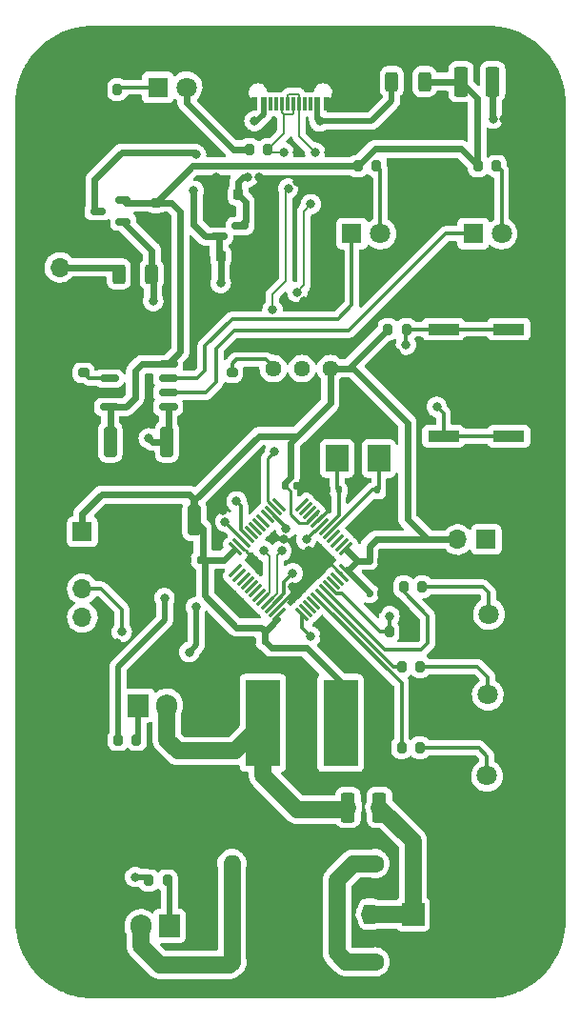
<source format=gbr>
%TF.GenerationSoftware,KiCad,Pcbnew,(6.0.11)*%
%TF.CreationDate,2023-07-13T20:03:18-03:00*%
%TF.ProjectId,Open-Tens,4f70656e-2d54-4656-9e73-2e6b69636164,rev?*%
%TF.SameCoordinates,Original*%
%TF.FileFunction,Copper,L1,Top*%
%TF.FilePolarity,Positive*%
%FSLAX46Y46*%
G04 Gerber Fmt 4.6, Leading zero omitted, Abs format (unit mm)*
G04 Created by KiCad (PCBNEW (6.0.11)) date 2023-07-13 20:03:18*
%MOMM*%
%LPD*%
G01*
G04 APERTURE LIST*
G04 Aperture macros list*
%AMRoundRect*
0 Rectangle with rounded corners*
0 $1 Rounding radius*
0 $2 $3 $4 $5 $6 $7 $8 $9 X,Y pos of 4 corners*
0 Add a 4 corners polygon primitive as box body*
4,1,4,$2,$3,$4,$5,$6,$7,$8,$9,$2,$3,0*
0 Add four circle primitives for the rounded corners*
1,1,$1+$1,$2,$3*
1,1,$1+$1,$4,$5*
1,1,$1+$1,$6,$7*
1,1,$1+$1,$8,$9*
0 Add four rect primitives between the rounded corners*
20,1,$1+$1,$2,$3,$4,$5,0*
20,1,$1+$1,$4,$5,$6,$7,0*
20,1,$1+$1,$6,$7,$8,$9,0*
20,1,$1+$1,$8,$9,$2,$3,0*%
G04 Aperture macros list end*
%TA.AperFunction,ComponentPad*%
%ADD10C,1.600000*%
%TD*%
%TA.AperFunction,ComponentPad*%
%ADD11O,1.600000X1.600000*%
%TD*%
%TA.AperFunction,SMDPad,CuDef*%
%ADD12R,3.100000X7.700000*%
%TD*%
%TA.AperFunction,SMDPad,CuDef*%
%ADD13RoundRect,0.250000X0.325000X1.100000X-0.325000X1.100000X-0.325000X-1.100000X0.325000X-1.100000X0*%
%TD*%
%TA.AperFunction,ComponentPad*%
%ADD14R,1.700000X1.700000*%
%TD*%
%TA.AperFunction,ComponentPad*%
%ADD15O,1.700000X1.700000*%
%TD*%
%TA.AperFunction,SMDPad,CuDef*%
%ADD16R,2.000000X2.400000*%
%TD*%
%TA.AperFunction,SMDPad,CuDef*%
%ADD17RoundRect,0.075000X0.415425X0.521491X-0.521491X-0.415425X-0.415425X-0.521491X0.521491X0.415425X0*%
%TD*%
%TA.AperFunction,SMDPad,CuDef*%
%ADD18RoundRect,0.075000X-0.415425X0.521491X-0.521491X0.415425X0.415425X-0.521491X0.521491X-0.415425X0*%
%TD*%
%TA.AperFunction,SMDPad,CuDef*%
%ADD19RoundRect,0.150000X-0.587500X-0.150000X0.587500X-0.150000X0.587500X0.150000X-0.587500X0.150000X0*%
%TD*%
%TA.AperFunction,SMDPad,CuDef*%
%ADD20RoundRect,0.150000X-0.675000X-0.150000X0.675000X-0.150000X0.675000X0.150000X-0.675000X0.150000X0*%
%TD*%
%TA.AperFunction,SMDPad,CuDef*%
%ADD21R,2.800000X1.000000*%
%TD*%
%TA.AperFunction,ComponentPad*%
%ADD22C,1.440000*%
%TD*%
%TA.AperFunction,SMDPad,CuDef*%
%ADD23RoundRect,0.200000X0.200000X0.275000X-0.200000X0.275000X-0.200000X-0.275000X0.200000X-0.275000X0*%
%TD*%
%TA.AperFunction,SMDPad,CuDef*%
%ADD24RoundRect,0.200000X-0.200000X-0.275000X0.200000X-0.275000X0.200000X0.275000X-0.200000X0.275000X0*%
%TD*%
%TA.AperFunction,SMDPad,CuDef*%
%ADD25RoundRect,0.200000X0.275000X-0.200000X0.275000X0.200000X-0.275000X0.200000X-0.275000X-0.200000X0*%
%TD*%
%TA.AperFunction,SMDPad,CuDef*%
%ADD26RoundRect,0.150000X0.512500X0.150000X-0.512500X0.150000X-0.512500X-0.150000X0.512500X-0.150000X0*%
%TD*%
%TA.AperFunction,ComponentPad*%
%ADD27R,1.905000X2.000000*%
%TD*%
%TA.AperFunction,ComponentPad*%
%ADD28O,1.905000X2.000000*%
%TD*%
%TA.AperFunction,SMDPad,CuDef*%
%ADD29R,0.600000X1.160000*%
%TD*%
%TA.AperFunction,SMDPad,CuDef*%
%ADD30R,0.300000X1.160000*%
%TD*%
%TA.AperFunction,ComponentPad*%
%ADD31O,0.900000X2.000000*%
%TD*%
%TA.AperFunction,ComponentPad*%
%ADD32O,0.900000X1.700000*%
%TD*%
%TA.AperFunction,SMDPad,CuDef*%
%ADD33RoundRect,0.250000X0.312500X0.625000X-0.312500X0.625000X-0.312500X-0.625000X0.312500X-0.625000X0*%
%TD*%
%TA.AperFunction,SMDPad,CuDef*%
%ADD34RoundRect,0.250000X-0.312500X-0.625000X0.312500X-0.625000X0.312500X0.625000X-0.312500X0.625000X0*%
%TD*%
%TA.AperFunction,ComponentPad*%
%ADD35R,1.800000X1.800000*%
%TD*%
%TA.AperFunction,ComponentPad*%
%ADD36C,1.800000*%
%TD*%
%TA.AperFunction,SMDPad,CuDef*%
%ADD37RoundRect,0.250000X-0.375000X-1.075000X0.375000X-1.075000X0.375000X1.075000X-0.375000X1.075000X0*%
%TD*%
%TA.AperFunction,SMDPad,CuDef*%
%ADD38RoundRect,0.140000X-0.140000X-0.170000X0.140000X-0.170000X0.140000X0.170000X-0.140000X0.170000X0*%
%TD*%
%TA.AperFunction,SMDPad,CuDef*%
%ADD39RoundRect,0.140000X0.140000X0.170000X-0.140000X0.170000X-0.140000X-0.170000X0.140000X-0.170000X0*%
%TD*%
%TA.AperFunction,SMDPad,CuDef*%
%ADD40RoundRect,0.250000X-0.325000X-1.100000X0.325000X-1.100000X0.325000X1.100000X-0.325000X1.100000X0*%
%TD*%
%TA.AperFunction,SMDPad,CuDef*%
%ADD41RoundRect,0.225000X-0.225000X-0.250000X0.225000X-0.250000X0.225000X0.250000X-0.225000X0.250000X0*%
%TD*%
%TA.AperFunction,SMDPad,CuDef*%
%ADD42RoundRect,0.225000X0.225000X0.250000X-0.225000X0.250000X-0.225000X-0.250000X0.225000X-0.250000X0*%
%TD*%
%TA.AperFunction,ComponentPad*%
%ADD43R,2.000000X2.000000*%
%TD*%
%TA.AperFunction,ComponentPad*%
%ADD44C,2.000000*%
%TD*%
%TA.AperFunction,ViaPad*%
%ADD45C,0.800000*%
%TD*%
%TA.AperFunction,Conductor*%
%ADD46C,0.200000*%
%TD*%
%TA.AperFunction,Conductor*%
%ADD47C,0.600000*%
%TD*%
%TA.AperFunction,Conductor*%
%ADD48C,1.500000*%
%TD*%
%TA.AperFunction,Conductor*%
%ADD49C,0.250000*%
%TD*%
%TA.AperFunction,Conductor*%
%ADD50C,0.300000*%
%TD*%
%TA.AperFunction,Conductor*%
%ADD51C,0.500000*%
%TD*%
G04 APERTURE END LIST*
D10*
%TO.P,J4,1,Pin_1*%
%TO.N,PIN+*%
X162300000Y-140950000D03*
D11*
%TO.P,J4,2,Pin_2*%
%TO.N,PIN-*%
X149600000Y-140950000D03*
%TD*%
D12*
%TO.P,L1,1,1*%
%TO.N,+3.3V*%
X159250000Y-119700000D03*
%TO.P,L1,2,2*%
%TO.N,Net-(D1-Pad1)*%
X152350000Y-119700000D03*
%TD*%
D13*
%TO.P,C9,1*%
%TO.N,+3.3V*%
X146275000Y-101680000D03*
%TO.P,C9,2*%
%TO.N,GND*%
X143325000Y-101680000D03*
%TD*%
D14*
%TO.P,JP1,1,A*%
%TO.N,/BOOT0*%
X172200000Y-103400000D03*
D15*
%TO.P,JP1,2,B*%
%TO.N,+3.3V*%
X169660000Y-103400000D03*
%TD*%
D16*
%TO.P,Y1,1,1*%
%TO.N,/HSE_OUT*%
X162650000Y-96200000D03*
%TO.P,Y1,2,2*%
%TO.N,/HSE_IN*%
X158950000Y-96200000D03*
%TD*%
D17*
%TO.P,U3,1,VBAT*%
%TO.N,+3.3V*%
X159687876Y-104201212D03*
%TO.P,U3,2,PC13*%
%TO.N,PC13*%
X159334322Y-103847658D03*
%TO.P,U3,3,PC14*%
%TO.N,PC14*%
X158980769Y-103494105D03*
%TO.P,U3,4,PC15*%
%TO.N,PC15*%
X158627215Y-103140551D03*
%TO.P,U3,5,PD0*%
%TO.N,/HSE_OUT*%
X158273662Y-102786998D03*
%TO.P,U3,6,PD1*%
%TO.N,/HSE_IN*%
X157920109Y-102433445D03*
%TO.P,U3,7,NRST*%
%TO.N,RESET*%
X157566555Y-102079891D03*
%TO.P,U3,8,VSSA*%
%TO.N,GND*%
X157213002Y-101726338D03*
%TO.P,U3,9,VDDA*%
%TO.N,+3.3V*%
X156859449Y-101372785D03*
%TO.P,U3,10,PA0*%
%TO.N,unconnected-(U3-Pad10)*%
X156505895Y-101019231D03*
%TO.P,U3,11,PA1*%
%TO.N,unconnected-(U3-Pad11)*%
X156152342Y-100665678D03*
%TO.P,U3,12,PA2*%
%TO.N,unconnected-(U3-Pad12)*%
X155798788Y-100312124D03*
D18*
%TO.P,U3,13,PA3*%
%TO.N,PA3*%
X153801212Y-100312124D03*
%TO.P,U3,14,PA4*%
%TO.N,SELECTION*%
X153447658Y-100665678D03*
%TO.P,U3,15,PA5*%
%TO.N,PIN_BOT*%
X153094105Y-101019231D03*
%TO.P,U3,16,PA6*%
%TO.N,PA6*%
X152740551Y-101372785D03*
%TO.P,U3,17,PA7*%
%TO.N,PA7*%
X152386998Y-101726338D03*
%TO.P,U3,18,PB0*%
%TO.N,PB0*%
X152033445Y-102079891D03*
%TO.P,U3,19,PB1*%
%TO.N,PB1*%
X151679891Y-102433445D03*
%TO.P,U3,20,PB2*%
%TO.N,PB2*%
X151326338Y-102786998D03*
%TO.P,U3,21,PB10*%
%TO.N,FREQ_CTRL*%
X150972785Y-103140551D03*
%TO.P,U3,22,PB11*%
%TO.N,AMP_CTRL*%
X150619231Y-103494105D03*
%TO.P,U3,23,VSS*%
%TO.N,GND*%
X150265678Y-103847658D03*
%TO.P,U3,24,VDD*%
%TO.N,+3.3V*%
X149912124Y-104201212D03*
D17*
%TO.P,U3,25,PB12*%
%TO.N,unconnected-(U3-Pad25)*%
X149912124Y-106198788D03*
%TO.P,U3,26,PB13*%
%TO.N,unconnected-(U3-Pad26)*%
X150265678Y-106552342D03*
%TO.P,U3,27,PB14*%
%TO.N,unconnected-(U3-Pad27)*%
X150619231Y-106905895D03*
%TO.P,U3,28,PB15*%
%TO.N,unconnected-(U3-Pad28)*%
X150972785Y-107259449D03*
%TO.P,U3,29,PA8*%
%TO.N,PA8*%
X151326338Y-107613002D03*
%TO.P,U3,30,PA9*%
%TO.N,PA9*%
X151679891Y-107966555D03*
%TO.P,U3,31,PA10*%
%TO.N,PA10*%
X152033445Y-108320109D03*
%TO.P,U3,32,PA11*%
%TO.N,USB_D-*%
X152386998Y-108673662D03*
%TO.P,U3,33,PA12*%
%TO.N,USB_D+*%
X152740551Y-109027215D03*
%TO.P,U3,34,PA13*%
%TO.N,SWDIO*%
X153094105Y-109380769D03*
%TO.P,U3,35,VSS*%
%TO.N,GND*%
X153447658Y-109734322D03*
%TO.P,U3,36,VDD*%
%TO.N,+3.3V*%
X153801212Y-110087876D03*
D18*
%TO.P,U3,37,PA14*%
%TO.N,SWCLK*%
X155798788Y-110087876D03*
%TO.P,U3,38,PA15*%
%TO.N,PA15*%
X156152342Y-109734322D03*
%TO.P,U3,39,PB3*%
%TO.N,SWO*%
X156505895Y-109380769D03*
%TO.P,U3,40,PB4*%
%TO.N,PB4*%
X156859449Y-109027215D03*
%TO.P,U3,41,PB5*%
%TO.N,LED_ON*%
X157213002Y-108673662D03*
%TO.P,U3,42,PB6*%
%TO.N,LED_CONT*%
X157566555Y-108320109D03*
%TO.P,U3,43,PB7*%
%TO.N,LED_BURST*%
X157920109Y-107966555D03*
%TO.P,U3,44,BOOT0*%
%TO.N,/BOOT0*%
X158273662Y-107613002D03*
%TO.P,U3,45,PB8*%
%TO.N,PB8*%
X158627215Y-107259449D03*
%TO.P,U3,46,PB9*%
%TO.N,PB9*%
X158980769Y-106905895D03*
%TO.P,U3,47,VSS*%
%TO.N,GND*%
X159334322Y-106552342D03*
%TO.P,U3,48,VDD*%
%TO.N,+3.3V*%
X159687876Y-106198788D03*
%TD*%
D19*
%TO.P,U2,1,GND*%
%TO.N,GND*%
X148445307Y-74570137D03*
%TO.P,U2,2,VO*%
%TO.N,+3.3V*%
X148445307Y-76470137D03*
%TO.P,U2,3,VI*%
%TO.N,VCC*%
X150320307Y-75520137D03*
%TD*%
D20*
%TO.P,U1,1,TEMP*%
%TO.N,GND*%
X138675000Y-87795000D03*
%TO.P,U1,2,PROG*%
%TO.N,Net-(R2-Pad2)*%
X138675000Y-89065000D03*
%TO.P,U1,3,GND*%
%TO.N,GND*%
X138675000Y-90335000D03*
%TO.P,U1,4,VCC*%
%TO.N,VBUS*%
X138675000Y-91605000D03*
%TO.P,U1,5,BAT*%
%TO.N,+BATT*%
X143925000Y-91605000D03*
%TO.P,U1,6,~{STDBY}*%
%TO.N,Net-(D2-Pad1)*%
X143925000Y-90335000D03*
%TO.P,U1,7,~{CHRG}*%
%TO.N,Net-(D3-Pad1)*%
X143925000Y-89065000D03*
%TO.P,U1,8,CE*%
%TO.N,VBUS*%
X143925000Y-87795000D03*
%TD*%
D21*
%TO.P,SELECT,1,1*%
%TO.N,PIN_BOT*%
X168400000Y-84700000D03*
X174200000Y-84700000D03*
%TO.P,SELECT,2,2*%
%TO.N,GND*%
X168400000Y-88700000D03*
X174200000Y-88700000D03*
%TD*%
%TO.P,RESET,1,1*%
%TO.N,RESET*%
X168400000Y-94200000D03*
X174200000Y-94200000D03*
%TO.P,RESET,2,2*%
%TO.N,GND*%
X168400000Y-98200000D03*
X174200000Y-98200000D03*
%TD*%
D22*
%TO.P,RV1,1,1*%
%TO.N,+3.3V*%
X158350000Y-88200000D03*
%TO.P,RV1,2,2*%
%TO.N,SELECTION*%
X155810000Y-88200000D03*
%TO.P,RV1,3,3*%
%TO.N,Net-(R10-Pad2)*%
X153270000Y-88200000D03*
%TD*%
D23*
%TO.P,R15,1*%
%TO.N,Net-(D9-Pad2)*%
X166512500Y-107600000D03*
%TO.P,R15,2*%
%TO.N,LED_BURST*%
X164862500Y-107600000D03*
%TD*%
%TO.P,R14,1*%
%TO.N,Net-(D8-Pad2)*%
X166350000Y-114700000D03*
%TO.P,R14,2*%
%TO.N,LED_CONT*%
X164700000Y-114700000D03*
%TD*%
%TO.P,R13,2*%
%TO.N,LED_ON*%
X164670000Y-121900000D03*
%TO.P,R13,1*%
%TO.N,Net-(D7-Pad2)*%
X166320000Y-121900000D03*
%TD*%
D10*
%TO.P,R12,1*%
%TO.N,PIN+*%
X162300000Y-132200000D03*
D11*
%TO.P,R12,2*%
%TO.N,PIN-*%
X149600000Y-132200000D03*
%TD*%
D24*
%TO.P,R11,1*%
%TO.N,+3.3V*%
X151150000Y-68700000D03*
%TO.P,R11,2*%
%TO.N,USB_D+*%
X152800000Y-68700000D03*
%TD*%
D25*
%TO.P,R10,2*%
%TO.N,Net-(R10-Pad2)*%
X149600000Y-88575000D03*
%TO.P,R10,1*%
%TO.N,GND*%
X149600000Y-90225000D03*
%TD*%
D24*
%TO.P,R9,1*%
%TO.N,+3.3V*%
X163475000Y-84700000D03*
%TO.P,R9,2*%
%TO.N,PIN_BOT*%
X165125000Y-84700000D03*
%TD*%
%TO.P,R8,1*%
%TO.N,/BOOT0*%
X163575000Y-111600000D03*
%TO.P,R8,2*%
%TO.N,GND*%
X165225000Y-111600000D03*
%TD*%
D23*
%TO.P,R7,1*%
%TO.N,Net-(D5-Pad1)*%
X139425000Y-63400000D03*
%TO.P,R7,2*%
%TO.N,GND*%
X137775000Y-63400000D03*
%TD*%
%TO.P,R6,1*%
%TO.N,Net-(D3-Pad2)*%
X162455000Y-70200000D03*
%TO.P,R6,2*%
%TO.N,VBUS*%
X160805000Y-70200000D03*
%TD*%
%TO.P,R5,1*%
%TO.N,Net-(D2-Pad2)*%
X173125000Y-70200000D03*
%TO.P,R5,2*%
%TO.N,VBUS*%
X171475000Y-70200000D03*
%TD*%
D25*
%TO.P,R4,1*%
%TO.N,GND*%
X142841671Y-75107894D03*
%TO.P,R4,2*%
%TO.N,VBUS*%
X142841671Y-73457894D03*
%TD*%
D23*
%TO.P,R3,1*%
%TO.N,Net-(Q2-Pad1)*%
X143862258Y-133700000D03*
%TO.P,R3,2*%
%TO.N,FREQ_CTRL*%
X142212258Y-133700000D03*
%TD*%
D25*
%TO.P,R2,1*%
%TO.N,GND*%
X136400000Y-90225000D03*
%TO.P,R2,2*%
%TO.N,Net-(R2-Pad2)*%
X136400000Y-88575000D03*
%TD*%
D24*
%TO.P,R1,1*%
%TO.N,AMP_CTRL*%
X139475000Y-121200000D03*
%TO.P,R1,2*%
%TO.N,Net-(Q1-Pad1)*%
X141125000Y-121200000D03*
%TD*%
D26*
%TO.P,Q3,3,S*%
%TO.N,VCC*%
X137662500Y-74200000D03*
%TO.P,Q3,2,G*%
%TO.N,VBUS*%
X139937500Y-73250000D03*
%TO.P,Q3,1,D*%
%TO.N,+BATT*%
X139937500Y-75150000D03*
%TD*%
D27*
%TO.P,Q2,1,G*%
%TO.N,Net-(Q2-Pad1)*%
X144037258Y-137755000D03*
D28*
%TO.P,Q2,2,D*%
%TO.N,PIN-*%
X141497258Y-137755000D03*
%TO.P,Q2,3,S*%
%TO.N,GND*%
X138957258Y-137755000D03*
%TD*%
D27*
%TO.P,Q1,1,G*%
%TO.N,Net-(Q1-Pad1)*%
X141260000Y-118145000D03*
D28*
%TO.P,Q1,2,D*%
%TO.N,Net-(D1-Pad1)*%
X143800000Y-118145000D03*
%TO.P,Q1,3,S*%
%TO.N,GND*%
X146340000Y-118145000D03*
%TD*%
D14*
%TO.P,J3,1,Pin_1*%
%TO.N,+3.3V*%
X136300000Y-102700000D03*
D15*
%TO.P,J3,2,Pin_2*%
%TO.N,GND*%
X136300000Y-105240000D03*
%TO.P,J3,3,Pin_3*%
%TO.N,SWCLK*%
X136300000Y-107780000D03*
%TO.P,J3,4,Pin_4*%
%TO.N,SWDIO*%
X136300000Y-110320000D03*
%TD*%
D29*
%TO.P,J2,A1,GND_A*%
%TO.N,GND*%
X158000000Y-64710000D03*
%TO.P,J2,A4,VBUS_A*%
%TO.N,Net-(F1-Pad1)*%
X157200000Y-64710000D03*
D30*
%TO.P,J2,A5,CC1*%
%TO.N,unconnected-(J2-PadA5)*%
X156050000Y-64710000D03*
%TO.P,J2,A6,DP1*%
%TO.N,USB_D+*%
X155050000Y-64710000D03*
%TO.P,J2,A7,DN1*%
%TO.N,USB_D-*%
X154550000Y-64710000D03*
%TO.P,J2,A8,SBU1*%
%TO.N,unconnected-(J2-PadA8)*%
X153550000Y-64710000D03*
D29*
%TO.P,J2,A9,VBUS_A*%
%TO.N,Net-(F1-Pad1)*%
X152400000Y-64710000D03*
%TO.P,J2,A12,GND_A*%
%TO.N,GND*%
X151600000Y-64710000D03*
%TO.P,J2,B1,GND_B*%
X151600000Y-64710000D03*
%TO.P,J2,B4,VBUS_B*%
%TO.N,Net-(F1-Pad1)*%
X152400000Y-64710000D03*
D30*
%TO.P,J2,B5,CC2*%
%TO.N,unconnected-(J2-PadB5)*%
X153050000Y-64710000D03*
%TO.P,J2,B6,DP2*%
%TO.N,USB_D+*%
X154050000Y-64710000D03*
%TO.P,J2,B7,DN2*%
%TO.N,USB_D-*%
X155550000Y-64710000D03*
%TO.P,J2,B8,SBU2*%
%TO.N,unconnected-(J2-PadB8)*%
X156550000Y-64710000D03*
D29*
%TO.P,J2,B9,VBUS_B*%
%TO.N,Net-(F1-Pad1)*%
X157200000Y-64710000D03*
%TO.P,J2,B12,GND_B*%
%TO.N,GND*%
X158000000Y-64710000D03*
D31*
%TO.P,J2,S1,SHELL_GND*%
X159120000Y-64130000D03*
D32*
X159120000Y-59960000D03*
D31*
X150480000Y-64130000D03*
D32*
X150480000Y-59960000D03*
%TD*%
D14*
%TO.P,J1,1,Pin_1*%
%TO.N,GND*%
X134300000Y-76660000D03*
D15*
%TO.P,J1,2,Pin_2*%
%TO.N,Net-(F2-Pad1)*%
X134300000Y-79200000D03*
%TD*%
D33*
%TO.P,F3,1*%
%TO.N,Net-(C3-Pad1)*%
X161862500Y-136700000D03*
%TO.P,F3,2*%
%TO.N,PIN+*%
X158937500Y-136700000D03*
%TD*%
D34*
%TO.P,F2,2*%
%TO.N,+BATT*%
X142462500Y-79800000D03*
%TO.P,F2,1*%
%TO.N,Net-(F2-Pad1)*%
X139537500Y-79800000D03*
%TD*%
%TO.P,F1,1*%
%TO.N,Net-(F1-Pad1)*%
X163800000Y-62700000D03*
%TO.P,F1,2*%
%TO.N,VBUS*%
X166725000Y-62700000D03*
%TD*%
D35*
%TO.P,D9,1,K*%
%TO.N,GND*%
X169892500Y-110020000D03*
D36*
%TO.P,D9,2,A*%
%TO.N,Net-(D9-Pad2)*%
X172432500Y-110020000D03*
%TD*%
D35*
%TO.P,D8,1,K*%
%TO.N,GND*%
X169800000Y-117200000D03*
D36*
%TO.P,D8,2,A*%
%TO.N,Net-(D8-Pad2)*%
X172340000Y-117200000D03*
%TD*%
%TO.P,D7,2,A*%
%TO.N,Net-(D7-Pad2)*%
X172260000Y-124400000D03*
D35*
%TO.P,D7,1,K*%
%TO.N,GND*%
X169720000Y-124400000D03*
%TD*%
%TO.P,D5,1,K*%
%TO.N,Net-(D5-Pad1)*%
X143025000Y-63200000D03*
D36*
%TO.P,D5,2,A*%
%TO.N,+3.3V*%
X145565000Y-63200000D03*
%TD*%
D37*
%TO.P,D4,1,A*%
%TO.N,VBUS*%
X169962499Y-62700000D03*
%TO.P,D4,2,K*%
%TO.N,VCC*%
X172762499Y-62700000D03*
%TD*%
D35*
%TO.P,D3,1,K*%
%TO.N,Net-(D3-Pad1)*%
X160260000Y-76200000D03*
D36*
%TO.P,D3,2,A*%
%TO.N,Net-(D3-Pad2)*%
X162800000Y-76200000D03*
%TD*%
D35*
%TO.P,D2,1,K*%
%TO.N,Net-(D2-Pad1)*%
X171025000Y-76200000D03*
D36*
%TO.P,D2,2,A*%
%TO.N,Net-(D2-Pad2)*%
X173565000Y-76200000D03*
%TD*%
D37*
%TO.P,D1,1,A*%
%TO.N,Net-(D1-Pad1)*%
X159900000Y-127200000D03*
%TO.P,D1,2,K*%
%TO.N,Net-(C3-Pad1)*%
X162700000Y-127200000D03*
%TD*%
D38*
%TO.P,C14,1*%
%TO.N,+3.3V*%
X161800000Y-105280000D03*
%TO.P,C14,2*%
%TO.N,GND*%
X162760000Y-105280000D03*
%TD*%
%TO.P,C13,1*%
%TO.N,+3.3V*%
X161820000Y-108200000D03*
%TO.P,C13,2*%
%TO.N,GND*%
X162780000Y-108200000D03*
%TD*%
D39*
%TO.P,C12,2*%
%TO.N,GND*%
X145769180Y-105200000D03*
%TO.P,C12,1*%
%TO.N,+3.3V*%
X146729180Y-105200000D03*
%TD*%
D38*
%TO.P,C11,1*%
%TO.N,+3.3V*%
X154320000Y-98600000D03*
%TO.P,C11,2*%
%TO.N,GND*%
X155280000Y-98600000D03*
%TD*%
D39*
%TO.P,C10,1*%
%TO.N,+3.3V*%
X152480000Y-112400000D03*
%TO.P,C10,2*%
%TO.N,GND*%
X151520000Y-112400000D03*
%TD*%
%TO.P,C8,1*%
%TO.N,/HSE_IN*%
X159080000Y-99000000D03*
%TO.P,C8,2*%
%TO.N,GND*%
X158120000Y-99000000D03*
%TD*%
D38*
%TO.P,C7,1*%
%TO.N,/HSE_OUT*%
X162520000Y-99000000D03*
%TO.P,C7,2*%
%TO.N,GND*%
X163480000Y-99000000D03*
%TD*%
D40*
%TO.P,C6,1*%
%TO.N,+BATT*%
X143825000Y-94700000D03*
%TO.P,C6,2*%
%TO.N,GND*%
X146775000Y-94700000D03*
%TD*%
D41*
%TO.P,C5,1*%
%TO.N,+3.3V*%
X148607807Y-78220136D03*
%TO.P,C5,2*%
%TO.N,GND*%
X150157807Y-78220136D03*
%TD*%
D42*
%TO.P,C4,2*%
%TO.N,GND*%
X148607807Y-72730137D03*
%TO.P,C4,1*%
%TO.N,VCC*%
X150157807Y-72730137D03*
%TD*%
D43*
%TO.P,C3,1*%
%TO.N,Net-(C3-Pad1)*%
X165682323Y-136700000D03*
D44*
%TO.P,C3,2*%
%TO.N,GND*%
X173182323Y-136700000D03*
%TD*%
D13*
%TO.P,C1,1*%
%TO.N,VBUS*%
X138775000Y-94700000D03*
%TO.P,C1,2*%
%TO.N,GND*%
X135825000Y-94700000D03*
%TD*%
D45*
%TO.N,GND*%
X149400000Y-108800000D03*
X156000000Y-121800000D03*
X156000000Y-117600000D03*
X137600000Y-128800000D03*
X137600000Y-127600000D03*
X137600000Y-126400000D03*
X141000000Y-128800000D03*
X141000000Y-127600000D03*
X141000000Y-126400000D03*
X173004988Y-81044444D03*
X161400000Y-91400000D03*
X161200000Y-64200000D03*
X154800000Y-61600000D03*
X146600000Y-84400000D03*
X153200000Y-86000000D03*
X155000000Y-92200000D03*
X152800000Y-91200000D03*
X156400000Y-95800000D03*
X134200000Y-124000000D03*
X134200000Y-120000000D03*
X134400000Y-116800000D03*
X176800000Y-124600000D03*
X177000000Y-117600000D03*
X177000000Y-110000000D03*
X171400000Y-86800000D03*
X169000000Y-80800000D03*
X166600000Y-71600000D03*
X152800000Y-76600000D03*
X148200000Y-71200000D03*
X140800000Y-82400000D03*
X175000000Y-130400000D03*
X157000000Y-90800000D03*
X156400000Y-86000000D03*
X163400000Y-101600000D03*
X167200000Y-100600000D03*
X170000000Y-96400000D03*
%TO.N,SELECTION*%
X153400000Y-95600000D03*
%TO.N,GND*%
X151600000Y-105200000D03*
X158200000Y-69000000D03*
X155400000Y-69000000D03*
X155400000Y-71600000D03*
%TO.N,USB_D-*%
X157000000Y-69000000D03*
%TO.N,USB_D+*%
X154200000Y-69000000D03*
X154600000Y-72200000D03*
%TO.N,GND*%
X157400000Y-72000000D03*
%TO.N,USB_D-*%
X156600000Y-73600000D03*
%TO.N,GND*%
X156000000Y-82200000D03*
X150600000Y-82400000D03*
%TO.N,USB_D+*%
X153200000Y-83000000D03*
%TO.N,USB_D-*%
X155400000Y-81400000D03*
%TO.N,USB_D+*%
X154000000Y-104400000D03*
%TO.N,USB_D-*%
X152400000Y-104400000D03*
%TO.N,GND*%
X150600000Y-97600000D03*
X149400000Y-93200000D03*
X141400000Y-132000000D03*
%TO.N,FREQ_CTRL*%
X141000000Y-133400000D03*
X145800000Y-113400000D03*
%TO.N,GND*%
X146000000Y-108200000D03*
X143000000Y-106800000D03*
%TO.N,FREQ_CTRL*%
X146400000Y-109400000D03*
%TO.N,AMP_CTRL*%
X143600000Y-108600000D03*
%TO.N,GND*%
X148800000Y-100800000D03*
X151100500Y-98800000D03*
%TO.N,FREQ_CTRL*%
X150000000Y-100000000D03*
%TO.N,AMP_CTRL*%
X149000000Y-101800000D03*
%TO.N,GND*%
X139400000Y-112600000D03*
%TO.N,SWCLK*%
X139800000Y-111600000D03*
%TO.N,GND*%
X157800000Y-112000000D03*
%TO.N,SWCLK*%
X156600000Y-112000000D03*
%TO.N,GND*%
X155000000Y-107600000D03*
%TO.N,SWDIO*%
X155000000Y-106400000D03*
%TO.N,GND*%
X156400000Y-104400000D03*
X154200000Y-103400000D03*
X164200000Y-86800000D03*
%TO.N,PIN_BOT*%
X165059681Y-86079292D03*
X154400000Y-102400000D03*
%TO.N,GND*%
X162600000Y-109600000D03*
%TO.N,/BOOT0*%
X163600000Y-110200000D03*
%TO.N,+3.3V*%
X146200000Y-72400000D03*
X148600000Y-80600000D03*
%TO.N,VCC*%
X151000000Y-71200000D03*
%TO.N,GND*%
X173800000Y-66000000D03*
%TO.N,VCC*%
X172800000Y-66000000D03*
%TO.N,GND*%
X146000000Y-67800000D03*
X152000000Y-71200000D03*
%TO.N,VCC*%
X146400000Y-69200000D03*
%TO.N,+BATT*%
X142600000Y-82200000D03*
X142200000Y-94400000D03*
%TO.N,RESET*%
X167800000Y-91600000D03*
X156200000Y-103400000D03*
%TO.N,Net-(F1-Pad1)*%
X157414123Y-66223139D03*
X151600000Y-66200000D03*
%TD*%
D46*
%TO.N,USB_D+*%
X153600000Y-108167766D02*
X152740551Y-109027215D01*
X154000000Y-104400000D02*
X153600000Y-104800000D01*
X153600000Y-104800000D02*
X153600000Y-108167766D01*
D47*
%TO.N,+3.3V*%
X147200000Y-108400000D02*
X147200000Y-105400000D01*
X150000000Y-111200000D02*
X147200000Y-108400000D01*
X152200000Y-111200000D02*
X150000000Y-111200000D01*
X152480000Y-111480000D02*
X152200000Y-111200000D01*
X152480000Y-112400000D02*
X152480000Y-111480000D01*
X147200000Y-105400000D02*
X147400000Y-105200000D01*
D48*
%TO.N,PIN+*%
X160400000Y-132200000D02*
X162300000Y-132200000D01*
X159750000Y-140950000D02*
X162300000Y-140950000D01*
%TO.N,Net-(C3-Pad1)*%
X165682323Y-136700000D02*
X161862500Y-136700000D01*
%TO.N,PIN+*%
X158937500Y-136700000D02*
X158937500Y-140137500D01*
X158937500Y-140137500D02*
X159750000Y-140950000D01*
X158937500Y-133662500D02*
X160400000Y-132200000D01*
X158937500Y-136700000D02*
X158937500Y-133662500D01*
%TO.N,PIN-*%
X141497258Y-139497258D02*
X141497258Y-137755000D01*
X149350000Y-141200000D02*
X143200000Y-141200000D01*
X149600000Y-140950000D02*
X149350000Y-141200000D01*
X143200000Y-141200000D02*
X141497258Y-139497258D01*
X149600000Y-132200000D02*
X149600000Y-140950000D01*
D49*
%TO.N,GND*%
X151060000Y-64710000D02*
X150480000Y-64130000D01*
X151600000Y-64710000D02*
X151060000Y-64710000D01*
X158580000Y-64130000D02*
X158000000Y-64710000D01*
X159120000Y-64130000D02*
X158580000Y-64130000D01*
%TO.N,SELECTION*%
X152800000Y-96200000D02*
X153400000Y-95600000D01*
X152800000Y-100018020D02*
X152800000Y-96200000D01*
D47*
%TO.N,+3.3V*%
X154320000Y-98344903D02*
X154320000Y-98600000D01*
X154800000Y-97864903D02*
X154320000Y-98344903D01*
X154800000Y-94800000D02*
X154800000Y-97864903D01*
X155400000Y-94200000D02*
X154800000Y-94800000D01*
D49*
%TO.N,SELECTION*%
X153447658Y-100665678D02*
X152800000Y-100018020D01*
%TO.N,GND*%
X158120000Y-100819340D02*
X157213002Y-101726338D01*
X158120000Y-99000000D02*
X158120000Y-100819340D01*
X151600000Y-105200000D02*
X150800000Y-104400000D01*
X157200000Y-104400000D02*
X156400000Y-104400000D01*
X159334322Y-106534322D02*
X157200000Y-104400000D01*
X159334322Y-106552342D02*
X159334322Y-106534322D01*
D50*
%TO.N,Net-(R2-Pad2)*%
X136890000Y-89065000D02*
X136400000Y-88575000D01*
X138675000Y-89065000D02*
X136890000Y-89065000D01*
D46*
%TO.N,USB_D-*%
X156000000Y-74200000D02*
X156000000Y-80800000D01*
X156600000Y-73600000D02*
X156000000Y-74200000D01*
X156000000Y-80800000D02*
X155400000Y-81400000D01*
X155550000Y-67550000D02*
X155550000Y-64710000D01*
X157000000Y-69000000D02*
X155550000Y-67550000D01*
%TO.N,USB_D+*%
X153100000Y-69000000D02*
X152800000Y-68700000D01*
X154200000Y-69000000D02*
X153100000Y-69000000D01*
X154400000Y-80410050D02*
X153200000Y-81610050D01*
X154400000Y-72400000D02*
X154400000Y-80410050D01*
X153200000Y-81610050D02*
X153200000Y-83000000D01*
X154600000Y-72200000D02*
X154400000Y-72400000D01*
D50*
%TO.N,SWDIO*%
X154250000Y-108224874D02*
X153094105Y-109380769D01*
X155000000Y-106400000D02*
X154250000Y-107150000D01*
X154250000Y-107150000D02*
X154250000Y-108224874D01*
D46*
%TO.N,USB_D-*%
X152929936Y-104929936D02*
X152400000Y-104400000D01*
X152929936Y-108130724D02*
X152929936Y-104929936D01*
X152386998Y-108673662D02*
X152929936Y-108130724D01*
D47*
%TO.N,+3.3V*%
X158350000Y-91250000D02*
X155400000Y-94200000D01*
X158350000Y-88200000D02*
X158350000Y-91250000D01*
X146275000Y-99925000D02*
X152000000Y-94200000D01*
X155400000Y-94200000D02*
X152000000Y-94200000D01*
X146275000Y-99925000D02*
X146275000Y-101680000D01*
X159250000Y-116050000D02*
X159250000Y-119700000D01*
X156200000Y-113000000D02*
X159250000Y-116050000D01*
X153080000Y-113000000D02*
X156200000Y-113000000D01*
X152480000Y-112400000D02*
X153080000Y-113000000D01*
D51*
%TO.N,FREQ_CTRL*%
X141912258Y-133400000D02*
X142212258Y-133700000D01*
X141000000Y-133400000D02*
X141912258Y-133400000D01*
D48*
%TO.N,Net-(D1-Pad1)*%
X143800000Y-121200000D02*
X143800000Y-118145000D01*
X149850000Y-122200000D02*
X144800000Y-122200000D01*
X152350000Y-119700000D02*
X149850000Y-122200000D01*
X144800000Y-122200000D02*
X143800000Y-121200000D01*
%TO.N,Net-(C3-Pad1)*%
X165682323Y-130182323D02*
X165682323Y-136700000D01*
X162700000Y-127200000D02*
X165682323Y-130182323D01*
%TO.N,Net-(D1-Pad1)*%
X159700000Y-127400000D02*
X159900000Y-127200000D01*
X155400000Y-127400000D02*
X159700000Y-127400000D01*
X152350000Y-124350000D02*
X155400000Y-127400000D01*
X152350000Y-119700000D02*
X152350000Y-124350000D01*
D47*
%TO.N,+3.3V*%
X147000000Y-104929180D02*
X146729180Y-105200000D01*
X147000000Y-102405000D02*
X147000000Y-104929180D01*
X146275000Y-101680000D02*
X147000000Y-102405000D01*
X146200000Y-101605000D02*
X146200000Y-99800000D01*
X146275000Y-101680000D02*
X146200000Y-101605000D01*
D51*
%TO.N,Net-(Q2-Pad1)*%
X144037258Y-133875000D02*
X144037258Y-137755000D01*
D50*
X143862258Y-133700000D02*
X144037258Y-133875000D01*
D51*
%TO.N,FREQ_CTRL*%
X146400000Y-112800000D02*
X145800000Y-113400000D01*
X146400000Y-109400000D02*
X146400000Y-112800000D01*
%TO.N,AMP_CTRL*%
X143600000Y-108600000D02*
X143600000Y-110600000D01*
X143600000Y-110600000D02*
X139475000Y-114725000D01*
X139475000Y-114725000D02*
X139475000Y-121200000D01*
D50*
%TO.N,FREQ_CTRL*%
X150379847Y-102547613D02*
X150972785Y-103140551D01*
X150000000Y-100000000D02*
X150379847Y-100379847D01*
X150379847Y-100379847D02*
X150379847Y-102547613D01*
D51*
%TO.N,AMP_CTRL*%
X149000000Y-101874874D02*
X149000000Y-101800000D01*
D50*
X150619231Y-103494105D02*
X149000000Y-101874874D01*
%TO.N,GND*%
X155000000Y-108181980D02*
X155000000Y-107600000D01*
X153447658Y-109734322D02*
X155000000Y-108181980D01*
D47*
%TO.N,+3.3V*%
X152480000Y-112400000D02*
X152480000Y-111621218D01*
X152480000Y-111621218D02*
X153250609Y-110850609D01*
D50*
%TO.N,SWCLK*%
X137980000Y-107780000D02*
X136300000Y-107780000D01*
X139800000Y-109600000D02*
X137980000Y-107780000D01*
X139800000Y-111600000D02*
X139800000Y-109600000D01*
X155798788Y-111198788D02*
X156600000Y-112000000D01*
X155798788Y-110087876D02*
X155798788Y-111198788D01*
%TO.N,Net-(R10-Pad2)*%
X153270000Y-88070000D02*
X153270000Y-88200000D01*
X152600000Y-87400000D02*
X153270000Y-88070000D01*
X149987500Y-87400000D02*
X152600000Y-87400000D01*
X149600000Y-87787500D02*
X149987500Y-87400000D01*
X149600000Y-88575000D02*
X149600000Y-87787500D01*
D51*
%TO.N,Net-(Q1-Pad1)*%
X141260000Y-121065000D02*
X141260000Y-118145000D01*
D50*
X141125000Y-121200000D02*
X141260000Y-121065000D01*
D49*
%TO.N,+3.3V*%
X154320000Y-98607609D02*
X154320000Y-98600000D01*
X154800000Y-99087609D02*
X154320000Y-98607609D01*
X154800000Y-101200000D02*
X154800000Y-99087609D01*
X155540722Y-101940722D02*
X154800000Y-101200000D01*
X156259278Y-101940722D02*
X155540722Y-101940722D01*
X157155393Y-101044607D02*
X156259278Y-101940722D01*
D47*
X159953941Y-106092723D02*
X160766664Y-105280000D01*
X159793941Y-106092723D02*
X159953941Y-106092723D01*
X165200000Y-93000000D02*
X160400000Y-88200000D01*
X160400000Y-88200000D02*
X158350000Y-88200000D01*
X167000000Y-103400000D02*
X165200000Y-101600000D01*
X165200000Y-101600000D02*
X165200000Y-93000000D01*
X169660000Y-103400000D02*
X167000000Y-103400000D01*
D50*
%TO.N,PIN_BOT*%
X165059681Y-84765319D02*
X165125000Y-84700000D01*
X165059681Y-86079292D02*
X165059681Y-84765319D01*
X154400000Y-102325126D02*
X154400000Y-102400000D01*
X153094105Y-101019231D02*
X154400000Y-102325126D01*
%TO.N,RESET*%
X168400000Y-92200000D02*
X168400000Y-94200000D01*
X167800000Y-91600000D02*
X168400000Y-92200000D01*
D47*
%TO.N,+3.3V*%
X147400000Y-105200000D02*
X148913336Y-105200000D01*
X146729180Y-105200000D02*
X147400000Y-105200000D01*
D50*
%TO.N,/BOOT0*%
X163575000Y-110225000D02*
X163600000Y-110200000D01*
X163575000Y-111600000D02*
X163575000Y-110225000D01*
D47*
%TO.N,+3.3V*%
X161800000Y-104000000D02*
X161800000Y-105280000D01*
X162400000Y-103400000D02*
X161800000Y-104000000D01*
X169660000Y-103400000D02*
X162400000Y-103400000D01*
X146275000Y-99875000D02*
X146275000Y-101680000D01*
X145800000Y-99400000D02*
X146275000Y-99875000D01*
X138000000Y-99400000D02*
X145800000Y-99400000D01*
X136300000Y-102700000D02*
X136300000Y-101100000D01*
X136300000Y-101100000D02*
X138000000Y-99400000D01*
D50*
%TO.N,LED_BURST*%
X164862500Y-108062500D02*
X164862500Y-107600000D01*
X163153554Y-113200000D02*
X166400000Y-113200000D01*
X167000000Y-112600000D02*
X167000000Y-110200000D01*
X157920109Y-107966555D02*
X163153554Y-113200000D01*
X166400000Y-113200000D02*
X167000000Y-112600000D01*
X167000000Y-110200000D02*
X164862500Y-108062500D01*
%TO.N,LED_ON*%
X164670000Y-116130660D02*
X157213002Y-108673662D01*
X164670000Y-121900000D02*
X164670000Y-116130660D01*
%TO.N,LED_CONT*%
X163946446Y-114700000D02*
X164700000Y-114700000D01*
X157566555Y-108320109D02*
X163946446Y-114700000D01*
%TO.N,/BOOT0*%
X158866600Y-108205940D02*
X158273662Y-107613002D01*
X159405940Y-108205940D02*
X158866600Y-108205940D01*
X162800000Y-111600000D02*
X159405940Y-108205940D01*
X163575000Y-111600000D02*
X162800000Y-111600000D01*
%TO.N,Net-(D7-Pad2)*%
X171525000Y-121900000D02*
X171395000Y-121900000D01*
X166320000Y-121900000D02*
X171395000Y-121900000D01*
X172260000Y-122635000D02*
X171525000Y-121900000D01*
%TO.N,Net-(D9-Pad2)*%
X171887500Y-107600000D02*
X172432500Y-108145000D01*
X172432500Y-108145000D02*
X172432500Y-110020000D01*
X166512500Y-107600000D02*
X171887500Y-107600000D01*
%TO.N,Net-(D8-Pad2)*%
X172340000Y-115615000D02*
X172340000Y-117200000D01*
X171425000Y-114700000D02*
X172340000Y-115615000D01*
X166350000Y-114700000D02*
X171425000Y-114700000D01*
%TO.N,Net-(D7-Pad2)*%
X172260000Y-122635000D02*
X172260000Y-124400000D01*
D47*
%TO.N,+3.3V*%
X153250609Y-110850609D02*
X153607233Y-110493985D01*
X149700000Y-68700000D02*
X151150000Y-68700000D01*
X145565000Y-64565000D02*
X149700000Y-68700000D01*
X145565000Y-63200000D02*
X145565000Y-64565000D01*
%TO.N,VCC*%
X139800000Y-69000000D02*
X137400000Y-71400000D01*
X146400000Y-69200000D02*
X146200000Y-69000000D01*
X137400000Y-71400000D02*
X137400000Y-73937500D01*
X137400000Y-73937500D02*
X137662500Y-74200000D01*
X146200000Y-69000000D02*
X139800000Y-69000000D01*
%TO.N,+3.3V*%
X147270137Y-76470137D02*
X146200000Y-75400000D01*
X146200000Y-75400000D02*
X146200000Y-72400000D01*
X148445307Y-76470137D02*
X147270137Y-76470137D01*
X148600000Y-78227943D02*
X148607807Y-78220136D01*
X148600000Y-80600000D02*
X148600000Y-78227943D01*
X158350000Y-88200000D02*
X159975000Y-88200000D01*
X159975000Y-88200000D02*
X163475000Y-84700000D01*
%TO.N,VCC*%
X172800000Y-66000000D02*
X172762499Y-65962499D01*
X172762499Y-62700000D02*
X172762499Y-65962499D01*
%TO.N,VBUS*%
X171400000Y-64137501D02*
X169962499Y-62700000D01*
X171400000Y-70125000D02*
X171400000Y-64137501D01*
X171475000Y-70200000D02*
X171400000Y-70125000D01*
%TO.N,VCC*%
X150157807Y-71642193D02*
X150157807Y-72730137D01*
X150600000Y-71200000D02*
X150157807Y-71642193D01*
X151000000Y-71200000D02*
X150600000Y-71200000D01*
%TO.N,+3.3V*%
X148445307Y-76470137D02*
X148445307Y-78057637D01*
X148445307Y-78057637D02*
X148607807Y-78220137D01*
%TO.N,VCC*%
X150782807Y-75057637D02*
X150320308Y-75520137D01*
X150782807Y-73355136D02*
X150782807Y-75057637D01*
X150157807Y-72730137D02*
X150782807Y-73355136D01*
%TO.N,Net-(F2-Pad1)*%
X138937500Y-79200000D02*
X134300000Y-79200000D01*
X139537500Y-79800000D02*
X138937500Y-79200000D01*
%TO.N,+BATT*%
X142600000Y-79937500D02*
X142462500Y-79800000D01*
X142600000Y-82200000D02*
X142600000Y-79937500D01*
X142500000Y-94700000D02*
X142200000Y-94400000D01*
X143825000Y-94700000D02*
X142500000Y-94700000D01*
D50*
%TO.N,RESET*%
X156927170Y-102672830D02*
X156200000Y-103400000D01*
X156973618Y-102672830D02*
X156927170Y-102672830D01*
X157566555Y-102079891D02*
X156973618Y-102672830D01*
X168400000Y-94200000D02*
X174200000Y-94200000D01*
%TO.N,PIN_BOT*%
X165125000Y-84700000D02*
X174200000Y-84700000D01*
%TO.N,Net-(D2-Pad1)*%
X147265000Y-90335000D02*
X143925000Y-90335000D01*
X148200000Y-89400000D02*
X147265000Y-90335000D01*
X148200000Y-86400000D02*
X148200000Y-89400000D01*
X149800000Y-84800000D02*
X148200000Y-86400000D01*
X168600000Y-76200000D02*
X160000000Y-84800000D01*
X160000000Y-84800000D02*
X149800000Y-84800000D01*
X171025000Y-76200000D02*
X168600000Y-76200000D01*
%TO.N,Net-(D3-Pad1)*%
X160260000Y-82540000D02*
X160260000Y-76200000D01*
X159000000Y-83800000D02*
X160260000Y-82540000D01*
X147200000Y-86200000D02*
X149600000Y-83800000D01*
X149600000Y-83800000D02*
X159000000Y-83800000D01*
X147200000Y-88400000D02*
X147200000Y-86200000D01*
X146535000Y-89065000D02*
X147200000Y-88400000D01*
X143925000Y-89065000D02*
X146535000Y-89065000D01*
D47*
%TO.N,VBUS*%
X138775000Y-91705000D02*
X138675000Y-91605000D01*
X138775000Y-94700000D02*
X138775000Y-91705000D01*
%TO.N,+BATT*%
X143925000Y-94600000D02*
X143825000Y-94700000D01*
X143925000Y-91605000D02*
X143925000Y-94600000D01*
D50*
%TO.N,Net-(D5-Pad1)*%
X139625000Y-63200000D02*
X143025000Y-63200000D01*
X139425000Y-63400000D02*
X139625000Y-63200000D01*
D46*
%TO.N,USB_D+*%
X154190000Y-67310000D02*
X152800000Y-68700000D01*
X154190000Y-65590000D02*
X154190000Y-67310000D01*
D51*
%TO.N,Net-(F1-Pad1)*%
X161976861Y-66223139D02*
X163800000Y-64400000D01*
X157414123Y-66223139D02*
X161976861Y-66223139D01*
X163800000Y-64400000D02*
X163800000Y-62700000D01*
X157414123Y-66223139D02*
X157400000Y-66200000D01*
X157200000Y-66000000D02*
X157414123Y-66223139D01*
X157200000Y-64710000D02*
X157200000Y-66000000D01*
X151790000Y-66200000D02*
X151600000Y-66200000D01*
X152400000Y-65590000D02*
X151790000Y-66200000D01*
X152400000Y-64710000D02*
X152400000Y-65590000D01*
D47*
%TO.N,VBUS*%
X141000000Y-90800000D02*
X141000000Y-88400000D01*
X141000000Y-88400000D02*
X141605000Y-87795000D01*
X140195000Y-91605000D02*
X141000000Y-90800000D01*
X138675000Y-91605000D02*
X140195000Y-91605000D01*
X141605000Y-87795000D02*
X143925000Y-87795000D01*
X144257894Y-73457894D02*
X142841671Y-73457894D01*
X145000000Y-86720000D02*
X145000000Y-74200000D01*
X143925000Y-87795000D02*
X145000000Y-86720000D01*
X145000000Y-74200000D02*
X144257894Y-73457894D01*
X140145394Y-73457894D02*
X139937500Y-73250000D01*
X142841671Y-73457894D02*
X140145394Y-73457894D01*
X146099565Y-70200000D02*
X142841671Y-73457894D01*
X160805000Y-70200000D02*
X146099565Y-70200000D01*
%TO.N,+3.3V*%
X148913336Y-105200000D02*
X149806059Y-104307277D01*
X161820000Y-108118782D02*
X159793941Y-106092723D01*
X161820000Y-108200000D02*
X161820000Y-108118782D01*
X160766664Y-105280000D02*
X159793941Y-104307277D01*
X161800000Y-105280000D02*
X160766664Y-105280000D01*
D50*
%TO.N,/HSE_OUT*%
X162060660Y-99000000D02*
X158273662Y-102786998D01*
X162520000Y-99000000D02*
X162060660Y-99000000D01*
%TO.N,/HSE_IN*%
X159080000Y-99000000D02*
X159080000Y-101273554D01*
X159080000Y-101273554D02*
X157920109Y-102433445D01*
X158950000Y-98870000D02*
X159080000Y-99000000D01*
X158950000Y-96200000D02*
X158950000Y-98870000D01*
%TO.N,/HSE_OUT*%
X162650000Y-98870000D02*
X162520000Y-99000000D01*
X162650000Y-96200000D02*
X162650000Y-98870000D01*
D47*
%TO.N,+BATT*%
X142462500Y-77675000D02*
X139937500Y-75150000D01*
X142462500Y-79800000D02*
X142462500Y-77675000D01*
%TO.N,VBUS*%
X162317501Y-68687499D02*
X169962499Y-68687499D01*
X160805000Y-70200000D02*
X162317501Y-68687499D01*
X166725000Y-62700000D02*
X169962499Y-62700000D01*
X171475000Y-70200000D02*
X169962499Y-68687499D01*
D50*
%TO.N,Net-(D3-Pad2)*%
X162800000Y-70545000D02*
X162800000Y-76200000D01*
X162455000Y-70200000D02*
X162800000Y-70545000D01*
%TO.N,Net-(D2-Pad2)*%
X173565000Y-70640000D02*
X173565000Y-76200000D01*
X173125000Y-70200000D02*
X173565000Y-70640000D01*
D46*
%TO.N,USB_D+*%
X154050000Y-65450000D02*
X154050000Y-64710000D01*
X154190000Y-65590000D02*
X154050000Y-65450000D01*
X155050000Y-65540000D02*
X155000000Y-65590000D01*
X155000000Y-65590000D02*
X154190000Y-65590000D01*
X155050000Y-64710000D02*
X155050000Y-65540000D01*
%TO.N,USB_D-*%
X154670000Y-63830000D02*
X154550000Y-63950000D01*
X155500000Y-63830000D02*
X154670000Y-63830000D01*
X155550000Y-63880000D02*
X155500000Y-63830000D01*
X154550000Y-63950000D02*
X154550000Y-64710000D01*
X155550000Y-64710000D02*
X155550000Y-63880000D01*
%TD*%
%TA.AperFunction,Conductor*%
%TO.N,GND*%
G36*
X172270018Y-57710000D02*
G01*
X172284852Y-57712310D01*
X172284855Y-57712310D01*
X172293724Y-57713691D01*
X172302627Y-57712527D01*
X172302629Y-57712527D01*
X172315879Y-57710795D01*
X172336709Y-57709812D01*
X172794275Y-57726154D01*
X172803246Y-57726796D01*
X173290518Y-57779182D01*
X173299422Y-57780462D01*
X173540572Y-57823970D01*
X173781725Y-57867480D01*
X173790509Y-57869391D01*
X174265378Y-57990593D01*
X174273998Y-57993125D01*
X174739020Y-58147898D01*
X174747424Y-58151033D01*
X175051852Y-58277131D01*
X175200221Y-58338588D01*
X175208403Y-58342325D01*
X175646640Y-58561690D01*
X175654534Y-58566000D01*
X176076019Y-58816080D01*
X176083586Y-58820943D01*
X176486155Y-59100451D01*
X176493355Y-59105841D01*
X176874951Y-59413350D01*
X176881749Y-59419240D01*
X177240443Y-59753197D01*
X177246803Y-59759557D01*
X177580760Y-60118251D01*
X177586650Y-60125049D01*
X177894159Y-60506645D01*
X177899549Y-60513845D01*
X178179057Y-60916414D01*
X178183920Y-60923981D01*
X178318411Y-61150652D01*
X178424449Y-61329368D01*
X178434000Y-61345466D01*
X178438307Y-61353355D01*
X178502135Y-61480866D01*
X178657675Y-61791597D01*
X178661412Y-61799779D01*
X178680654Y-61846233D01*
X178826171Y-62197540D01*
X178848963Y-62252565D01*
X178852102Y-62260980D01*
X178954533Y-62568737D01*
X179006874Y-62725997D01*
X179009407Y-62734622D01*
X179112920Y-63140185D01*
X179130609Y-63209489D01*
X179132520Y-63218275D01*
X179169165Y-63421379D01*
X179219538Y-63700578D01*
X179220818Y-63709482D01*
X179273204Y-64196754D01*
X179273846Y-64205725D01*
X179289920Y-64655769D01*
X179288500Y-64679649D01*
X179287690Y-64684848D01*
X179287690Y-64684855D01*
X179286309Y-64693724D01*
X179287473Y-64702626D01*
X179287473Y-64702628D01*
X179290436Y-64725283D01*
X179291500Y-64741621D01*
X179291500Y-137150633D01*
X179290000Y-137170018D01*
X179288069Y-137182424D01*
X179286309Y-137193724D01*
X179287473Y-137202627D01*
X179287473Y-137202629D01*
X179289205Y-137215879D01*
X179290188Y-137236709D01*
X179273846Y-137694275D01*
X179273204Y-137703246D01*
X179220818Y-138190518D01*
X179219538Y-138199422D01*
X179132521Y-138681722D01*
X179130609Y-138690509D01*
X179021433Y-139118261D01*
X179009408Y-139165373D01*
X179006875Y-139173998D01*
X178852781Y-139636981D01*
X178852106Y-139639008D01*
X178848967Y-139647424D01*
X178780600Y-139812477D01*
X178661412Y-140100221D01*
X178657675Y-140108403D01*
X178572647Y-140278268D01*
X178439398Y-140544467D01*
X178438310Y-140546640D01*
X178434000Y-140554534D01*
X178183920Y-140976019D01*
X178179057Y-140983586D01*
X177899549Y-141386155D01*
X177894159Y-141393355D01*
X177586650Y-141774951D01*
X177580760Y-141781749D01*
X177246803Y-142140443D01*
X177240443Y-142146803D01*
X176977796Y-142391337D01*
X176907060Y-142457195D01*
X176881749Y-142480760D01*
X176874951Y-142486650D01*
X176493355Y-142794159D01*
X176486155Y-142799549D01*
X176083586Y-143079057D01*
X176076019Y-143083920D01*
X175654534Y-143334000D01*
X175646640Y-143338310D01*
X175208403Y-143557675D01*
X175200221Y-143561412D01*
X175051852Y-143622869D01*
X174747424Y-143748967D01*
X174739020Y-143752102D01*
X174273998Y-143906875D01*
X174265378Y-143909407D01*
X173790511Y-144030609D01*
X173781725Y-144032520D01*
X173703638Y-144046609D01*
X173299422Y-144119538D01*
X173290518Y-144120818D01*
X172803246Y-144173204D01*
X172794275Y-144173846D01*
X172344231Y-144189920D01*
X172320351Y-144188500D01*
X172315152Y-144187690D01*
X172315145Y-144187690D01*
X172306276Y-144186309D01*
X172297374Y-144187473D01*
X172297372Y-144187473D01*
X172284129Y-144189205D01*
X172274714Y-144190436D01*
X172258379Y-144191500D01*
X137349367Y-144191500D01*
X137329982Y-144190000D01*
X137315148Y-144187690D01*
X137315145Y-144187690D01*
X137306276Y-144186309D01*
X137297373Y-144187473D01*
X137297371Y-144187473D01*
X137284121Y-144189205D01*
X137263291Y-144190188D01*
X136805725Y-144173846D01*
X136796754Y-144173204D01*
X136309482Y-144120818D01*
X136300578Y-144119538D01*
X135896362Y-144046609D01*
X135818275Y-144032520D01*
X135809489Y-144030609D01*
X135334622Y-143909407D01*
X135326002Y-143906875D01*
X134860980Y-143752102D01*
X134852576Y-143748967D01*
X134548148Y-143622869D01*
X134399779Y-143561412D01*
X134391597Y-143557675D01*
X133953360Y-143338310D01*
X133945466Y-143334000D01*
X133523981Y-143083920D01*
X133516414Y-143079057D01*
X133113845Y-142799549D01*
X133106645Y-142794159D01*
X132725049Y-142486650D01*
X132718251Y-142480760D01*
X132692941Y-142457195D01*
X132622204Y-142391337D01*
X132359557Y-142146803D01*
X132353197Y-142140443D01*
X132019240Y-141781749D01*
X132013350Y-141774951D01*
X131705841Y-141393355D01*
X131700451Y-141386155D01*
X131420943Y-140983586D01*
X131416080Y-140976019D01*
X131166000Y-140554534D01*
X131161690Y-140546640D01*
X131160603Y-140544467D01*
X131027353Y-140278268D01*
X130942325Y-140108403D01*
X130938588Y-140100221D01*
X130819400Y-139812477D01*
X130751033Y-139647424D01*
X130747894Y-139639008D01*
X130747220Y-139636981D01*
X130593125Y-139173998D01*
X130590592Y-139165373D01*
X130578568Y-139118261D01*
X130469391Y-138690509D01*
X130467479Y-138681722D01*
X130380462Y-138199422D01*
X130379182Y-138190518D01*
X130344014Y-137863402D01*
X140036258Y-137863402D01*
X140050936Y-138041937D01*
X140109464Y-138274944D01*
X140205261Y-138495263D01*
X140218550Y-138515804D01*
X140238758Y-138584244D01*
X140238758Y-139405862D01*
X140237680Y-139422309D01*
X140234779Y-139444344D01*
X140238618Y-139525746D01*
X140238758Y-139531682D01*
X140238758Y-139554257D01*
X140241077Y-139580246D01*
X140241436Y-139585506D01*
X140245362Y-139668746D01*
X140246612Y-139674205D01*
X140246613Y-139674210D01*
X140249366Y-139686228D01*
X140252047Y-139703157D01*
X140253641Y-139721020D01*
X140255123Y-139726436D01*
X140255123Y-139726438D01*
X140275628Y-139801391D01*
X140276914Y-139806509D01*
X140295516Y-139887728D01*
X140297718Y-139892890D01*
X140302552Y-139904225D01*
X140308185Y-139920400D01*
X140310843Y-139930114D01*
X140312921Y-139937709D01*
X140315337Y-139942774D01*
X140348797Y-140012925D01*
X140350968Y-140017734D01*
X140383655Y-140094367D01*
X140393509Y-140109368D01*
X140401912Y-140124283D01*
X140409636Y-140140476D01*
X140448456Y-140194499D01*
X140458257Y-140208139D01*
X140461247Y-140212490D01*
X140504454Y-140278268D01*
X140504460Y-140278276D01*
X140506993Y-140282132D01*
X140525515Y-140302920D01*
X140533748Y-140313197D01*
X140540729Y-140322912D01*
X140544756Y-140326814D01*
X140617513Y-140397321D01*
X140618923Y-140398710D01*
X142245472Y-142025259D01*
X142256340Y-142037651D01*
X142266462Y-142050843D01*
X142266469Y-142050851D01*
X142269877Y-142055292D01*
X142307855Y-142089849D01*
X142330185Y-142110168D01*
X142334480Y-142114267D01*
X142350411Y-142130198D01*
X142370427Y-142146934D01*
X142374376Y-142150379D01*
X142431879Y-142202703D01*
X142431883Y-142202706D01*
X142436036Y-142206485D01*
X142440791Y-142209468D01*
X142440794Y-142209470D01*
X142451224Y-142216012D01*
X142465097Y-142226091D01*
X142474545Y-142233992D01*
X142474552Y-142233997D01*
X142478854Y-142237594D01*
X142512905Y-142257016D01*
X142551240Y-142278882D01*
X142555759Y-142281587D01*
X142569227Y-142290035D01*
X142621596Y-142322886D01*
X142621599Y-142322888D01*
X142626344Y-142325864D01*
X142631549Y-142327957D01*
X142631552Y-142327958D01*
X142642979Y-142332552D01*
X142658411Y-142340012D01*
X142669119Y-142346120D01*
X142669128Y-142346124D01*
X142673993Y-142348899D01*
X142679270Y-142350768D01*
X142679275Y-142350770D01*
X142752542Y-142376715D01*
X142757478Y-142378580D01*
X142783581Y-142389073D01*
X142834783Y-142409656D01*
X142840270Y-142410792D01*
X142840272Y-142410793D01*
X142852349Y-142413294D01*
X142868844Y-142417899D01*
X142885759Y-142423889D01*
X142891296Y-142424796D01*
X142891297Y-142424796D01*
X142967991Y-142437355D01*
X142973181Y-142438317D01*
X143050246Y-142454277D01*
X143050250Y-142454278D01*
X143054767Y-142455213D01*
X143059376Y-142455479D01*
X143059378Y-142455479D01*
X143082548Y-142456815D01*
X143095653Y-142458262D01*
X143101910Y-142459286D01*
X143101917Y-142459286D01*
X143107458Y-142460194D01*
X143113070Y-142460106D01*
X143113072Y-142460106D01*
X143214264Y-142458516D01*
X143216243Y-142458500D01*
X149258604Y-142458500D01*
X149275051Y-142459578D01*
X149291516Y-142461746D01*
X149291520Y-142461746D01*
X149297086Y-142462479D01*
X149378489Y-142458640D01*
X149384424Y-142458500D01*
X149406999Y-142458500D01*
X149432989Y-142456181D01*
X149438248Y-142455822D01*
X149521488Y-142451896D01*
X149526947Y-142450646D01*
X149526952Y-142450645D01*
X149538970Y-142447892D01*
X149555899Y-142445211D01*
X149573762Y-142443617D01*
X149579178Y-142442135D01*
X149579180Y-142442135D01*
X149654133Y-142421630D01*
X149659251Y-142420344D01*
X149735000Y-142402995D01*
X149735002Y-142402994D01*
X149740470Y-142401742D01*
X149750970Y-142397263D01*
X149756967Y-142394706D01*
X149773142Y-142389073D01*
X149785039Y-142385818D01*
X149785043Y-142385817D01*
X149790451Y-142384337D01*
X149860826Y-142350770D01*
X149865667Y-142348461D01*
X149870476Y-142346290D01*
X149941949Y-142315804D01*
X149941950Y-142315804D01*
X149947109Y-142313603D01*
X149962110Y-142303749D01*
X149977025Y-142295346D01*
X149993218Y-142287622D01*
X149997769Y-142284352D01*
X149997772Y-142284350D01*
X150053894Y-142244022D01*
X150060892Y-142238994D01*
X150065232Y-142236011D01*
X150131010Y-142192804D01*
X150131018Y-142192798D01*
X150134874Y-142190265D01*
X150155662Y-142171743D01*
X150165939Y-142163510D01*
X150169720Y-142160793D01*
X150171097Y-142159804D01*
X150171100Y-142159801D01*
X150175654Y-142156529D01*
X150214627Y-142116312D01*
X150247271Y-142093071D01*
X150246998Y-142092599D01*
X150251764Y-142089848D01*
X150256749Y-142087523D01*
X150345671Y-142025259D01*
X150439789Y-141959357D01*
X150439792Y-141959355D01*
X150444300Y-141956198D01*
X150606198Y-141794300D01*
X150610851Y-141787656D01*
X150734366Y-141611257D01*
X150737523Y-141606749D01*
X150739846Y-141601767D01*
X150739849Y-141601762D01*
X150831961Y-141404225D01*
X150831961Y-141404224D01*
X150834284Y-141399243D01*
X150843858Y-141363515D01*
X150892119Y-141183402D01*
X150892119Y-141183400D01*
X150893543Y-141178087D01*
X150913498Y-140950000D01*
X150893543Y-140721913D01*
X150862793Y-140607152D01*
X150858500Y-140574543D01*
X150858500Y-140084586D01*
X157675021Y-140084586D01*
X157677418Y-140135417D01*
X157678860Y-140165988D01*
X157679000Y-140171924D01*
X157679000Y-140194499D01*
X157680605Y-140212490D01*
X157681319Y-140220488D01*
X157681678Y-140225748D01*
X157685604Y-140308988D01*
X157686854Y-140314447D01*
X157686855Y-140314452D01*
X157689608Y-140326470D01*
X157692289Y-140343399D01*
X157693883Y-140361262D01*
X157695365Y-140366678D01*
X157695365Y-140366680D01*
X157715870Y-140441633D01*
X157717156Y-140446751D01*
X157735758Y-140527970D01*
X157737960Y-140533132D01*
X157742794Y-140544467D01*
X157748427Y-140560642D01*
X157753163Y-140577951D01*
X157755579Y-140583016D01*
X157789039Y-140653167D01*
X157791210Y-140657976D01*
X157823897Y-140734609D01*
X157833751Y-140749610D01*
X157842154Y-140764525D01*
X157849878Y-140780718D01*
X157853148Y-140785269D01*
X157853150Y-140785272D01*
X157898499Y-140848381D01*
X157901489Y-140852732D01*
X157944696Y-140918510D01*
X157944702Y-140918518D01*
X157947235Y-140922374D01*
X157965757Y-140943162D01*
X157973990Y-140953439D01*
X157980971Y-140963154D01*
X158057753Y-141037561D01*
X158059163Y-141038950D01*
X158795476Y-141775263D01*
X158806345Y-141787656D01*
X158816458Y-141800837D01*
X158816462Y-141800842D01*
X158819877Y-141805292D01*
X158824030Y-141809071D01*
X158824031Y-141809072D01*
X158880164Y-141860149D01*
X158884459Y-141864247D01*
X158900411Y-141880199D01*
X158902558Y-141881994D01*
X158920424Y-141896933D01*
X158924399Y-141900401D01*
X158981888Y-141952712D01*
X158981897Y-141952719D01*
X158986036Y-141956485D01*
X158990782Y-141959462D01*
X158990783Y-141959463D01*
X159001225Y-141966013D01*
X159015093Y-141976089D01*
X159024546Y-141983993D01*
X159024553Y-141983998D01*
X159028854Y-141987594D01*
X159101273Y-142028901D01*
X159105748Y-142031580D01*
X159176344Y-142075864D01*
X159181544Y-142077954D01*
X159181549Y-142077957D01*
X159192983Y-142082553D01*
X159208412Y-142090012D01*
X159219115Y-142096117D01*
X159219123Y-142096120D01*
X159223994Y-142098899D01*
X159273169Y-142116313D01*
X159302537Y-142126713D01*
X159307473Y-142128578D01*
X159384783Y-142159656D01*
X159390270Y-142160792D01*
X159390272Y-142160793D01*
X159402349Y-142163294D01*
X159418844Y-142167899D01*
X159435759Y-142173889D01*
X159441296Y-142174796D01*
X159441297Y-142174796D01*
X159517991Y-142187355D01*
X159523181Y-142188317D01*
X159600246Y-142204277D01*
X159600250Y-142204278D01*
X159604767Y-142205213D01*
X159609376Y-142205479D01*
X159609378Y-142205479D01*
X159632548Y-142206815D01*
X159645653Y-142208262D01*
X159651910Y-142209286D01*
X159651917Y-142209286D01*
X159657458Y-142210194D01*
X159663071Y-142210106D01*
X159663073Y-142210106D01*
X159764294Y-142208516D01*
X159766273Y-142208500D01*
X161924543Y-142208500D01*
X161957152Y-142212793D01*
X162071913Y-142243543D01*
X162300000Y-142263498D01*
X162528087Y-142243543D01*
X162533400Y-142242119D01*
X162533402Y-142242119D01*
X162743933Y-142185707D01*
X162743935Y-142185706D01*
X162749243Y-142184284D01*
X162754225Y-142181961D01*
X162951762Y-142089849D01*
X162951767Y-142089846D01*
X162956749Y-142087523D01*
X163061611Y-142014098D01*
X163139789Y-141959357D01*
X163139792Y-141959355D01*
X163144300Y-141956198D01*
X163306198Y-141794300D01*
X163310851Y-141787656D01*
X163434366Y-141611257D01*
X163437523Y-141606749D01*
X163439846Y-141601767D01*
X163439849Y-141601762D01*
X163531961Y-141404225D01*
X163531961Y-141404224D01*
X163534284Y-141399243D01*
X163543858Y-141363515D01*
X163592119Y-141183402D01*
X163592119Y-141183400D01*
X163593543Y-141178087D01*
X163613498Y-140950000D01*
X163593543Y-140721913D01*
X163575759Y-140655542D01*
X163535707Y-140506067D01*
X163535706Y-140506065D01*
X163534284Y-140500757D01*
X163486358Y-140397979D01*
X163439849Y-140298238D01*
X163439846Y-140298233D01*
X163437523Y-140293251D01*
X163333737Y-140145030D01*
X163309357Y-140110211D01*
X163309355Y-140110208D01*
X163306198Y-140105700D01*
X163144300Y-139943802D01*
X163139792Y-139940645D01*
X163139789Y-139940643D01*
X163056406Y-139882258D01*
X162956749Y-139812477D01*
X162951767Y-139810154D01*
X162951762Y-139810151D01*
X162754225Y-139718039D01*
X162754224Y-139718039D01*
X162749243Y-139715716D01*
X162743935Y-139714294D01*
X162743933Y-139714293D01*
X162533402Y-139657881D01*
X162533400Y-139657881D01*
X162528087Y-139656457D01*
X162300000Y-139636502D01*
X162071913Y-139656457D01*
X161957152Y-139687207D01*
X161924543Y-139691500D01*
X160323478Y-139691500D01*
X160255357Y-139671498D01*
X160234383Y-139654595D01*
X160232905Y-139653117D01*
X160198879Y-139590805D01*
X160196000Y-139564022D01*
X160196000Y-136739690D01*
X160599537Y-136739690D01*
X160626525Y-136962715D01*
X160692582Y-137177435D01*
X160695152Y-137182415D01*
X160695156Y-137182424D01*
X160779773Y-137346367D01*
X160793134Y-137391152D01*
X160802474Y-137481166D01*
X160858450Y-137648946D01*
X160951522Y-137799348D01*
X161076697Y-137924305D01*
X161082927Y-137928145D01*
X161082928Y-137928146D01*
X161213992Y-138008935D01*
X161227262Y-138017115D01*
X161302098Y-138041937D01*
X161388611Y-138070632D01*
X161388613Y-138070632D01*
X161395139Y-138072797D01*
X161401975Y-138073497D01*
X161401978Y-138073498D01*
X161445031Y-138077909D01*
X161499600Y-138083500D01*
X162225400Y-138083500D01*
X162228646Y-138083163D01*
X162228650Y-138083163D01*
X162324308Y-138073238D01*
X162324312Y-138073237D01*
X162331166Y-138072526D01*
X162337702Y-138070345D01*
X162337704Y-138070345D01*
X162469806Y-138026272D01*
X162498946Y-138016550D01*
X162562283Y-137977355D01*
X162628585Y-137958500D01*
X164177521Y-137958500D01*
X164245642Y-137978502D01*
X164278347Y-138008935D01*
X164319062Y-138063261D01*
X164435618Y-138150615D01*
X164572007Y-138201745D01*
X164634189Y-138208500D01*
X166730457Y-138208500D01*
X166792639Y-138201745D01*
X166929028Y-138150615D01*
X167045584Y-138063261D01*
X167132938Y-137946705D01*
X167184068Y-137810316D01*
X167190823Y-137748134D01*
X167190823Y-135651866D01*
X167184068Y-135589684D01*
X167132938Y-135453295D01*
X167045584Y-135336739D01*
X166991258Y-135296024D01*
X166948743Y-135239165D01*
X166940823Y-135195198D01*
X166940823Y-130273719D01*
X166941901Y-130257272D01*
X166944070Y-130240795D01*
X166944802Y-130235237D01*
X166940963Y-130153827D01*
X166940823Y-130147892D01*
X166940823Y-130125324D01*
X166940575Y-130122541D01*
X166940574Y-130122527D01*
X166938505Y-130099346D01*
X166938146Y-130094083D01*
X166934484Y-130016439D01*
X166934220Y-130010835D01*
X166930215Y-129993346D01*
X166927535Y-129976427D01*
X166926438Y-129964144D01*
X166925940Y-129958561D01*
X166924460Y-129953150D01*
X166903954Y-129878193D01*
X166902668Y-129873075D01*
X166885317Y-129797320D01*
X166884065Y-129791853D01*
X166877030Y-129775360D01*
X166871395Y-129759178D01*
X166868143Y-129747290D01*
X166868140Y-129747281D01*
X166866660Y-129741872D01*
X166864245Y-129736809D01*
X166864241Y-129736798D01*
X166830789Y-129666666D01*
X166828616Y-129661855D01*
X166798126Y-129590371D01*
X166795927Y-129585215D01*
X166786079Y-129570223D01*
X166777667Y-129555294D01*
X166769945Y-129539105D01*
X166721319Y-129471434D01*
X166718336Y-129467094D01*
X166675128Y-129401315D01*
X166675124Y-129401310D01*
X166672588Y-129397449D01*
X166654074Y-129376669D01*
X166645829Y-129366378D01*
X166642130Y-129361230D01*
X166642126Y-129361226D01*
X166638852Y-129356669D01*
X166562100Y-129282291D01*
X166560690Y-129280902D01*
X163870405Y-126590617D01*
X163836379Y-126528305D01*
X163833500Y-126501522D01*
X163833500Y-126074600D01*
X163822526Y-125968834D01*
X163766550Y-125801054D01*
X163673478Y-125650652D01*
X163548303Y-125525695D01*
X163478215Y-125482492D01*
X163403968Y-125436725D01*
X163403966Y-125436724D01*
X163397738Y-125432885D01*
X163237254Y-125379655D01*
X163236389Y-125379368D01*
X163236387Y-125379368D01*
X163229861Y-125377203D01*
X163223025Y-125376503D01*
X163223022Y-125376502D01*
X163179969Y-125372091D01*
X163125400Y-125366500D01*
X162274600Y-125366500D01*
X162271354Y-125366837D01*
X162271350Y-125366837D01*
X162175692Y-125376762D01*
X162175688Y-125376763D01*
X162168834Y-125377474D01*
X162162298Y-125379655D01*
X162162296Y-125379655D01*
X162083700Y-125405877D01*
X162001054Y-125433450D01*
X161850652Y-125526522D01*
X161725695Y-125651697D01*
X161721855Y-125657927D01*
X161721854Y-125657928D01*
X161660021Y-125758240D01*
X161632885Y-125802262D01*
X161577203Y-125970139D01*
X161566500Y-126074600D01*
X161566500Y-126619824D01*
X161551855Y-126678783D01*
X161535146Y-126710341D01*
X161466844Y-126924357D01*
X161437521Y-127147086D01*
X161448104Y-127371488D01*
X161498258Y-127590470D01*
X161556398Y-127726778D01*
X161566500Y-127776210D01*
X161566500Y-128325400D01*
X161566837Y-128328646D01*
X161566837Y-128328650D01*
X161576376Y-128420580D01*
X161577474Y-128431166D01*
X161633450Y-128598946D01*
X161726522Y-128749348D01*
X161851697Y-128874305D01*
X161857927Y-128878145D01*
X161857928Y-128878146D01*
X161995090Y-128962694D01*
X162002262Y-128967115D01*
X162082005Y-128993564D01*
X162163611Y-129020632D01*
X162163613Y-129020632D01*
X162170139Y-129022797D01*
X162176975Y-129023497D01*
X162176978Y-129023498D01*
X162220031Y-129027909D01*
X162274600Y-129033500D01*
X162701523Y-129033500D01*
X162769644Y-129053502D01*
X162790618Y-129070405D01*
X164386918Y-130666706D01*
X164420944Y-130729018D01*
X164423823Y-130755801D01*
X164423823Y-135195198D01*
X164403821Y-135263319D01*
X164373388Y-135296024D01*
X164319062Y-135336739D01*
X164284054Y-135383450D01*
X164278347Y-135391065D01*
X164221488Y-135433580D01*
X164177521Y-135441500D01*
X162628543Y-135441500D01*
X162562427Y-135422760D01*
X162503968Y-135386725D01*
X162503966Y-135386724D01*
X162497738Y-135382885D01*
X162417995Y-135356436D01*
X162336389Y-135329368D01*
X162336387Y-135329368D01*
X162329861Y-135327203D01*
X162323025Y-135326503D01*
X162323022Y-135326502D01*
X162279969Y-135322091D01*
X162225400Y-135316500D01*
X161499600Y-135316500D01*
X161496354Y-135316837D01*
X161496350Y-135316837D01*
X161400692Y-135326762D01*
X161400688Y-135326763D01*
X161393834Y-135327474D01*
X161387298Y-135329655D01*
X161387296Y-135329655D01*
X161382192Y-135331358D01*
X161226054Y-135383450D01*
X161075652Y-135476522D01*
X160950695Y-135601697D01*
X160857885Y-135752262D01*
X160802203Y-135920139D01*
X160801502Y-135926977D01*
X160801502Y-135926979D01*
X160793178Y-136008225D01*
X160772416Y-136065656D01*
X160755210Y-136091262D01*
X160664912Y-136296967D01*
X160663603Y-136302418D01*
X160663602Y-136302422D01*
X160614176Y-136508295D01*
X160612468Y-136515411D01*
X160607911Y-136594447D01*
X160600537Y-136722354D01*
X160599537Y-136739690D01*
X160196000Y-136739690D01*
X160196000Y-134235978D01*
X160216002Y-134167857D01*
X160232905Y-134146882D01*
X160884384Y-133495404D01*
X160946696Y-133461379D01*
X160973479Y-133458500D01*
X161924543Y-133458500D01*
X161957152Y-133462793D01*
X162071913Y-133493543D01*
X162300000Y-133513498D01*
X162528087Y-133493543D01*
X162533400Y-133492119D01*
X162533402Y-133492119D01*
X162743933Y-133435707D01*
X162743935Y-133435706D01*
X162749243Y-133434284D01*
X162836845Y-133393435D01*
X162951762Y-133339849D01*
X162951767Y-133339846D01*
X162956749Y-133337523D01*
X163061611Y-133264098D01*
X163139789Y-133209357D01*
X163139792Y-133209355D01*
X163144300Y-133206198D01*
X163306198Y-133044300D01*
X163327597Y-133013740D01*
X163366006Y-132958885D01*
X163437523Y-132856749D01*
X163439846Y-132851767D01*
X163439849Y-132851762D01*
X163531961Y-132654225D01*
X163531961Y-132654224D01*
X163534284Y-132649243D01*
X163536174Y-132642192D01*
X163592119Y-132433402D01*
X163592120Y-132433399D01*
X163593543Y-132428087D01*
X163613498Y-132200000D01*
X163593543Y-131971913D01*
X163534284Y-131750757D01*
X163531961Y-131745775D01*
X163439849Y-131548238D01*
X163439846Y-131548233D01*
X163437523Y-131543251D01*
X163306198Y-131355700D01*
X163144300Y-131193802D01*
X163139792Y-131190645D01*
X163139789Y-131190643D01*
X163028015Y-131112378D01*
X162956749Y-131062477D01*
X162951767Y-131060154D01*
X162951762Y-131060151D01*
X162754225Y-130968039D01*
X162754224Y-130968039D01*
X162749243Y-130965716D01*
X162743935Y-130964294D01*
X162743933Y-130964293D01*
X162533402Y-130907881D01*
X162533400Y-130907881D01*
X162528087Y-130906457D01*
X162300000Y-130886502D01*
X162071913Y-130906457D01*
X161957152Y-130937207D01*
X161924543Y-130941500D01*
X160491395Y-130941500D01*
X160474948Y-130940422D01*
X160458483Y-130938254D01*
X160458479Y-130938254D01*
X160452913Y-130937521D01*
X160371512Y-130941360D01*
X160365576Y-130941500D01*
X160343001Y-130941500D01*
X160323981Y-130943197D01*
X160317011Y-130943819D01*
X160311749Y-130944178D01*
X160295568Y-130944941D01*
X160228512Y-130948104D01*
X160223053Y-130949354D01*
X160223048Y-130949355D01*
X160211030Y-130952108D01*
X160194101Y-130954789D01*
X160176238Y-130956383D01*
X160170822Y-130957865D01*
X160170820Y-130957865D01*
X160095867Y-130978370D01*
X160090749Y-130979656D01*
X160015000Y-130997005D01*
X160014998Y-130997006D01*
X160009530Y-130998258D01*
X159999030Y-131002737D01*
X159993033Y-131005294D01*
X159976858Y-131010927D01*
X159964961Y-131014182D01*
X159964957Y-131014183D01*
X159959549Y-131015663D01*
X159954483Y-131018079D01*
X159954484Y-131018079D01*
X159884333Y-131051539D01*
X159879524Y-131053710D01*
X159851569Y-131065634D01*
X159802891Y-131086397D01*
X159787890Y-131096251D01*
X159772975Y-131104654D01*
X159756782Y-131112378D01*
X159752234Y-131115646D01*
X159752229Y-131115649D01*
X159689114Y-131161002D01*
X159684777Y-131163982D01*
X159615125Y-131209735D01*
X159594344Y-131228251D01*
X159584048Y-131236500D01*
X159574346Y-131243471D01*
X159570441Y-131247501D01*
X159499968Y-131320223D01*
X159498579Y-131321633D01*
X158112237Y-132707975D01*
X158099847Y-132718842D01*
X158082208Y-132732377D01*
X158045921Y-132772256D01*
X158027342Y-132792674D01*
X158023243Y-132796969D01*
X158007302Y-132812910D01*
X158005507Y-132815057D01*
X158005505Y-132815059D01*
X157990568Y-132832923D01*
X157987100Y-132836898D01*
X157934788Y-132894388D01*
X157934781Y-132894397D01*
X157931015Y-132898536D01*
X157928038Y-132903282D01*
X157928037Y-132903283D01*
X157921487Y-132913725D01*
X157911411Y-132927593D01*
X157903504Y-132937049D01*
X157903497Y-132937059D01*
X157899906Y-132941354D01*
X157858618Y-133013740D01*
X157855913Y-133018259D01*
X157845582Y-133034729D01*
X157837134Y-133048197D01*
X157811636Y-133088844D01*
X157809543Y-133094049D01*
X157809542Y-133094052D01*
X157804948Y-133105479D01*
X157797488Y-133120911D01*
X157791380Y-133131619D01*
X157791376Y-133131628D01*
X157788601Y-133136493D01*
X157786732Y-133141770D01*
X157786730Y-133141775D01*
X157760785Y-133215042D01*
X157758920Y-133219978D01*
X157727844Y-133297283D01*
X157726708Y-133302770D01*
X157726707Y-133302772D01*
X157724206Y-133314849D01*
X157719601Y-133331344D01*
X157713611Y-133348259D01*
X157712704Y-133353798D01*
X157700143Y-133430501D01*
X157699183Y-133435680D01*
X157682287Y-133517267D01*
X157682021Y-133521879D01*
X157682021Y-133521880D01*
X157680685Y-133545048D01*
X157679238Y-133558153D01*
X157678214Y-133564410D01*
X157677306Y-133569957D01*
X157677394Y-133575570D01*
X157677394Y-133575572D01*
X157678984Y-133676764D01*
X157679000Y-133678743D01*
X157679000Y-140046104D01*
X157677922Y-140062551D01*
X157675021Y-140084586D01*
X150858500Y-140084586D01*
X150858500Y-132575457D01*
X150862793Y-132542845D01*
X150893543Y-132428087D01*
X150913498Y-132200000D01*
X150893543Y-131971913D01*
X150834284Y-131750757D01*
X150831961Y-131745775D01*
X150739849Y-131548238D01*
X150739846Y-131548233D01*
X150737523Y-131543251D01*
X150606198Y-131355700D01*
X150444300Y-131193802D01*
X150439792Y-131190645D01*
X150439789Y-131190643D01*
X150328015Y-131112378D01*
X150256749Y-131062477D01*
X150251767Y-131060154D01*
X150251762Y-131060151D01*
X150054225Y-130968039D01*
X150054224Y-130968039D01*
X150049243Y-130965716D01*
X150043935Y-130964294D01*
X150043933Y-130964293D01*
X149833402Y-130907881D01*
X149833400Y-130907881D01*
X149828087Y-130906457D01*
X149600000Y-130886502D01*
X149371913Y-130906457D01*
X149366600Y-130907881D01*
X149366598Y-130907881D01*
X149156067Y-130964293D01*
X149156065Y-130964294D01*
X149150757Y-130965716D01*
X149145776Y-130968039D01*
X149145775Y-130968039D01*
X148948238Y-131060151D01*
X148948233Y-131060154D01*
X148943251Y-131062477D01*
X148871985Y-131112378D01*
X148760211Y-131190643D01*
X148760208Y-131190645D01*
X148755700Y-131193802D01*
X148593802Y-131355700D01*
X148462477Y-131543251D01*
X148460154Y-131548233D01*
X148460151Y-131548238D01*
X148368039Y-131745775D01*
X148365716Y-131750757D01*
X148306457Y-131971913D01*
X148286502Y-132200000D01*
X148306457Y-132428087D01*
X148337207Y-132542845D01*
X148341500Y-132575457D01*
X148341500Y-139815500D01*
X148321498Y-139883621D01*
X148267842Y-139930114D01*
X148215500Y-139941500D01*
X143773478Y-139941500D01*
X143705357Y-139921498D01*
X143684383Y-139904595D01*
X143258383Y-139478595D01*
X143224357Y-139416283D01*
X143229422Y-139345468D01*
X143271969Y-139288632D01*
X143338489Y-139263821D01*
X143347478Y-139263500D01*
X145037892Y-139263500D01*
X145100074Y-139256745D01*
X145236463Y-139205615D01*
X145353019Y-139118261D01*
X145440373Y-139001705D01*
X145491503Y-138865316D01*
X145498258Y-138803134D01*
X145498258Y-136706866D01*
X145491503Y-136644684D01*
X145440373Y-136508295D01*
X145353019Y-136391739D01*
X145236463Y-136304385D01*
X145100074Y-136253255D01*
X145037892Y-136246500D01*
X144921758Y-136246500D01*
X144853637Y-136226498D01*
X144807144Y-136172842D01*
X144795758Y-136120500D01*
X144795758Y-133830707D01*
X144780440Y-133699319D01*
X144777943Y-133692439D01*
X144776258Y-133685312D01*
X144776858Y-133685170D01*
X144770757Y-133650483D01*
X144770757Y-133368366D01*
X144764011Y-133294938D01*
X144738973Y-133215042D01*
X144715002Y-133138550D01*
X144715001Y-133138548D01*
X144712730Y-133131301D01*
X144623897Y-132984619D01*
X144502639Y-132863361D01*
X144355957Y-132774528D01*
X144348710Y-132772257D01*
X144348708Y-132772256D01*
X144282422Y-132751483D01*
X144192320Y-132723247D01*
X144118893Y-132716500D01*
X144115995Y-132716500D01*
X143861593Y-132716501D01*
X143605624Y-132716501D01*
X143602766Y-132716764D01*
X143602757Y-132716764D01*
X143567254Y-132720026D01*
X143532196Y-132723247D01*
X143525818Y-132725246D01*
X143525817Y-132725246D01*
X143375808Y-132772256D01*
X143375806Y-132772257D01*
X143368559Y-132774528D01*
X143221877Y-132863361D01*
X143126353Y-132958885D01*
X143064041Y-132992911D01*
X142993226Y-132987846D01*
X142948163Y-132958885D01*
X142852639Y-132863361D01*
X142705957Y-132774528D01*
X142698710Y-132772257D01*
X142698708Y-132772256D01*
X142632422Y-132751483D01*
X142542320Y-132723247D01*
X142468893Y-132716500D01*
X142271954Y-132716500D01*
X142214654Y-132702717D01*
X142184973Y-132687561D01*
X142184967Y-132687559D01*
X142178450Y-132684231D01*
X142171344Y-132682492D01*
X142165699Y-132680393D01*
X142159936Y-132678476D01*
X142153308Y-132675378D01*
X142081841Y-132660513D01*
X142077557Y-132659543D01*
X142006648Y-132642192D01*
X142001046Y-132641844D01*
X142001043Y-132641844D01*
X141995494Y-132641500D01*
X141995496Y-132641464D01*
X141991503Y-132641225D01*
X141987311Y-132640851D01*
X141980143Y-132639360D01*
X141913933Y-132641151D01*
X141902737Y-132641454D01*
X141899330Y-132641500D01*
X141542587Y-132641500D01*
X141468528Y-132617437D01*
X141462098Y-132612765D01*
X141462091Y-132612761D01*
X141456752Y-132608882D01*
X141450724Y-132606198D01*
X141450722Y-132606197D01*
X141288319Y-132533891D01*
X141288318Y-132533891D01*
X141282288Y-132531206D01*
X141188887Y-132511353D01*
X141101944Y-132492872D01*
X141101939Y-132492872D01*
X141095487Y-132491500D01*
X140904513Y-132491500D01*
X140898061Y-132492872D01*
X140898056Y-132492872D01*
X140811113Y-132511353D01*
X140717712Y-132531206D01*
X140711682Y-132533891D01*
X140711681Y-132533891D01*
X140549278Y-132606197D01*
X140549276Y-132606198D01*
X140543248Y-132608882D01*
X140537907Y-132612762D01*
X140537906Y-132612763D01*
X140531473Y-132617437D01*
X140388747Y-132721134D01*
X140384326Y-132726044D01*
X140384325Y-132726045D01*
X140304177Y-132815059D01*
X140260960Y-132863056D01*
X140165473Y-133028444D01*
X140106458Y-133210072D01*
X140105768Y-133216633D01*
X140105768Y-133216635D01*
X140092818Y-133339849D01*
X140086496Y-133400000D01*
X140087186Y-133406565D01*
X140098346Y-133512742D01*
X140106458Y-133589928D01*
X140165473Y-133771556D01*
X140260960Y-133936944D01*
X140388747Y-134078866D01*
X140543248Y-134191118D01*
X140549276Y-134193802D01*
X140549278Y-134193803D01*
X140711681Y-134266109D01*
X140717712Y-134268794D01*
X140811112Y-134288647D01*
X140898056Y-134307128D01*
X140898061Y-134307128D01*
X140904513Y-134308500D01*
X141095487Y-134308500D01*
X141101939Y-134307128D01*
X141101944Y-134307128D01*
X141265184Y-134272430D01*
X141335975Y-134277832D01*
X141392608Y-134320649D01*
X141399155Y-134330402D01*
X141450619Y-134415381D01*
X141571877Y-134536639D01*
X141718559Y-134625472D01*
X141725806Y-134627743D01*
X141725808Y-134627744D01*
X141792094Y-134648517D01*
X141882196Y-134676753D01*
X141955623Y-134683500D01*
X141958521Y-134683500D01*
X142212923Y-134683499D01*
X142468892Y-134683499D01*
X142471750Y-134683236D01*
X142471759Y-134683236D01*
X142507262Y-134679974D01*
X142542320Y-134676753D01*
X142548705Y-134674752D01*
X142698708Y-134627744D01*
X142698710Y-134627743D01*
X142705957Y-134625472D01*
X142852639Y-134536639D01*
X142948163Y-134441115D01*
X143010475Y-134407089D01*
X143081290Y-134412154D01*
X143126353Y-134441115D01*
X143221877Y-134536639D01*
X143228376Y-134540575D01*
X143230507Y-134542246D01*
X143271770Y-134600020D01*
X143278758Y-134641398D01*
X143278758Y-136120500D01*
X143258756Y-136188621D01*
X143205100Y-136235114D01*
X143152758Y-136246500D01*
X143036624Y-136246500D01*
X142974442Y-136253255D01*
X142838053Y-136304385D01*
X142721497Y-136391739D01*
X142634143Y-136508295D01*
X142626685Y-136528189D01*
X142584045Y-136584953D01*
X142517484Y-136609654D01*
X142448135Y-136594447D01*
X142430611Y-136582842D01*
X142312588Y-136489633D01*
X142312583Y-136489630D01*
X142308534Y-136486432D01*
X142304018Y-136483939D01*
X142304015Y-136483937D01*
X142102732Y-136372823D01*
X142102728Y-136372821D01*
X142098208Y-136370326D01*
X142093339Y-136368602D01*
X142093335Y-136368600D01*
X141876618Y-136291856D01*
X141876614Y-136291855D01*
X141871743Y-136290130D01*
X141866650Y-136289223D01*
X141866647Y-136289222D01*
X141640310Y-136248905D01*
X141640304Y-136248904D01*
X141635221Y-136247999D01*
X141542732Y-136246869D01*
X141400165Y-136245127D01*
X141400163Y-136245127D01*
X141394995Y-136245064D01*
X141157514Y-136281404D01*
X141045261Y-136318094D01*
X140934075Y-136354434D01*
X140934069Y-136354437D01*
X140929157Y-136356042D01*
X140924571Y-136358429D01*
X140924567Y-136358431D01*
X140720651Y-136464584D01*
X140716058Y-136466975D01*
X140523938Y-136611223D01*
X140357957Y-136784912D01*
X140222572Y-136983378D01*
X140220398Y-136988061D01*
X140220396Y-136988065D01*
X140123600Y-137196595D01*
X140121421Y-137201290D01*
X140057218Y-137432798D01*
X140036258Y-137628928D01*
X140036258Y-137863402D01*
X130344014Y-137863402D01*
X130326796Y-137703246D01*
X130326154Y-137694275D01*
X130310216Y-137248025D01*
X130311881Y-137222632D01*
X130312768Y-137217355D01*
X130313576Y-137212552D01*
X130313729Y-137200000D01*
X130309773Y-137172376D01*
X130308500Y-137154514D01*
X130308500Y-120868365D01*
X138566500Y-120868365D01*
X138566501Y-121531634D01*
X138566764Y-121534492D01*
X138566764Y-121534501D01*
X138569610Y-121565474D01*
X138573247Y-121605062D01*
X138575246Y-121611440D01*
X138575246Y-121611441D01*
X138607909Y-121715667D01*
X138624528Y-121768699D01*
X138713361Y-121915381D01*
X138834619Y-122036639D01*
X138981301Y-122125472D01*
X138988548Y-122127743D01*
X138988550Y-122127744D01*
X139037896Y-122143208D01*
X139144938Y-122176753D01*
X139218365Y-122183500D01*
X139221263Y-122183500D01*
X139475665Y-122183499D01*
X139731634Y-122183499D01*
X139734492Y-122183236D01*
X139734501Y-122183236D01*
X139770004Y-122179974D01*
X139805062Y-122176753D01*
X139886608Y-122151198D01*
X139961450Y-122127744D01*
X139961452Y-122127743D01*
X139968699Y-122125472D01*
X140115381Y-122036639D01*
X140210905Y-121941115D01*
X140273217Y-121907089D01*
X140344032Y-121912154D01*
X140389095Y-121941115D01*
X140484619Y-122036639D01*
X140631301Y-122125472D01*
X140638548Y-122127743D01*
X140638550Y-122127744D01*
X140687896Y-122143208D01*
X140794938Y-122176753D01*
X140868365Y-122183500D01*
X140871263Y-122183500D01*
X141125665Y-122183499D01*
X141381634Y-122183499D01*
X141384492Y-122183236D01*
X141384501Y-122183236D01*
X141420004Y-122179974D01*
X141455062Y-122176753D01*
X141536608Y-122151198D01*
X141611450Y-122127744D01*
X141611452Y-122127743D01*
X141618699Y-122125472D01*
X141765381Y-122036639D01*
X141886639Y-121915381D01*
X141975472Y-121768699D01*
X142026753Y-121605062D01*
X142033500Y-121531635D01*
X142033499Y-120868366D01*
X142033234Y-120865474D01*
X142027364Y-120801590D01*
X142026753Y-120794938D01*
X142024266Y-120787001D01*
X142023695Y-120783272D01*
X142023441Y-120782002D01*
X142023499Y-120781990D01*
X142018500Y-120749322D01*
X142018500Y-119779500D01*
X142038502Y-119711379D01*
X142092158Y-119664886D01*
X142144500Y-119653500D01*
X142260634Y-119653500D01*
X142322816Y-119646745D01*
X142371271Y-119628580D01*
X142442077Y-119623397D01*
X142504446Y-119657317D01*
X142538575Y-119719572D01*
X142541500Y-119746562D01*
X142541500Y-121108604D01*
X142540422Y-121125051D01*
X142537521Y-121147086D01*
X142539038Y-121179243D01*
X142541360Y-121228488D01*
X142541500Y-121234424D01*
X142541500Y-121256999D01*
X142541750Y-121259796D01*
X142543819Y-121282988D01*
X142544178Y-121288248D01*
X142548104Y-121371488D01*
X142549354Y-121376947D01*
X142549355Y-121376952D01*
X142552108Y-121388970D01*
X142554789Y-121405899D01*
X142556383Y-121423762D01*
X142557865Y-121429178D01*
X142557865Y-121429180D01*
X142578370Y-121504133D01*
X142579656Y-121509251D01*
X142584783Y-121531634D01*
X142598258Y-121590470D01*
X142600460Y-121595632D01*
X142605294Y-121606967D01*
X142610927Y-121623142D01*
X142615663Y-121640451D01*
X142618079Y-121645516D01*
X142651539Y-121715667D01*
X142653710Y-121720476D01*
X142686397Y-121797109D01*
X142696251Y-121812110D01*
X142704654Y-121827025D01*
X142712378Y-121843218D01*
X142715648Y-121847769D01*
X142715650Y-121847772D01*
X142760999Y-121910881D01*
X142763989Y-121915232D01*
X142807196Y-121981010D01*
X142807202Y-121981018D01*
X142809735Y-121984874D01*
X142828257Y-122005662D01*
X142836490Y-122015939D01*
X142843471Y-122025654D01*
X142918986Y-122098834D01*
X142920221Y-122100030D01*
X142921632Y-122101419D01*
X143845479Y-123025267D01*
X143856346Y-123037658D01*
X143869877Y-123055292D01*
X143874023Y-123059065D01*
X143874028Y-123059070D01*
X143930164Y-123110149D01*
X143934459Y-123114247D01*
X143950411Y-123130199D01*
X143952558Y-123131994D01*
X143952560Y-123131996D01*
X143970424Y-123146933D01*
X143974399Y-123150401D01*
X144031888Y-123202712D01*
X144031897Y-123202719D01*
X144036036Y-123206485D01*
X144040782Y-123209462D01*
X144040783Y-123209463D01*
X144051225Y-123216013D01*
X144065093Y-123226089D01*
X144074549Y-123233996D01*
X144074559Y-123234003D01*
X144078854Y-123237594D01*
X144151240Y-123278882D01*
X144155768Y-123281592D01*
X144221596Y-123322886D01*
X144221599Y-123322888D01*
X144226344Y-123325864D01*
X144231549Y-123327957D01*
X144231552Y-123327958D01*
X144242979Y-123332552D01*
X144258411Y-123340012D01*
X144269119Y-123346120D01*
X144269128Y-123346124D01*
X144273993Y-123348899D01*
X144279270Y-123350768D01*
X144279275Y-123350770D01*
X144352542Y-123376715D01*
X144357478Y-123378580D01*
X144371799Y-123384337D01*
X144434783Y-123409656D01*
X144440270Y-123410792D01*
X144440272Y-123410793D01*
X144452349Y-123413294D01*
X144468844Y-123417899D01*
X144485759Y-123423889D01*
X144491296Y-123424796D01*
X144491297Y-123424796D01*
X144567991Y-123437355D01*
X144573181Y-123438317D01*
X144650246Y-123454277D01*
X144650250Y-123454278D01*
X144654767Y-123455213D01*
X144659376Y-123455479D01*
X144659378Y-123455479D01*
X144682548Y-123456815D01*
X144695653Y-123458262D01*
X144701910Y-123459286D01*
X144701917Y-123459286D01*
X144707458Y-123460194D01*
X144713071Y-123460106D01*
X144713073Y-123460106D01*
X144814294Y-123458516D01*
X144816273Y-123458500D01*
X149758604Y-123458500D01*
X149775051Y-123459578D01*
X149791516Y-123461746D01*
X149791520Y-123461746D01*
X149797086Y-123462479D01*
X149878489Y-123458640D01*
X149884424Y-123458500D01*
X149906999Y-123458500D01*
X149932989Y-123456181D01*
X149938248Y-123455822D01*
X150021488Y-123451896D01*
X150026947Y-123450646D01*
X150026952Y-123450645D01*
X150038970Y-123447892D01*
X150055899Y-123445211D01*
X150073762Y-123443617D01*
X150079178Y-123442135D01*
X150079180Y-123442135D01*
X150132252Y-123427616D01*
X150203236Y-123428934D01*
X150262240Y-123468419D01*
X150290529Y-123533537D01*
X150291500Y-123549150D01*
X150291500Y-123598134D01*
X150298255Y-123660316D01*
X150349385Y-123796705D01*
X150436739Y-123913261D01*
X150553295Y-124000615D01*
X150689684Y-124051745D01*
X150751866Y-124058500D01*
X150965500Y-124058500D01*
X151033621Y-124078502D01*
X151080114Y-124132158D01*
X151091500Y-124184500D01*
X151091500Y-124258604D01*
X151090422Y-124275051D01*
X151087521Y-124297086D01*
X151087786Y-124302698D01*
X151091360Y-124378488D01*
X151091500Y-124384424D01*
X151091500Y-124406999D01*
X151091750Y-124409796D01*
X151093819Y-124432988D01*
X151094178Y-124438248D01*
X151098104Y-124521488D01*
X151099354Y-124526947D01*
X151099355Y-124526952D01*
X151102108Y-124538970D01*
X151104789Y-124555899D01*
X151106383Y-124573762D01*
X151107865Y-124579178D01*
X151107865Y-124579180D01*
X151128370Y-124654133D01*
X151129656Y-124659251D01*
X151138685Y-124698671D01*
X151148258Y-124740470D01*
X151150460Y-124745632D01*
X151155294Y-124756967D01*
X151160927Y-124773142D01*
X151165663Y-124790451D01*
X151168079Y-124795516D01*
X151201539Y-124865667D01*
X151203710Y-124870476D01*
X151236397Y-124947109D01*
X151246251Y-124962110D01*
X151254654Y-124977025D01*
X151262378Y-124993218D01*
X151265648Y-124997769D01*
X151265650Y-124997772D01*
X151310999Y-125060881D01*
X151313989Y-125065232D01*
X151357196Y-125131010D01*
X151357202Y-125131018D01*
X151359735Y-125134874D01*
X151378257Y-125155662D01*
X151386490Y-125165939D01*
X151393471Y-125175654D01*
X151397498Y-125179556D01*
X151470255Y-125250063D01*
X151471665Y-125251452D01*
X154445475Y-128225263D01*
X154456342Y-128237653D01*
X154469877Y-128255292D01*
X154529794Y-128309812D01*
X154530174Y-128310158D01*
X154534469Y-128314257D01*
X154550410Y-128330198D01*
X154570436Y-128346942D01*
X154574391Y-128350392D01*
X154636036Y-128406485D01*
X154640790Y-128409467D01*
X154651230Y-128416016D01*
X154665090Y-128426085D01*
X154678853Y-128437593D01*
X154683734Y-128440377D01*
X154751218Y-128478869D01*
X154755748Y-128481579D01*
X154826344Y-128525864D01*
X154831548Y-128527956D01*
X154842983Y-128532553D01*
X154858413Y-128540012D01*
X154869119Y-128546119D01*
X154869128Y-128546123D01*
X154873993Y-128548898D01*
X154952538Y-128576712D01*
X154957450Y-128578568D01*
X155034783Y-128609656D01*
X155052361Y-128613296D01*
X155068854Y-128617902D01*
X155085759Y-128623888D01*
X155091293Y-128624794D01*
X155091296Y-128624795D01*
X155167977Y-128637352D01*
X155173149Y-128638311D01*
X155254767Y-128655213D01*
X155270398Y-128656114D01*
X155282563Y-128656816D01*
X155295669Y-128658263D01*
X155301914Y-128659286D01*
X155301921Y-128659287D01*
X155307457Y-128660193D01*
X155313071Y-128660105D01*
X155313073Y-128660105D01*
X155414230Y-128658516D01*
X155416209Y-128658500D01*
X158800101Y-128658500D01*
X158868222Y-128678502D01*
X158907245Y-128718197D01*
X158926522Y-128749348D01*
X159051697Y-128874305D01*
X159057927Y-128878145D01*
X159057928Y-128878146D01*
X159195090Y-128962694D01*
X159202262Y-128967115D01*
X159282005Y-128993564D01*
X159363611Y-129020632D01*
X159363613Y-129020632D01*
X159370139Y-129022797D01*
X159376975Y-129023497D01*
X159376978Y-129023498D01*
X159420031Y-129027909D01*
X159474600Y-129033500D01*
X160325400Y-129033500D01*
X160328646Y-129033163D01*
X160328650Y-129033163D01*
X160424308Y-129023238D01*
X160424312Y-129023237D01*
X160431166Y-129022526D01*
X160437702Y-129020345D01*
X160437704Y-129020345D01*
X160569806Y-128976272D01*
X160598946Y-128966550D01*
X160749348Y-128873478D01*
X160874305Y-128748303D01*
X160929807Y-128658263D01*
X160963275Y-128603968D01*
X160963276Y-128603966D01*
X160967115Y-128597738D01*
X161020196Y-128437704D01*
X161020632Y-128436389D01*
X161020632Y-128436387D01*
X161022797Y-128429861D01*
X161033500Y-128325400D01*
X161033500Y-127785915D01*
X161044938Y-127733461D01*
X161046121Y-127730877D01*
X161048899Y-127726007D01*
X161123889Y-127514241D01*
X161160194Y-127292542D01*
X161156665Y-127067919D01*
X161129590Y-126929916D01*
X161114496Y-126852978D01*
X161114495Y-126852974D01*
X161113415Y-126847470D01*
X161042107Y-126664575D01*
X161033500Y-126618806D01*
X161033500Y-126074600D01*
X161022526Y-125968834D01*
X160966550Y-125801054D01*
X160873478Y-125650652D01*
X160748303Y-125525695D01*
X160678215Y-125482492D01*
X160603968Y-125436725D01*
X160603966Y-125436724D01*
X160597738Y-125432885D01*
X160437254Y-125379655D01*
X160436389Y-125379368D01*
X160436387Y-125379368D01*
X160429861Y-125377203D01*
X160423025Y-125376503D01*
X160423022Y-125376502D01*
X160379969Y-125372091D01*
X160325400Y-125366500D01*
X159474600Y-125366500D01*
X159471354Y-125366837D01*
X159471350Y-125366837D01*
X159375692Y-125376762D01*
X159375688Y-125376763D01*
X159368834Y-125377474D01*
X159362298Y-125379655D01*
X159362296Y-125379655D01*
X159283700Y-125405877D01*
X159201054Y-125433450D01*
X159050652Y-125526522D01*
X158925695Y-125651697D01*
X158921855Y-125657927D01*
X158921854Y-125657928D01*
X158860021Y-125758240D01*
X158832885Y-125802262D01*
X158777203Y-125970139D01*
X158776503Y-125976975D01*
X158776502Y-125976978D01*
X158771239Y-126028344D01*
X158744397Y-126094071D01*
X158686282Y-126134852D01*
X158645895Y-126141500D01*
X155973478Y-126141500D01*
X155905357Y-126121498D01*
X155884383Y-126104595D01*
X154018662Y-124238874D01*
X153984636Y-124176562D01*
X153989701Y-124105747D01*
X154032248Y-124048911D01*
X154063528Y-124031797D01*
X154138295Y-124003768D01*
X154138296Y-124003767D01*
X154146705Y-124000615D01*
X154263261Y-123913261D01*
X154350615Y-123796705D01*
X154401745Y-123660316D01*
X154408500Y-123598134D01*
X154408500Y-115801866D01*
X154401745Y-115739684D01*
X154350615Y-115603295D01*
X154263261Y-115486739D01*
X154146705Y-115399385D01*
X154010316Y-115348255D01*
X153948134Y-115341500D01*
X150751866Y-115341500D01*
X150689684Y-115348255D01*
X150553295Y-115399385D01*
X150436739Y-115486739D01*
X150349385Y-115603295D01*
X150298255Y-115739684D01*
X150291500Y-115801866D01*
X150291500Y-119926522D01*
X150271498Y-119994643D01*
X150254595Y-120015618D01*
X149365616Y-120904596D01*
X149303304Y-120938621D01*
X149276521Y-120941500D01*
X145373478Y-120941500D01*
X145305357Y-120921498D01*
X145284383Y-120904595D01*
X145095405Y-120715617D01*
X145061379Y-120653305D01*
X145058500Y-120626522D01*
X145058500Y-118977548D01*
X145074539Y-118916837D01*
X145074686Y-118916622D01*
X145175837Y-118698710D01*
X145240040Y-118467202D01*
X145260100Y-118279494D01*
X145260644Y-118274407D01*
X145260644Y-118274399D01*
X145261000Y-118271072D01*
X145261000Y-118036598D01*
X145246322Y-117858063D01*
X145187794Y-117625056D01*
X145091997Y-117404737D01*
X144961502Y-117203023D01*
X144799814Y-117025330D01*
X144722354Y-116964156D01*
X144615330Y-116879633D01*
X144615325Y-116879630D01*
X144611276Y-116876432D01*
X144606760Y-116873939D01*
X144606757Y-116873937D01*
X144405474Y-116762823D01*
X144405470Y-116762821D01*
X144400950Y-116760326D01*
X144396081Y-116758602D01*
X144396077Y-116758600D01*
X144179360Y-116681856D01*
X144179356Y-116681855D01*
X144174485Y-116680130D01*
X144169392Y-116679223D01*
X144169389Y-116679222D01*
X143943052Y-116638905D01*
X143943046Y-116638904D01*
X143937963Y-116637999D01*
X143845474Y-116636869D01*
X143702907Y-116635127D01*
X143702905Y-116635127D01*
X143697737Y-116635064D01*
X143460256Y-116671404D01*
X143350428Y-116707301D01*
X143236817Y-116744434D01*
X143236811Y-116744437D01*
X143231899Y-116746042D01*
X143227313Y-116748429D01*
X143227309Y-116748431D01*
X143023393Y-116854584D01*
X143018800Y-116856975D01*
X142863717Y-116973415D01*
X142797235Y-116998320D01*
X142727839Y-116983328D01*
X142677565Y-116933198D01*
X142670085Y-116916885D01*
X142666269Y-116906707D01*
X142666267Y-116906704D01*
X142663115Y-116898295D01*
X142575761Y-116781739D01*
X142459205Y-116694385D01*
X142322816Y-116643255D01*
X142260634Y-116636500D01*
X140359500Y-116636500D01*
X140291379Y-116616498D01*
X140244886Y-116562842D01*
X140233500Y-116510500D01*
X140233500Y-115091371D01*
X140253502Y-115023250D01*
X140270405Y-115002276D01*
X144088911Y-111183770D01*
X144103323Y-111171384D01*
X144114918Y-111162851D01*
X144114923Y-111162846D01*
X144120818Y-111158508D01*
X144125557Y-111152930D01*
X144125560Y-111152927D01*
X144155035Y-111118232D01*
X144161965Y-111110716D01*
X144167660Y-111105021D01*
X144185281Y-111082749D01*
X144188072Y-111079345D01*
X144230591Y-111029297D01*
X144230592Y-111029295D01*
X144235333Y-111023715D01*
X144238661Y-111017199D01*
X144242028Y-111012150D01*
X144245195Y-111007021D01*
X144249734Y-111001284D01*
X144280655Y-110935125D01*
X144282561Y-110931225D01*
X144287681Y-110921198D01*
X144315769Y-110866192D01*
X144317508Y-110859084D01*
X144319607Y-110853441D01*
X144321524Y-110847678D01*
X144324622Y-110841050D01*
X144339487Y-110769583D01*
X144340457Y-110765299D01*
X144356473Y-110699845D01*
X144357808Y-110694390D01*
X144358500Y-110683236D01*
X144358536Y-110683238D01*
X144358775Y-110679245D01*
X144359149Y-110675053D01*
X144360640Y-110667885D01*
X144358546Y-110590479D01*
X144358500Y-110587072D01*
X144358500Y-109136999D01*
X144375381Y-109073999D01*
X144386084Y-109055462D01*
X144412675Y-109009405D01*
X144431223Y-108977279D01*
X144431224Y-108977278D01*
X144434527Y-108971556D01*
X144493542Y-108789928D01*
X144494994Y-108776118D01*
X144512814Y-108606565D01*
X144513504Y-108600000D01*
X144500078Y-108472254D01*
X144494232Y-108416635D01*
X144494232Y-108416633D01*
X144493542Y-108410072D01*
X144434527Y-108228444D01*
X144428324Y-108217699D01*
X144381519Y-108136631D01*
X144339040Y-108063056D01*
X144265710Y-107981614D01*
X144215675Y-107926045D01*
X144215674Y-107926044D01*
X144211253Y-107921134D01*
X144079272Y-107825244D01*
X144062094Y-107812763D01*
X144062093Y-107812762D01*
X144056752Y-107808882D01*
X144050724Y-107806198D01*
X144050722Y-107806197D01*
X143888319Y-107733891D01*
X143888318Y-107733891D01*
X143882288Y-107731206D01*
X143788887Y-107711353D01*
X143701944Y-107692872D01*
X143701939Y-107692872D01*
X143695487Y-107691500D01*
X143504513Y-107691500D01*
X143498061Y-107692872D01*
X143498056Y-107692872D01*
X143411113Y-107711353D01*
X143317712Y-107731206D01*
X143311682Y-107733891D01*
X143311681Y-107733891D01*
X143149278Y-107806197D01*
X143149276Y-107806198D01*
X143143248Y-107808882D01*
X143137907Y-107812762D01*
X143137906Y-107812763D01*
X143120728Y-107825244D01*
X142988747Y-107921134D01*
X142984326Y-107926044D01*
X142984325Y-107926045D01*
X142934291Y-107981614D01*
X142860960Y-108063056D01*
X142818481Y-108136631D01*
X142771677Y-108217699D01*
X142765473Y-108228444D01*
X142706458Y-108410072D01*
X142705768Y-108416633D01*
X142705768Y-108416635D01*
X142699922Y-108472254D01*
X142686496Y-108600000D01*
X142687186Y-108606565D01*
X142705007Y-108776118D01*
X142706458Y-108789928D01*
X142765473Y-108971556D01*
X142768776Y-108977278D01*
X142768777Y-108977279D01*
X142787325Y-109009405D01*
X142813917Y-109055462D01*
X142824619Y-109073999D01*
X142841500Y-109136999D01*
X142841500Y-110233629D01*
X142821498Y-110301750D01*
X142804595Y-110322724D01*
X138986089Y-114141230D01*
X138971677Y-114153616D01*
X138960082Y-114162149D01*
X138960077Y-114162154D01*
X138954182Y-114166492D01*
X138949443Y-114172070D01*
X138949440Y-114172073D01*
X138919965Y-114206768D01*
X138913035Y-114214284D01*
X138907340Y-114219979D01*
X138905060Y-114222861D01*
X138889719Y-114242251D01*
X138886928Y-114245655D01*
X138854681Y-114283612D01*
X138839667Y-114301285D01*
X138836339Y-114307801D01*
X138832972Y-114312850D01*
X138829805Y-114317979D01*
X138825266Y-114323716D01*
X138794345Y-114389875D01*
X138792442Y-114393769D01*
X138759231Y-114458808D01*
X138757492Y-114465916D01*
X138755393Y-114471559D01*
X138753476Y-114477322D01*
X138750378Y-114483950D01*
X138748888Y-114491112D01*
X138748888Y-114491113D01*
X138735514Y-114555412D01*
X138734544Y-114559696D01*
X138717192Y-114630610D01*
X138716500Y-114641764D01*
X138716464Y-114641762D01*
X138716225Y-114645755D01*
X138715851Y-114649947D01*
X138714360Y-114657115D01*
X138714558Y-114664432D01*
X138716454Y-114734521D01*
X138716500Y-114737928D01*
X138716500Y-120444257D01*
X138698276Y-120509527D01*
X138624528Y-120631301D01*
X138573247Y-120794938D01*
X138566500Y-120868365D01*
X130308500Y-120868365D01*
X130308500Y-110286695D01*
X134937251Y-110286695D01*
X134937548Y-110291848D01*
X134937548Y-110291851D01*
X134947979Y-110472759D01*
X134950110Y-110509715D01*
X134951247Y-110514761D01*
X134951248Y-110514767D01*
X134971119Y-110602939D01*
X134999222Y-110727639D01*
X135052408Y-110858622D01*
X135080394Y-110927542D01*
X135083266Y-110934616D01*
X135120060Y-110994659D01*
X135195786Y-111118232D01*
X135199987Y-111125088D01*
X135346250Y-111293938D01*
X135475154Y-111400956D01*
X135512393Y-111431872D01*
X135518126Y-111436632D01*
X135711000Y-111549338D01*
X135715825Y-111551180D01*
X135715826Y-111551181D01*
X135754204Y-111565836D01*
X135919692Y-111629030D01*
X135924760Y-111630061D01*
X135924763Y-111630062D01*
X136032017Y-111651883D01*
X136138597Y-111673567D01*
X136143772Y-111673757D01*
X136143774Y-111673757D01*
X136356673Y-111681564D01*
X136356677Y-111681564D01*
X136361837Y-111681753D01*
X136366957Y-111681097D01*
X136366959Y-111681097D01*
X136578288Y-111654025D01*
X136578289Y-111654025D01*
X136583416Y-111653368D01*
X136605538Y-111646731D01*
X136792429Y-111590661D01*
X136792434Y-111590659D01*
X136797384Y-111589174D01*
X136997994Y-111490896D01*
X137179860Y-111361173D01*
X137203748Y-111337369D01*
X137275869Y-111265499D01*
X137338096Y-111203489D01*
X137344241Y-111194938D01*
X137465435Y-111026277D01*
X137468453Y-111022077D01*
X137478730Y-111001284D01*
X137565136Y-110826453D01*
X137565137Y-110826451D01*
X137567430Y-110821811D01*
X137611070Y-110678174D01*
X137630865Y-110613023D01*
X137630865Y-110613021D01*
X137632370Y-110608069D01*
X137661529Y-110386590D01*
X137662311Y-110354595D01*
X137663074Y-110323365D01*
X137663074Y-110323361D01*
X137663156Y-110320000D01*
X137644852Y-110097361D01*
X137590431Y-109880702D01*
X137501354Y-109675840D01*
X137428052Y-109562532D01*
X137382822Y-109492617D01*
X137382820Y-109492614D01*
X137380014Y-109488277D01*
X137229670Y-109323051D01*
X137225619Y-109319852D01*
X137225615Y-109319848D01*
X137058414Y-109187800D01*
X137058410Y-109187798D01*
X137054359Y-109184598D01*
X137013053Y-109161796D01*
X136963084Y-109111364D01*
X136948312Y-109041921D01*
X136973428Y-108975516D01*
X137000780Y-108948909D01*
X137044603Y-108917650D01*
X137179860Y-108821173D01*
X137190563Y-108810508D01*
X137298301Y-108703145D01*
X137338096Y-108663489D01*
X137351084Y-108645415D01*
X137462060Y-108490974D01*
X137518055Y-108447326D01*
X137564383Y-108438500D01*
X137655050Y-108438500D01*
X137723171Y-108458502D01*
X137744145Y-108475405D01*
X139104595Y-109835855D01*
X139138621Y-109898167D01*
X139141500Y-109924950D01*
X139141500Y-110925241D01*
X139121498Y-110993362D01*
X139109136Y-111009551D01*
X139060960Y-111063056D01*
X139020063Y-111133891D01*
X138977775Y-111207137D01*
X138965473Y-111228444D01*
X138906458Y-111410072D01*
X138905768Y-111416633D01*
X138905768Y-111416635D01*
X138904167Y-111431872D01*
X138886496Y-111600000D01*
X138887186Y-111606565D01*
X138903855Y-111765158D01*
X138906458Y-111789928D01*
X138965473Y-111971556D01*
X138968776Y-111977278D01*
X138968777Y-111977279D01*
X138989353Y-112012918D01*
X139060960Y-112136944D01*
X139065378Y-112141851D01*
X139065379Y-112141852D01*
X139108667Y-112189928D01*
X139188747Y-112278866D01*
X139343248Y-112391118D01*
X139349276Y-112393802D01*
X139349278Y-112393803D01*
X139369623Y-112402861D01*
X139517712Y-112468794D01*
X139597808Y-112485819D01*
X139698056Y-112507128D01*
X139698061Y-112507128D01*
X139704513Y-112508500D01*
X139895487Y-112508500D01*
X139901939Y-112507128D01*
X139901944Y-112507128D01*
X140002192Y-112485819D01*
X140082288Y-112468794D01*
X140230377Y-112402861D01*
X140250722Y-112393803D01*
X140250724Y-112393802D01*
X140256752Y-112391118D01*
X140411253Y-112278866D01*
X140491333Y-112189928D01*
X140534621Y-112141852D01*
X140534622Y-112141851D01*
X140539040Y-112136944D01*
X140610647Y-112012918D01*
X140631223Y-111977279D01*
X140631224Y-111977278D01*
X140634527Y-111971556D01*
X140693542Y-111789928D01*
X140696146Y-111765158D01*
X140712814Y-111606565D01*
X140713504Y-111600000D01*
X140695833Y-111431872D01*
X140694232Y-111416635D01*
X140694232Y-111416633D01*
X140693542Y-111410072D01*
X140634527Y-111228444D01*
X140622226Y-111207137D01*
X140579937Y-111133891D01*
X140539040Y-111063056D01*
X140490864Y-111009551D01*
X140460146Y-110945544D01*
X140458500Y-110925241D01*
X140458500Y-109682059D01*
X140459059Y-109670203D01*
X140460789Y-109662463D01*
X140460441Y-109651375D01*
X140458562Y-109591611D01*
X140458500Y-109587653D01*
X140458500Y-109558568D01*
X140457946Y-109554179D01*
X140457013Y-109542337D01*
X140456541Y-109527301D01*
X140455562Y-109496169D01*
X140449580Y-109475579D01*
X140445570Y-109456216D01*
X140443875Y-109442796D01*
X140443875Y-109442795D01*
X140442882Y-109434936D01*
X140439966Y-109427571D01*
X140439965Y-109427567D01*
X140425874Y-109391979D01*
X140422035Y-109380769D01*
X140409145Y-109336400D01*
X140398225Y-109317935D01*
X140389534Y-109300195D01*
X140381635Y-109280244D01*
X140354482Y-109242871D01*
X140347967Y-109232952D01*
X140328493Y-109200023D01*
X140328490Y-109200019D01*
X140324453Y-109193193D01*
X140309289Y-109178029D01*
X140296448Y-109162995D01*
X140294292Y-109160027D01*
X140283841Y-109145643D01*
X140248247Y-109116197D01*
X140239468Y-109108208D01*
X138503655Y-107372395D01*
X138495665Y-107363615D01*
X138495663Y-107363613D01*
X138491416Y-107356920D01*
X138439742Y-107308395D01*
X138436901Y-107305641D01*
X138416333Y-107285073D01*
X138412826Y-107282353D01*
X138403804Y-107274647D01*
X138391385Y-107262985D01*
X138370133Y-107243028D01*
X138363181Y-107239206D01*
X138351342Y-107232697D01*
X138334818Y-107221843D01*
X138324132Y-107213555D01*
X138317868Y-107208696D01*
X138310596Y-107205549D01*
X138310594Y-107205548D01*
X138275465Y-107190346D01*
X138264805Y-107185124D01*
X138231284Y-107166695D01*
X138231282Y-107166694D01*
X138224337Y-107162876D01*
X138203559Y-107157541D01*
X138184869Y-107151142D01*
X138165176Y-107142620D01*
X138119552Y-107135394D01*
X138107929Y-107132987D01*
X138079312Y-107125640D01*
X138063188Y-107121500D01*
X138041741Y-107121500D01*
X138022031Y-107119949D01*
X138008677Y-107117834D01*
X138000848Y-107116594D01*
X137954859Y-107120941D01*
X137943004Y-107121500D01*
X137560632Y-107121500D01*
X137492511Y-107101498D01*
X137454840Y-107063940D01*
X137384618Y-106955394D01*
X137380014Y-106948277D01*
X137229670Y-106783051D01*
X137225619Y-106779852D01*
X137225615Y-106779848D01*
X137058414Y-106647800D01*
X137058410Y-106647798D01*
X137054359Y-106644598D01*
X137019307Y-106625248D01*
X136984482Y-106606024D01*
X136858789Y-106536638D01*
X136853920Y-106534914D01*
X136853916Y-106534912D01*
X136653087Y-106463795D01*
X136653083Y-106463794D01*
X136648212Y-106462069D01*
X136643119Y-106461162D01*
X136643116Y-106461161D01*
X136433373Y-106423800D01*
X136433367Y-106423799D01*
X136428284Y-106422894D01*
X136354452Y-106421992D01*
X136210081Y-106420228D01*
X136210079Y-106420228D01*
X136204911Y-106420165D01*
X135984091Y-106453955D01*
X135771756Y-106523357D01*
X135741443Y-106539137D01*
X135581495Y-106622401D01*
X135573607Y-106626507D01*
X135569474Y-106629610D01*
X135569471Y-106629612D01*
X135399100Y-106757530D01*
X135394965Y-106760635D01*
X135391393Y-106764373D01*
X135270271Y-106891120D01*
X135240629Y-106922138D01*
X135237715Y-106926410D01*
X135237714Y-106926411D01*
X135232440Y-106934142D01*
X135114743Y-107106680D01*
X135089573Y-107160905D01*
X135030633Y-107287881D01*
X135020688Y-107309305D01*
X134960989Y-107524570D01*
X134937251Y-107746695D01*
X134937548Y-107751848D01*
X134937548Y-107751851D01*
X134944704Y-107875961D01*
X134950110Y-107969715D01*
X134951247Y-107974761D01*
X134951248Y-107974767D01*
X134970553Y-108060428D01*
X134999222Y-108187639D01*
X135083266Y-108394616D01*
X135105723Y-108431263D01*
X135195254Y-108577364D01*
X135199987Y-108585088D01*
X135346250Y-108753938D01*
X135518126Y-108896632D01*
X135566260Y-108924759D01*
X135591445Y-108939476D01*
X135640169Y-108991114D01*
X135653240Y-109060897D01*
X135626509Y-109126669D01*
X135586055Y-109160027D01*
X135582248Y-109162009D01*
X135573607Y-109166507D01*
X135569474Y-109169610D01*
X135569471Y-109169612D01*
X135405304Y-109292872D01*
X135394965Y-109300635D01*
X135391393Y-109304373D01*
X135294088Y-109406197D01*
X135240629Y-109462138D01*
X135237715Y-109466410D01*
X135237714Y-109466411D01*
X135203033Y-109517251D01*
X135114743Y-109646680D01*
X135099003Y-109680590D01*
X135025907Y-109838062D01*
X135020688Y-109849305D01*
X134960989Y-110064570D01*
X134937251Y-110286695D01*
X130308500Y-110286695D01*
X130308500Y-103598134D01*
X134941500Y-103598134D01*
X134948255Y-103660316D01*
X134999385Y-103796705D01*
X135086739Y-103913261D01*
X135203295Y-104000615D01*
X135339684Y-104051745D01*
X135401866Y-104058500D01*
X137198134Y-104058500D01*
X137260316Y-104051745D01*
X137396705Y-104000615D01*
X137513261Y-103913261D01*
X137600615Y-103796705D01*
X137651745Y-103660316D01*
X137658500Y-103598134D01*
X137658500Y-101801866D01*
X137651745Y-101739684D01*
X137600615Y-101603295D01*
X137513261Y-101486739D01*
X137396705Y-101399385D01*
X137388297Y-101396233D01*
X137380425Y-101391923D01*
X137382197Y-101388687D01*
X137339413Y-101356567D01*
X137314694Y-101290013D01*
X137329880Y-101220660D01*
X137351290Y-101192102D01*
X138297987Y-100245405D01*
X138360299Y-100211379D01*
X138387082Y-100208500D01*
X145099517Y-100208500D01*
X145167638Y-100228502D01*
X145214131Y-100282158D01*
X145224235Y-100352432D01*
X145219112Y-100374160D01*
X145202203Y-100425139D01*
X145201503Y-100431975D01*
X145201502Y-100431978D01*
X145199651Y-100450046D01*
X145191500Y-100529600D01*
X145191500Y-102830400D01*
X145191837Y-102833646D01*
X145191837Y-102833650D01*
X145201243Y-102924297D01*
X145202474Y-102936166D01*
X145258450Y-103103946D01*
X145351522Y-103254348D01*
X145356704Y-103259521D01*
X145365993Y-103268794D01*
X145476697Y-103379305D01*
X145482927Y-103383145D01*
X145482928Y-103383146D01*
X145563172Y-103432609D01*
X145627262Y-103472115D01*
X145685706Y-103491500D01*
X145788611Y-103525632D01*
X145788613Y-103525632D01*
X145795139Y-103527797D01*
X145801975Y-103528497D01*
X145801978Y-103528498D01*
X145841616Y-103532559D01*
X145899600Y-103538500D01*
X146065500Y-103538500D01*
X146133621Y-103558502D01*
X146180114Y-103612158D01*
X146191500Y-103664500D01*
X146191500Y-104458373D01*
X146171498Y-104526494D01*
X146154595Y-104547468D01*
X146072692Y-104629371D01*
X146068658Y-104636192D01*
X145994402Y-104761753D01*
X145989286Y-104770403D01*
X145943574Y-104927746D01*
X145943070Y-104934151D01*
X145943069Y-104934156D01*
X145940873Y-104962060D01*
X145940680Y-104964516D01*
X145940680Y-104987640D01*
X145937868Y-105011943D01*
X145937061Y-105014210D01*
X145936227Y-105021204D01*
X145932315Y-105054011D01*
X145929972Y-105067434D01*
X145920956Y-105106485D01*
X145920931Y-105113531D01*
X145920931Y-105113534D01*
X145920827Y-105143292D01*
X145919942Y-105157767D01*
X145916418Y-105187325D01*
X145915584Y-105194320D01*
X145916320Y-105201322D01*
X145916320Y-105201324D01*
X145919774Y-105234184D01*
X145920463Y-105247795D01*
X145920323Y-105287870D01*
X145921859Y-105294741D01*
X145921859Y-105294743D01*
X145928352Y-105323794D01*
X145930696Y-105338105D01*
X145934544Y-105374712D01*
X145936814Y-105381380D01*
X145937740Y-105385592D01*
X145940680Y-105412651D01*
X145940680Y-105435484D01*
X145940873Y-105437932D01*
X145940873Y-105437940D01*
X145942837Y-105462889D01*
X145943574Y-105472254D01*
X145989286Y-105629597D01*
X145993321Y-105636419D01*
X145993321Y-105636420D01*
X146034907Y-105706738D01*
X146072692Y-105770629D01*
X146188551Y-105886488D01*
X146195372Y-105890522D01*
X146329583Y-105969894D01*
X146327754Y-105972986D01*
X146369867Y-106007779D01*
X146391500Y-106078372D01*
X146391500Y-108370977D01*
X146371498Y-108439098D01*
X146317842Y-108485591D01*
X146291697Y-108494224D01*
X146254172Y-108502200D01*
X146117712Y-108531206D01*
X146111682Y-108533891D01*
X146111681Y-108533891D01*
X145949278Y-108606197D01*
X145949276Y-108606198D01*
X145943248Y-108608882D01*
X145937907Y-108612762D01*
X145937906Y-108612763D01*
X145926862Y-108620787D01*
X145788747Y-108721134D01*
X145784326Y-108726044D01*
X145784325Y-108726045D01*
X145679190Y-108842810D01*
X145660960Y-108863056D01*
X145643483Y-108893327D01*
X145571326Y-109018307D01*
X145565473Y-109028444D01*
X145506458Y-109210072D01*
X145505768Y-109216633D01*
X145505768Y-109216635D01*
X145492381Y-109344006D01*
X145486496Y-109400000D01*
X145487186Y-109406565D01*
X145504316Y-109569544D01*
X145506458Y-109589928D01*
X145565473Y-109771556D01*
X145568776Y-109777278D01*
X145568777Y-109777279D01*
X145594447Y-109821740D01*
X145624523Y-109873832D01*
X145624619Y-109873999D01*
X145641500Y-109936999D01*
X145641500Y-112402861D01*
X145621498Y-112470982D01*
X145567842Y-112517475D01*
X145541696Y-112526108D01*
X145524170Y-112529833D01*
X145524167Y-112529834D01*
X145517712Y-112531206D01*
X145511682Y-112533891D01*
X145511681Y-112533891D01*
X145349278Y-112606197D01*
X145349276Y-112606198D01*
X145343248Y-112608882D01*
X145188747Y-112721134D01*
X145184326Y-112726044D01*
X145184325Y-112726045D01*
X145077815Y-112844337D01*
X145060960Y-112863056D01*
X144965473Y-113028444D01*
X144906458Y-113210072D01*
X144905768Y-113216633D01*
X144905768Y-113216635D01*
X144890857Y-113358508D01*
X144886496Y-113400000D01*
X144887186Y-113406565D01*
X144903855Y-113565158D01*
X144906458Y-113589928D01*
X144965473Y-113771556D01*
X145060960Y-113936944D01*
X145065378Y-113941851D01*
X145065379Y-113941852D01*
X145184325Y-114073955D01*
X145188747Y-114078866D01*
X145252999Y-114125548D01*
X145312057Y-114168456D01*
X145343248Y-114191118D01*
X145349276Y-114193802D01*
X145349278Y-114193803D01*
X145511681Y-114266109D01*
X145517712Y-114268794D01*
X145611113Y-114288647D01*
X145698056Y-114307128D01*
X145698061Y-114307128D01*
X145704513Y-114308500D01*
X145895487Y-114308500D01*
X145901939Y-114307128D01*
X145901944Y-114307128D01*
X145988887Y-114288647D01*
X146082288Y-114268794D01*
X146088319Y-114266109D01*
X146250722Y-114193803D01*
X146250724Y-114193802D01*
X146256752Y-114191118D01*
X146287944Y-114168456D01*
X146347001Y-114125548D01*
X146411253Y-114078866D01*
X146415675Y-114073955D01*
X146534621Y-113941852D01*
X146534622Y-113941851D01*
X146539040Y-113936944D01*
X146634527Y-113771556D01*
X146689387Y-113602714D01*
X146720125Y-113552556D01*
X146888911Y-113383770D01*
X146903323Y-113371384D01*
X146914918Y-113362851D01*
X146914923Y-113362846D01*
X146920818Y-113358508D01*
X146925557Y-113352930D01*
X146925560Y-113352927D01*
X146955035Y-113318232D01*
X146961965Y-113310716D01*
X146967660Y-113305021D01*
X146985281Y-113282749D01*
X146988072Y-113279345D01*
X147030591Y-113229297D01*
X147030592Y-113229295D01*
X147035333Y-113223715D01*
X147038661Y-113217199D01*
X147042028Y-113212150D01*
X147045195Y-113207021D01*
X147049734Y-113201284D01*
X147080655Y-113135125D01*
X147082561Y-113131225D01*
X147115769Y-113066192D01*
X147117508Y-113059084D01*
X147119607Y-113053441D01*
X147121524Y-113047678D01*
X147124622Y-113041050D01*
X147139487Y-112969583D01*
X147140457Y-112965299D01*
X147156473Y-112899845D01*
X147157808Y-112894390D01*
X147158500Y-112883236D01*
X147158536Y-112883238D01*
X147158775Y-112879245D01*
X147159149Y-112875053D01*
X147160640Y-112867885D01*
X147158546Y-112790479D01*
X147158500Y-112787072D01*
X147158500Y-109936999D01*
X147175381Y-109873999D01*
X147223301Y-109791000D01*
X147274683Y-109742008D01*
X147344396Y-109728572D01*
X147410307Y-109754958D01*
X147421514Y-109764906D01*
X149421766Y-111765158D01*
X149422694Y-111766095D01*
X149472187Y-111816635D01*
X149485771Y-111830507D01*
X149522221Y-111853998D01*
X149532546Y-111861417D01*
X149566443Y-111888476D01*
X149572784Y-111891541D01*
X149572785Y-111891542D01*
X149596637Y-111903072D01*
X149610054Y-111910601D01*
X149638238Y-111928765D01*
X149644855Y-111931173D01*
X149644860Y-111931176D01*
X149678973Y-111943592D01*
X149690716Y-111948553D01*
X149723403Y-111964354D01*
X149723408Y-111964356D01*
X149729749Y-111967421D01*
X149736607Y-111969004D01*
X149736609Y-111969005D01*
X149762426Y-111974965D01*
X149777169Y-111979332D01*
X149808685Y-111990803D01*
X149815675Y-111991686D01*
X149815683Y-111991688D01*
X149851701Y-111996238D01*
X149864253Y-111998474D01*
X149899614Y-112006638D01*
X149899617Y-112006638D01*
X149906485Y-112008224D01*
X149913531Y-112008249D01*
X149913534Y-112008249D01*
X149947056Y-112008366D01*
X149947938Y-112008395D01*
X149948769Y-112008500D01*
X149985419Y-112008500D01*
X149985859Y-112008501D01*
X150084343Y-112008845D01*
X150084348Y-112008845D01*
X150087870Y-112008857D01*
X150089070Y-112008589D01*
X150090707Y-112008500D01*
X151545500Y-112008500D01*
X151613621Y-112028502D01*
X151660114Y-112082158D01*
X151671500Y-112134500D01*
X151671500Y-112390786D01*
X151671493Y-112392106D01*
X151670549Y-112482221D01*
X151679711Y-112524597D01*
X151681769Y-112537163D01*
X151686603Y-112580255D01*
X151688508Y-112585724D01*
X151691500Y-112612398D01*
X151691500Y-112635484D01*
X151691693Y-112637932D01*
X151691693Y-112637940D01*
X151693567Y-112661742D01*
X151694394Y-112672254D01*
X151719421Y-112758397D01*
X151735565Y-112813965D01*
X151740106Y-112829597D01*
X151744141Y-112836419D01*
X151744141Y-112836420D01*
X151814161Y-112954818D01*
X151823512Y-112970629D01*
X151939371Y-113086488D01*
X152080403Y-113169894D01*
X152088015Y-113172105D01*
X152095289Y-113175253D01*
X152094696Y-113176624D01*
X152140066Y-113203458D01*
X152501766Y-113565158D01*
X152502694Y-113566095D01*
X152565771Y-113630507D01*
X152602221Y-113653998D01*
X152612546Y-113661417D01*
X152646443Y-113688476D01*
X152652784Y-113691541D01*
X152652785Y-113691542D01*
X152676637Y-113703072D01*
X152690054Y-113710601D01*
X152718238Y-113728765D01*
X152724855Y-113731173D01*
X152724860Y-113731176D01*
X152758973Y-113743592D01*
X152770716Y-113748553D01*
X152803403Y-113764354D01*
X152803408Y-113764356D01*
X152809749Y-113767421D01*
X152816607Y-113769004D01*
X152816609Y-113769005D01*
X152842426Y-113774965D01*
X152857169Y-113779332D01*
X152888685Y-113790803D01*
X152895675Y-113791686D01*
X152895683Y-113791688D01*
X152931701Y-113796238D01*
X152944253Y-113798474D01*
X152979614Y-113806638D01*
X152979617Y-113806638D01*
X152986485Y-113808224D01*
X152993531Y-113808249D01*
X152993534Y-113808249D01*
X153027056Y-113808366D01*
X153027938Y-113808395D01*
X153028769Y-113808500D01*
X153065419Y-113808500D01*
X153065859Y-113808501D01*
X153164343Y-113808845D01*
X153164348Y-113808845D01*
X153167870Y-113808857D01*
X153169070Y-113808589D01*
X153170707Y-113808500D01*
X155812918Y-113808500D01*
X155881039Y-113828502D01*
X155902013Y-113845405D01*
X157352074Y-115295466D01*
X157386100Y-115357778D01*
X157381035Y-115428593D01*
X157347998Y-115472737D01*
X157350269Y-115475008D01*
X157343919Y-115481358D01*
X157336739Y-115486739D01*
X157249385Y-115603295D01*
X157198255Y-115739684D01*
X157191500Y-115801866D01*
X157191500Y-123598134D01*
X157198255Y-123660316D01*
X157249385Y-123796705D01*
X157336739Y-123913261D01*
X157453295Y-124000615D01*
X157589684Y-124051745D01*
X157651866Y-124058500D01*
X160848134Y-124058500D01*
X160910316Y-124051745D01*
X161046705Y-124000615D01*
X161163261Y-123913261D01*
X161250615Y-123796705D01*
X161301745Y-123660316D01*
X161308500Y-123598134D01*
X161308500Y-115801866D01*
X161301745Y-115739684D01*
X161250615Y-115603295D01*
X161163261Y-115486739D01*
X161046705Y-115399385D01*
X160910316Y-115348255D01*
X160848134Y-115341500D01*
X159737081Y-115341500D01*
X159668960Y-115321498D01*
X159647986Y-115304595D01*
X157205201Y-112861809D01*
X157171175Y-112799497D01*
X157176240Y-112728681D01*
X157209031Y-112680480D01*
X157211253Y-112678866D01*
X157217207Y-112672254D01*
X157334621Y-112541852D01*
X157334622Y-112541851D01*
X157339040Y-112536944D01*
X157421683Y-112393803D01*
X157431223Y-112377279D01*
X157431224Y-112377278D01*
X157434527Y-112371556D01*
X157493542Y-112189928D01*
X157495091Y-112175196D01*
X157512814Y-112006565D01*
X157513504Y-112000000D01*
X157509854Y-111965271D01*
X157494232Y-111816635D01*
X157494232Y-111816633D01*
X157493542Y-111810072D01*
X157434527Y-111628444D01*
X157339040Y-111463056D01*
X157297243Y-111416635D01*
X157215675Y-111326045D01*
X157215674Y-111326044D01*
X157211253Y-111321134D01*
X157092327Y-111234729D01*
X157062094Y-111212763D01*
X157062093Y-111212762D01*
X157056752Y-111208882D01*
X157050724Y-111206198D01*
X157050722Y-111206197D01*
X156888319Y-111133891D01*
X156888318Y-111133891D01*
X156882288Y-111131206D01*
X156875833Y-111129834D01*
X156875824Y-111129831D01*
X156808493Y-111115519D01*
X156746020Y-111081791D01*
X156711699Y-111019641D01*
X156716427Y-110948802D01*
X156745596Y-110903178D01*
X156759919Y-110888855D01*
X156829965Y-110797569D01*
X156831202Y-110798519D01*
X156862985Y-110766736D01*
X156862035Y-110765499D01*
X156950043Y-110697968D01*
X156953321Y-110695453D01*
X157113473Y-110535301D01*
X157183519Y-110444015D01*
X157184755Y-110444964D01*
X157216537Y-110413182D01*
X157215588Y-110411946D01*
X157242699Y-110391143D01*
X157306874Y-110341900D01*
X157467026Y-110181748D01*
X157488179Y-110154181D01*
X157519714Y-110113084D01*
X157577052Y-110071216D01*
X157647923Y-110066994D01*
X157708772Y-110100692D01*
X163974595Y-116366515D01*
X164008621Y-116428827D01*
X164011500Y-116455610D01*
X164011500Y-121029290D01*
X163991498Y-121097411D01*
X163974595Y-121118385D01*
X163908361Y-121184619D01*
X163819528Y-121331301D01*
X163817257Y-121338548D01*
X163817256Y-121338550D01*
X163798402Y-121398713D01*
X163768247Y-121494938D01*
X163761500Y-121568365D01*
X163761501Y-122231634D01*
X163768247Y-122305062D01*
X163770246Y-122311440D01*
X163770246Y-122311441D01*
X163806454Y-122426979D01*
X163819528Y-122468699D01*
X163908361Y-122615381D01*
X164029619Y-122736639D01*
X164176301Y-122825472D01*
X164183548Y-122827743D01*
X164183550Y-122827744D01*
X164249836Y-122848517D01*
X164339938Y-122876753D01*
X164413365Y-122883500D01*
X164416263Y-122883500D01*
X164670665Y-122883499D01*
X164926634Y-122883499D01*
X164929492Y-122883236D01*
X164929501Y-122883236D01*
X164965004Y-122879974D01*
X165000062Y-122876753D01*
X165006447Y-122874752D01*
X165156450Y-122827744D01*
X165156452Y-122827743D01*
X165163699Y-122825472D01*
X165310381Y-122736639D01*
X165405905Y-122641115D01*
X165468217Y-122607089D01*
X165539032Y-122612154D01*
X165584095Y-122641115D01*
X165679619Y-122736639D01*
X165826301Y-122825472D01*
X165833548Y-122827743D01*
X165833550Y-122827744D01*
X165899836Y-122848517D01*
X165989938Y-122876753D01*
X166063365Y-122883500D01*
X166066263Y-122883500D01*
X166320665Y-122883499D01*
X166576634Y-122883499D01*
X166579492Y-122883236D01*
X166579501Y-122883236D01*
X166615004Y-122879974D01*
X166650062Y-122876753D01*
X166656447Y-122874752D01*
X166806450Y-122827744D01*
X166806452Y-122827743D01*
X166813699Y-122825472D01*
X166960381Y-122736639D01*
X167081639Y-122615381D01*
X167085575Y-122608882D01*
X167087246Y-122606751D01*
X167145020Y-122565488D01*
X167186398Y-122558500D01*
X171200050Y-122558500D01*
X171268171Y-122578502D01*
X171289145Y-122595405D01*
X171564595Y-122870855D01*
X171598621Y-122933167D01*
X171601500Y-122959950D01*
X171601500Y-123078334D01*
X171581498Y-123146455D01*
X171533681Y-123190096D01*
X171506872Y-123204052D01*
X171502739Y-123207155D01*
X171502736Y-123207157D01*
X171325790Y-123340012D01*
X171321655Y-123343117D01*
X171318083Y-123346855D01*
X171208291Y-123461746D01*
X171161639Y-123510564D01*
X171158725Y-123514836D01*
X171158724Y-123514837D01*
X171143152Y-123537665D01*
X171031119Y-123701899D01*
X170933602Y-123911981D01*
X170871707Y-124135169D01*
X170847095Y-124365469D01*
X170847392Y-124370622D01*
X170847392Y-124370625D01*
X170853067Y-124469041D01*
X170860427Y-124596697D01*
X170861564Y-124601743D01*
X170861565Y-124601749D01*
X170891595Y-124735000D01*
X170911346Y-124822642D01*
X170913288Y-124827424D01*
X170913289Y-124827428D01*
X170982459Y-124997772D01*
X170998484Y-125037237D01*
X171119501Y-125234719D01*
X171271147Y-125409784D01*
X171449349Y-125557730D01*
X171649322Y-125674584D01*
X171865694Y-125757209D01*
X171870760Y-125758240D01*
X171870761Y-125758240D01*
X171923846Y-125769040D01*
X172092656Y-125803385D01*
X172218571Y-125808002D01*
X172318949Y-125811683D01*
X172318953Y-125811683D01*
X172324113Y-125811872D01*
X172329233Y-125811216D01*
X172329235Y-125811216D01*
X172402270Y-125801860D01*
X172553847Y-125782442D01*
X172558795Y-125780957D01*
X172558802Y-125780956D01*
X172770747Y-125717369D01*
X172775690Y-125715886D01*
X172856236Y-125676427D01*
X172979049Y-125616262D01*
X172979052Y-125616260D01*
X172983684Y-125613991D01*
X173172243Y-125479494D01*
X173336303Y-125316005D01*
X173471458Y-125127917D01*
X173518641Y-125032450D01*
X173571784Y-124924922D01*
X173571785Y-124924920D01*
X173574078Y-124920280D01*
X173641408Y-124698671D01*
X173671640Y-124469041D01*
X173671722Y-124465691D01*
X173673245Y-124403365D01*
X173673245Y-124403361D01*
X173673327Y-124400000D01*
X173654957Y-124176562D01*
X173654773Y-124174318D01*
X173654772Y-124174312D01*
X173654349Y-124169167D01*
X173597925Y-123944533D01*
X173595866Y-123939797D01*
X173507630Y-123736868D01*
X173507628Y-123736865D01*
X173505570Y-123732131D01*
X173379764Y-123537665D01*
X173223887Y-123366358D01*
X173219836Y-123363159D01*
X173219832Y-123363155D01*
X173091019Y-123261425D01*
X173042123Y-123222810D01*
X172983605Y-123190506D01*
X172933636Y-123140075D01*
X172918500Y-123080199D01*
X172918500Y-122717056D01*
X172919059Y-122705200D01*
X172919059Y-122705197D01*
X172920788Y-122697463D01*
X172918562Y-122626631D01*
X172918500Y-122622673D01*
X172918500Y-122593568D01*
X172917944Y-122589168D01*
X172917012Y-122577330D01*
X172915811Y-122539094D01*
X172915562Y-122531169D01*
X172909580Y-122510579D01*
X172905570Y-122491216D01*
X172903875Y-122477796D01*
X172903875Y-122477795D01*
X172902882Y-122469936D01*
X172899966Y-122462571D01*
X172899965Y-122462567D01*
X172885874Y-122426979D01*
X172882035Y-122415769D01*
X172869145Y-122371400D01*
X172858225Y-122352935D01*
X172849534Y-122335195D01*
X172841635Y-122315244D01*
X172814482Y-122277871D01*
X172807967Y-122267952D01*
X172788493Y-122235023D01*
X172788490Y-122235019D01*
X172784453Y-122228193D01*
X172769289Y-122213029D01*
X172756448Y-122197995D01*
X172748501Y-122187057D01*
X172743841Y-122180643D01*
X172708247Y-122151197D01*
X172699468Y-122143208D01*
X172048655Y-121492395D01*
X172040665Y-121483615D01*
X172040663Y-121483613D01*
X172036416Y-121476920D01*
X171984742Y-121428395D01*
X171981901Y-121425641D01*
X171961333Y-121405073D01*
X171957826Y-121402353D01*
X171948804Y-121394647D01*
X171942759Y-121388970D01*
X171915133Y-121363028D01*
X171908181Y-121359206D01*
X171896342Y-121352697D01*
X171879818Y-121341843D01*
X171869132Y-121333555D01*
X171862868Y-121328696D01*
X171855596Y-121325549D01*
X171855594Y-121325548D01*
X171820465Y-121310346D01*
X171809805Y-121305124D01*
X171776284Y-121286695D01*
X171776282Y-121286694D01*
X171769337Y-121282876D01*
X171748559Y-121277541D01*
X171729869Y-121271142D01*
X171710176Y-121262620D01*
X171664552Y-121255394D01*
X171652929Y-121252987D01*
X171624928Y-121245798D01*
X171608188Y-121241500D01*
X171586741Y-121241500D01*
X171567031Y-121239949D01*
X171553677Y-121237834D01*
X171545848Y-121236594D01*
X171499859Y-121240941D01*
X171488004Y-121241500D01*
X167186398Y-121241500D01*
X167118277Y-121221498D01*
X167087246Y-121193249D01*
X167085575Y-121191118D01*
X167081639Y-121184619D01*
X166960381Y-121063361D01*
X166813699Y-120974528D01*
X166806452Y-120972257D01*
X166806450Y-120972256D01*
X166699120Y-120938621D01*
X166650062Y-120923247D01*
X166576635Y-120916500D01*
X166573737Y-120916500D01*
X166319335Y-120916501D01*
X166063366Y-120916501D01*
X166060508Y-120916764D01*
X166060499Y-120916764D01*
X166024996Y-120920026D01*
X165989938Y-120923247D01*
X165983560Y-120925246D01*
X165983559Y-120925246D01*
X165833550Y-120972256D01*
X165833548Y-120972257D01*
X165826301Y-120974528D01*
X165679619Y-121063361D01*
X165584095Y-121158885D01*
X165521783Y-121192911D01*
X165450968Y-121187846D01*
X165405905Y-121158885D01*
X165365405Y-121118385D01*
X165331379Y-121056073D01*
X165328500Y-121029290D01*
X165328500Y-116212719D01*
X165329059Y-116200863D01*
X165330789Y-116193123D01*
X165328562Y-116122271D01*
X165328500Y-116118313D01*
X165328500Y-116089228D01*
X165327946Y-116084839D01*
X165327013Y-116072997D01*
X165325811Y-116034754D01*
X165325562Y-116026829D01*
X165319580Y-116006239D01*
X165315570Y-115986876D01*
X165313875Y-115973456D01*
X165313875Y-115973455D01*
X165312882Y-115965596D01*
X165309966Y-115958231D01*
X165309965Y-115958227D01*
X165295874Y-115922639D01*
X165292035Y-115911429D01*
X165279145Y-115867060D01*
X165268225Y-115848595D01*
X165259534Y-115830855D01*
X165251635Y-115810904D01*
X165224482Y-115773531D01*
X165217972Y-115763621D01*
X165214886Y-115758402D01*
X165197427Y-115689588D01*
X165219944Y-115622257D01*
X165258069Y-115586489D01*
X165333880Y-115540576D01*
X165333879Y-115540576D01*
X165340381Y-115536639D01*
X165435905Y-115441115D01*
X165498217Y-115407089D01*
X165569032Y-115412154D01*
X165614095Y-115441115D01*
X165709619Y-115536639D01*
X165856301Y-115625472D01*
X165863548Y-115627743D01*
X165863550Y-115627744D01*
X165929770Y-115648496D01*
X166019938Y-115676753D01*
X166093365Y-115683500D01*
X166096263Y-115683500D01*
X166350665Y-115683499D01*
X166606634Y-115683499D01*
X166609492Y-115683236D01*
X166609501Y-115683236D01*
X166645004Y-115679974D01*
X166680062Y-115676753D01*
X166686447Y-115674752D01*
X166836450Y-115627744D01*
X166836452Y-115627743D01*
X166843699Y-115625472D01*
X166990381Y-115536639D01*
X167111639Y-115415381D01*
X167115575Y-115408882D01*
X167117246Y-115406751D01*
X167175020Y-115365488D01*
X167216398Y-115358500D01*
X171100049Y-115358500D01*
X171168170Y-115378502D01*
X171189144Y-115395405D01*
X171604991Y-115811252D01*
X171639017Y-115873564D01*
X171633952Y-115944379D01*
X171591405Y-116001215D01*
X171588546Y-116003181D01*
X171586872Y-116004052D01*
X171582734Y-116007159D01*
X171434691Y-116118313D01*
X171401655Y-116143117D01*
X171241639Y-116310564D01*
X171238725Y-116314836D01*
X171238724Y-116314837D01*
X171223152Y-116337665D01*
X171111119Y-116501899D01*
X171013602Y-116711981D01*
X170951707Y-116935169D01*
X170927095Y-117165469D01*
X170927392Y-117170622D01*
X170927392Y-117170625D01*
X170933067Y-117269041D01*
X170940427Y-117396697D01*
X170941564Y-117401743D01*
X170941565Y-117401749D01*
X170973741Y-117544523D01*
X170991346Y-117622642D01*
X170993288Y-117627424D01*
X170993289Y-117627428D01*
X171076540Y-117832450D01*
X171078484Y-117837237D01*
X171199501Y-118034719D01*
X171351147Y-118209784D01*
X171529349Y-118357730D01*
X171729322Y-118474584D01*
X171945694Y-118557209D01*
X171950760Y-118558240D01*
X171950761Y-118558240D01*
X172003846Y-118569040D01*
X172172656Y-118603385D01*
X172303324Y-118608176D01*
X172398949Y-118611683D01*
X172398953Y-118611683D01*
X172404113Y-118611872D01*
X172409233Y-118611216D01*
X172409235Y-118611216D01*
X172482270Y-118601860D01*
X172633847Y-118582442D01*
X172638795Y-118580957D01*
X172638802Y-118580956D01*
X172850747Y-118517369D01*
X172855690Y-118515886D01*
X172936236Y-118476427D01*
X173059049Y-118416262D01*
X173059052Y-118416260D01*
X173063684Y-118413991D01*
X173252243Y-118279494D01*
X173416303Y-118116005D01*
X173551458Y-117927917D01*
X173588463Y-117853044D01*
X173651784Y-117724922D01*
X173651785Y-117724920D01*
X173654078Y-117720280D01*
X173721408Y-117498671D01*
X173751640Y-117269041D01*
X173753327Y-117200000D01*
X173744848Y-117096866D01*
X173734773Y-116974318D01*
X173734772Y-116974312D01*
X173734349Y-116969167D01*
X173689074Y-116788919D01*
X173679184Y-116749544D01*
X173679183Y-116749540D01*
X173677925Y-116744533D01*
X173675866Y-116739797D01*
X173587630Y-116536868D01*
X173587628Y-116536865D01*
X173585570Y-116532131D01*
X173459764Y-116337665D01*
X173303887Y-116166358D01*
X173299836Y-116163159D01*
X173299832Y-116163155D01*
X173126181Y-116026015D01*
X173122123Y-116022810D01*
X173063605Y-115990506D01*
X173013636Y-115940075D01*
X172998500Y-115880199D01*
X172998500Y-115697056D01*
X172999059Y-115685200D01*
X172999059Y-115685197D01*
X173000788Y-115677463D01*
X172998562Y-115606631D01*
X172998500Y-115602673D01*
X172998500Y-115573568D01*
X172997944Y-115569168D01*
X172997012Y-115557330D01*
X172995811Y-115519094D01*
X172995562Y-115511169D01*
X172989580Y-115490579D01*
X172985570Y-115471216D01*
X172983875Y-115457796D01*
X172983875Y-115457795D01*
X172982882Y-115449936D01*
X172979966Y-115442571D01*
X172979965Y-115442567D01*
X172965876Y-115406982D01*
X172962031Y-115395753D01*
X172951356Y-115359010D01*
X172949145Y-115351399D01*
X172938230Y-115332943D01*
X172929531Y-115315187D01*
X172925337Y-115304595D01*
X172921635Y-115295244D01*
X172894480Y-115257868D01*
X172887965Y-115247949D01*
X172868492Y-115215023D01*
X172868489Y-115215019D01*
X172864452Y-115208193D01*
X172849291Y-115193032D01*
X172836449Y-115177997D01*
X172823841Y-115160643D01*
X172788248Y-115131198D01*
X172779467Y-115123208D01*
X171948651Y-114292391D01*
X171940663Y-114283612D01*
X171936416Y-114276920D01*
X171884741Y-114228394D01*
X171881900Y-114225640D01*
X171861333Y-114205073D01*
X171857826Y-114202353D01*
X171848804Y-114194647D01*
X171820913Y-114168456D01*
X171815133Y-114163028D01*
X171808181Y-114159206D01*
X171796342Y-114152697D01*
X171779818Y-114141843D01*
X171769132Y-114133555D01*
X171762868Y-114128696D01*
X171755596Y-114125549D01*
X171755594Y-114125548D01*
X171720465Y-114110346D01*
X171709805Y-114105124D01*
X171676284Y-114086695D01*
X171676282Y-114086694D01*
X171669337Y-114082876D01*
X171648559Y-114077541D01*
X171629869Y-114071142D01*
X171610176Y-114062620D01*
X171564552Y-114055394D01*
X171552929Y-114052987D01*
X171524928Y-114045798D01*
X171508188Y-114041500D01*
X171486741Y-114041500D01*
X171467031Y-114039949D01*
X171453677Y-114037834D01*
X171445848Y-114036594D01*
X171399859Y-114040941D01*
X171388004Y-114041500D01*
X167216398Y-114041500D01*
X167148277Y-114021498D01*
X167117246Y-113993249D01*
X167115575Y-113991118D01*
X167111639Y-113984619D01*
X166990381Y-113863361D01*
X166926986Y-113824968D01*
X166879080Y-113772570D01*
X166867107Y-113702590D01*
X166894868Y-113637247D01*
X166903163Y-113628097D01*
X167407605Y-113123655D01*
X167416385Y-113115665D01*
X167416387Y-113115663D01*
X167423080Y-113111416D01*
X167471605Y-113059742D01*
X167474359Y-113056901D01*
X167494927Y-113036333D01*
X167497647Y-113032826D01*
X167505353Y-113023804D01*
X167531544Y-112995913D01*
X167536972Y-112990133D01*
X167540794Y-112983181D01*
X167547303Y-112971342D01*
X167558157Y-112954818D01*
X167566443Y-112944135D01*
X167566444Y-112944134D01*
X167571304Y-112937868D01*
X167589654Y-112895464D01*
X167594869Y-112884819D01*
X167617124Y-112844337D01*
X167619094Y-112836663D01*
X167619097Y-112836656D01*
X167622455Y-112823574D01*
X167628861Y-112804862D01*
X167634233Y-112792448D01*
X167637380Y-112785177D01*
X167644608Y-112739541D01*
X167647012Y-112727930D01*
X167658500Y-112683188D01*
X167658500Y-112661742D01*
X167660051Y-112642032D01*
X167662166Y-112628678D01*
X167662166Y-112628677D01*
X167663406Y-112620848D01*
X167659059Y-112574859D01*
X167658500Y-112563004D01*
X167658500Y-110282056D01*
X167659059Y-110270200D01*
X167659059Y-110270197D01*
X167660788Y-110262463D01*
X167658562Y-110191631D01*
X167658500Y-110187673D01*
X167658500Y-110158568D01*
X167657944Y-110154168D01*
X167657012Y-110142330D01*
X167655811Y-110104094D01*
X167655562Y-110096169D01*
X167649580Y-110075579D01*
X167645570Y-110056216D01*
X167643875Y-110042796D01*
X167643875Y-110042795D01*
X167642882Y-110034936D01*
X167639966Y-110027571D01*
X167639965Y-110027567D01*
X167625876Y-109991982D01*
X167622031Y-109980753D01*
X167611356Y-109944010D01*
X167609145Y-109936399D01*
X167598230Y-109917943D01*
X167589531Y-109900187D01*
X167588731Y-109898167D01*
X167581635Y-109880244D01*
X167559157Y-109849305D01*
X167554480Y-109842868D01*
X167547965Y-109832949D01*
X167528492Y-109800023D01*
X167528489Y-109800019D01*
X167524452Y-109793193D01*
X167509291Y-109778032D01*
X167496449Y-109762997D01*
X167483841Y-109745643D01*
X167448241Y-109716192D01*
X167439462Y-109708203D01*
X166529853Y-108798594D01*
X166495827Y-108736282D01*
X166500892Y-108665467D01*
X166543439Y-108608631D01*
X166609959Y-108583820D01*
X166618939Y-108583499D01*
X166769134Y-108583499D01*
X166771992Y-108583236D01*
X166772001Y-108583236D01*
X166809505Y-108579790D01*
X166842562Y-108576753D01*
X166848941Y-108574754D01*
X166998950Y-108527744D01*
X166998952Y-108527743D01*
X167006199Y-108525472D01*
X167152881Y-108436639D01*
X167274139Y-108315381D01*
X167278075Y-108308882D01*
X167279746Y-108306751D01*
X167337520Y-108265488D01*
X167378898Y-108258500D01*
X171562549Y-108258500D01*
X171630670Y-108278502D01*
X171651644Y-108295404D01*
X171737095Y-108380854D01*
X171771120Y-108443166D01*
X171774000Y-108469950D01*
X171774000Y-108698334D01*
X171753998Y-108766455D01*
X171706181Y-108810096D01*
X171679372Y-108824052D01*
X171675239Y-108827155D01*
X171675236Y-108827157D01*
X171498290Y-108960012D01*
X171494155Y-108963117D01*
X171462537Y-108996203D01*
X171337789Y-109126745D01*
X171334139Y-109130564D01*
X171331225Y-109134836D01*
X171331224Y-109134837D01*
X171298981Y-109182104D01*
X171203619Y-109321899D01*
X171106102Y-109531981D01*
X171044207Y-109755169D01*
X171019595Y-109985469D01*
X171019892Y-109990622D01*
X171019892Y-109990625D01*
X171031368Y-110189658D01*
X171032927Y-110216697D01*
X171034064Y-110221743D01*
X171034065Y-110221749D01*
X171064004Y-110354595D01*
X171083846Y-110442642D01*
X171085788Y-110447424D01*
X171085789Y-110447428D01*
X171169040Y-110652450D01*
X171170984Y-110657237D01*
X171292001Y-110854719D01*
X171443647Y-111029784D01*
X171621849Y-111177730D01*
X171821822Y-111294584D01*
X172038194Y-111377209D01*
X172043260Y-111378240D01*
X172043261Y-111378240D01*
X172096346Y-111389040D01*
X172265156Y-111423385D01*
X172395824Y-111428176D01*
X172491449Y-111431683D01*
X172491453Y-111431683D01*
X172496613Y-111431872D01*
X172501733Y-111431216D01*
X172501735Y-111431216D01*
X172574770Y-111421860D01*
X172726347Y-111402442D01*
X172731295Y-111400957D01*
X172731302Y-111400956D01*
X172943247Y-111337369D01*
X172948190Y-111335886D01*
X172968278Y-111326045D01*
X173151549Y-111236262D01*
X173151552Y-111236260D01*
X173156184Y-111233991D01*
X173344743Y-111099494D01*
X173508803Y-110936005D01*
X173643958Y-110747917D01*
X173656473Y-110722596D01*
X173744284Y-110544922D01*
X173744285Y-110544920D01*
X173746578Y-110540280D01*
X173813908Y-110318671D01*
X173844140Y-110089041D01*
X173844576Y-110071216D01*
X173845745Y-110023365D01*
X173845745Y-110023361D01*
X173845827Y-110020000D01*
X173838393Y-109929575D01*
X173827273Y-109794318D01*
X173827272Y-109794312D01*
X173826849Y-109789167D01*
X173776804Y-109589928D01*
X173771684Y-109569544D01*
X173771683Y-109569540D01*
X173770425Y-109564533D01*
X173768366Y-109559797D01*
X173680130Y-109356868D01*
X173680128Y-109356865D01*
X173678070Y-109352131D01*
X173552264Y-109157665D01*
X173533460Y-109136999D01*
X173476134Y-109073999D01*
X173396387Y-108986358D01*
X173392336Y-108983159D01*
X173392332Y-108983155D01*
X173218681Y-108846015D01*
X173214623Y-108842810D01*
X173156105Y-108810506D01*
X173106136Y-108760075D01*
X173091000Y-108700199D01*
X173091000Y-108227056D01*
X173091559Y-108215200D01*
X173091559Y-108215197D01*
X173093288Y-108207463D01*
X173091062Y-108136631D01*
X173091000Y-108132673D01*
X173091000Y-108103568D01*
X173090444Y-108099168D01*
X173089512Y-108087330D01*
X173088311Y-108049094D01*
X173088062Y-108041169D01*
X173082080Y-108020579D01*
X173078070Y-108001216D01*
X173076375Y-107987796D01*
X173076375Y-107987795D01*
X173075382Y-107979936D01*
X173072466Y-107972571D01*
X173072465Y-107972567D01*
X173058374Y-107936979D01*
X173054535Y-107925769D01*
X173041645Y-107881400D01*
X173030729Y-107862943D01*
X173022034Y-107845193D01*
X173014135Y-107825244D01*
X173005067Y-107812763D01*
X172986977Y-107787864D01*
X172980460Y-107777943D01*
X172971967Y-107763582D01*
X172956952Y-107738193D01*
X172941791Y-107723032D01*
X172928949Y-107707997D01*
X172916341Y-107690643D01*
X172880748Y-107661198D01*
X172871967Y-107653208D01*
X172411151Y-107192391D01*
X172403163Y-107183612D01*
X172398916Y-107176920D01*
X172388028Y-107166695D01*
X172347242Y-107128395D01*
X172344400Y-107125640D01*
X172323833Y-107105073D01*
X172320326Y-107102353D01*
X172311304Y-107094647D01*
X172283413Y-107068456D01*
X172277633Y-107063028D01*
X172270681Y-107059206D01*
X172258842Y-107052697D01*
X172242318Y-107041843D01*
X172231632Y-107033555D01*
X172225368Y-107028696D01*
X172218096Y-107025549D01*
X172218094Y-107025548D01*
X172182965Y-107010346D01*
X172172305Y-107005124D01*
X172138784Y-106986695D01*
X172138782Y-106986694D01*
X172131837Y-106982876D01*
X172111059Y-106977541D01*
X172092369Y-106971142D01*
X172072676Y-106962620D01*
X172027052Y-106955394D01*
X172015429Y-106952987D01*
X171982205Y-106944457D01*
X171970688Y-106941500D01*
X171949241Y-106941500D01*
X171929531Y-106939949D01*
X171916177Y-106937834D01*
X171908348Y-106936594D01*
X171862359Y-106940941D01*
X171850504Y-106941500D01*
X167378898Y-106941500D01*
X167310777Y-106921498D01*
X167279746Y-106893249D01*
X167278075Y-106891118D01*
X167274139Y-106884619D01*
X167152881Y-106763361D01*
X167006199Y-106674528D01*
X166998952Y-106672257D01*
X166998950Y-106672256D01*
X166920910Y-106647800D01*
X166842562Y-106623247D01*
X166769135Y-106616500D01*
X166766237Y-106616500D01*
X166511835Y-106616501D01*
X166255866Y-106616501D01*
X166253008Y-106616764D01*
X166252999Y-106616764D01*
X166217496Y-106620026D01*
X166182438Y-106623247D01*
X166176060Y-106625246D01*
X166176059Y-106625246D01*
X166026050Y-106672256D01*
X166026048Y-106672257D01*
X166018801Y-106674528D01*
X165872119Y-106763361D01*
X165776595Y-106858885D01*
X165714283Y-106892911D01*
X165643468Y-106887846D01*
X165598405Y-106858885D01*
X165502881Y-106763361D01*
X165356199Y-106674528D01*
X165348952Y-106672257D01*
X165348950Y-106672256D01*
X165270910Y-106647800D01*
X165192562Y-106623247D01*
X165119135Y-106616500D01*
X165116237Y-106616500D01*
X164861835Y-106616501D01*
X164605866Y-106616501D01*
X164603008Y-106616764D01*
X164602999Y-106616764D01*
X164567496Y-106620026D01*
X164532438Y-106623247D01*
X164526060Y-106625246D01*
X164526059Y-106625246D01*
X164376050Y-106672256D01*
X164376048Y-106672257D01*
X164368801Y-106674528D01*
X164222119Y-106763361D01*
X164100861Y-106884619D01*
X164012028Y-107031301D01*
X164009757Y-107038548D01*
X164009756Y-107038550D01*
X164000384Y-107068456D01*
X163960747Y-107194938D01*
X163954000Y-107268365D01*
X163954001Y-107931634D01*
X163954264Y-107934492D01*
X163954264Y-107934501D01*
X163956972Y-107963969D01*
X163960747Y-108005062D01*
X163962746Y-108011440D01*
X163962746Y-108011441D01*
X163998859Y-108126676D01*
X164012028Y-108168699D01*
X164100861Y-108315381D01*
X164222119Y-108436639D01*
X164241605Y-108448440D01*
X164362301Y-108521536D01*
X164362304Y-108521537D01*
X164368801Y-108525472D01*
X164376050Y-108527744D01*
X164376055Y-108527746D01*
X164376282Y-108527817D01*
X164376485Y-108527940D01*
X164382972Y-108530869D01*
X164382618Y-108531654D01*
X164427695Y-108558955D01*
X165372835Y-109504094D01*
X166304595Y-110435854D01*
X166338620Y-110498166D01*
X166341500Y-110524949D01*
X166341500Y-112275050D01*
X166321498Y-112343171D01*
X166304595Y-112364145D01*
X166164145Y-112504595D01*
X166101833Y-112538621D01*
X166075050Y-112541500D01*
X164414710Y-112541500D01*
X164346589Y-112521498D01*
X164300096Y-112467842D01*
X164289992Y-112397568D01*
X164319486Y-112332988D01*
X164325615Y-112326405D01*
X164336639Y-112315381D01*
X164425472Y-112168699D01*
X164433886Y-112141852D01*
X164452592Y-112082158D01*
X164476753Y-112005062D01*
X164483500Y-111931635D01*
X164483500Y-111600000D01*
X164483499Y-111271249D01*
X164483499Y-111268366D01*
X164476753Y-111194938D01*
X164469372Y-111171384D01*
X164427744Y-111038550D01*
X164427743Y-111038548D01*
X164425472Y-111031301D01*
X164373536Y-110945544D01*
X164340574Y-110891116D01*
X164340573Y-110891114D01*
X164336639Y-110884619D01*
X164337450Y-110884128D01*
X164313594Y-110824289D01*
X164327131Y-110754595D01*
X164335809Y-110740532D01*
X164339040Y-110736944D01*
X164425569Y-110587072D01*
X164431223Y-110577279D01*
X164431224Y-110577278D01*
X164434527Y-110571556D01*
X164493542Y-110389928D01*
X164495523Y-110371085D01*
X164512814Y-110206565D01*
X164513504Y-110200000D01*
X164503259Y-110102522D01*
X164494232Y-110016635D01*
X164494232Y-110016633D01*
X164493542Y-110010072D01*
X164434527Y-109828444D01*
X164339040Y-109663056D01*
X164328523Y-109651375D01*
X164215675Y-109526045D01*
X164215674Y-109526044D01*
X164211253Y-109521134D01*
X164056752Y-109408882D01*
X164050724Y-109406198D01*
X164050722Y-109406197D01*
X163888319Y-109333891D01*
X163888318Y-109333891D01*
X163882288Y-109331206D01*
X163788888Y-109311353D01*
X163701944Y-109292872D01*
X163701939Y-109292872D01*
X163695487Y-109291500D01*
X163504513Y-109291500D01*
X163498061Y-109292872D01*
X163498056Y-109292872D01*
X163411113Y-109311353D01*
X163317712Y-109331206D01*
X163311682Y-109333891D01*
X163311681Y-109333891D01*
X163149278Y-109406197D01*
X163149276Y-109406198D01*
X163143248Y-109408882D01*
X162988747Y-109521134D01*
X162984326Y-109526044D01*
X162984325Y-109526045D01*
X162871478Y-109651375D01*
X162860960Y-109663056D01*
X162765473Y-109828444D01*
X162706458Y-110010072D01*
X162705768Y-110016633D01*
X162705768Y-110016635D01*
X162696741Y-110102522D01*
X162686496Y-110200000D01*
X162687186Y-110206565D01*
X162687186Y-110206567D01*
X162691025Y-110243096D01*
X162678252Y-110312934D01*
X162629750Y-110364780D01*
X162560917Y-110382174D01*
X162493607Y-110359592D01*
X162476620Y-110345360D01*
X161317426Y-109186166D01*
X161283400Y-109123854D01*
X161288465Y-109053039D01*
X161331012Y-108996203D01*
X161397532Y-108971392D01*
X161441673Y-108976074D01*
X161571566Y-109013811D01*
X161571570Y-109013812D01*
X161577746Y-109015606D01*
X161584151Y-109016110D01*
X161584156Y-109016111D01*
X161612060Y-109018307D01*
X161612068Y-109018307D01*
X161614516Y-109018500D01*
X162025484Y-109018500D01*
X162027932Y-109018307D01*
X162027940Y-109018307D01*
X162055844Y-109016111D01*
X162055849Y-109016110D01*
X162062254Y-109015606D01*
X162173952Y-108983155D01*
X162211984Y-108972106D01*
X162211986Y-108972105D01*
X162219597Y-108969894D01*
X162281402Y-108933343D01*
X162353808Y-108890522D01*
X162360629Y-108886488D01*
X162476488Y-108770629D01*
X162482730Y-108760075D01*
X162555859Y-108636420D01*
X162555859Y-108636419D01*
X162559894Y-108629597D01*
X162566153Y-108608055D01*
X162588577Y-108530869D01*
X162605606Y-108472254D01*
X162606689Y-108458502D01*
X162608307Y-108437940D01*
X162608307Y-108437932D01*
X162608500Y-108435484D01*
X162608500Y-108412518D01*
X162611025Y-108391343D01*
X162610803Y-108391315D01*
X162616230Y-108348355D01*
X162628500Y-108251231D01*
X162628500Y-108127996D01*
X162628507Y-108126676D01*
X162629111Y-108069011D01*
X162629451Y-108036561D01*
X162620289Y-107994185D01*
X162618230Y-107981614D01*
X162614182Y-107945526D01*
X162613397Y-107938527D01*
X162610936Y-107931458D01*
X162602367Y-107906852D01*
X162598204Y-107892040D01*
X162592608Y-107866158D01*
X162592608Y-107866157D01*
X162591119Y-107859272D01*
X162580875Y-107837304D01*
X162574072Y-107819205D01*
X162566086Y-107791716D01*
X162559894Y-107770403D01*
X162476488Y-107629371D01*
X162360629Y-107513512D01*
X162357190Y-107511478D01*
X162350739Y-107505770D01*
X162332299Y-107487201D01*
X162332296Y-107487198D01*
X162329815Y-107484700D01*
X162328779Y-107484043D01*
X162327548Y-107482938D01*
X161148205Y-106303595D01*
X161114179Y-106241283D01*
X161119244Y-106170468D01*
X161161791Y-106113632D01*
X161228311Y-106088821D01*
X161237300Y-106088500D01*
X161515354Y-106088500D01*
X161545215Y-106092749D01*
X161545232Y-106092654D01*
X161547652Y-106093096D01*
X161550503Y-106093502D01*
X161557746Y-106095606D01*
X161564151Y-106096110D01*
X161564156Y-106096111D01*
X161592060Y-106098307D01*
X161592068Y-106098307D01*
X161594516Y-106098500D01*
X162005484Y-106098500D01*
X162007932Y-106098307D01*
X162007940Y-106098307D01*
X162035844Y-106096111D01*
X162035849Y-106096110D01*
X162042254Y-106095606D01*
X162142855Y-106066379D01*
X162191984Y-106052106D01*
X162191986Y-106052105D01*
X162199597Y-106049894D01*
X162267983Y-106009451D01*
X162333808Y-105970522D01*
X162340629Y-105966488D01*
X162456488Y-105850629D01*
X162496269Y-105783363D01*
X162535859Y-105716420D01*
X162535859Y-105716419D01*
X162539894Y-105709597D01*
X162585606Y-105552254D01*
X162587052Y-105533891D01*
X162588307Y-105517940D01*
X162588307Y-105517932D01*
X162588500Y-105515484D01*
X162588500Y-105492516D01*
X162591019Y-105471392D01*
X162590797Y-105471364D01*
X162590886Y-105470657D01*
X162591396Y-105467819D01*
X162592119Y-105465790D01*
X162595733Y-105435484D01*
X162602479Y-105378914D01*
X162602586Y-105378044D01*
X162603007Y-105374712D01*
X162608500Y-105331231D01*
X162608500Y-105329102D01*
X162608763Y-105326211D01*
X162612762Y-105292673D01*
X162613596Y-105285680D01*
X162611966Y-105270166D01*
X162609190Y-105243760D01*
X162608500Y-105230589D01*
X162608500Y-104387082D01*
X162628502Y-104318961D01*
X162645405Y-104297987D01*
X162697987Y-104245405D01*
X162760299Y-104211379D01*
X162787082Y-104208500D01*
X166985419Y-104208500D01*
X166985859Y-104208501D01*
X167084343Y-104208845D01*
X167084348Y-104208845D01*
X167087870Y-104208857D01*
X167089070Y-104208589D01*
X167090707Y-104208500D01*
X168505389Y-104208500D01*
X168573510Y-104228502D01*
X168600625Y-104252001D01*
X168706250Y-104373938D01*
X168878126Y-104516632D01*
X169071000Y-104629338D01*
X169075825Y-104631180D01*
X169075826Y-104631181D01*
X169112955Y-104645359D01*
X169279692Y-104709030D01*
X169284760Y-104710061D01*
X169284763Y-104710062D01*
X169392017Y-104731883D01*
X169498597Y-104753567D01*
X169503772Y-104753757D01*
X169503774Y-104753757D01*
X169716673Y-104761564D01*
X169716677Y-104761564D01*
X169721837Y-104761753D01*
X169726957Y-104761097D01*
X169726959Y-104761097D01*
X169938288Y-104734025D01*
X169938289Y-104734025D01*
X169943416Y-104733368D01*
X169948366Y-104731883D01*
X170152429Y-104670661D01*
X170152434Y-104670659D01*
X170157384Y-104669174D01*
X170357994Y-104570896D01*
X170539860Y-104441173D01*
X170648091Y-104333319D01*
X170710462Y-104299404D01*
X170781268Y-104304592D01*
X170838030Y-104347238D01*
X170855012Y-104378341D01*
X170899385Y-104496705D01*
X170986739Y-104613261D01*
X171103295Y-104700615D01*
X171239684Y-104751745D01*
X171301866Y-104758500D01*
X173098134Y-104758500D01*
X173160316Y-104751745D01*
X173296705Y-104700615D01*
X173413261Y-104613261D01*
X173500615Y-104496705D01*
X173551745Y-104360316D01*
X173558500Y-104298134D01*
X173558500Y-102501866D01*
X173551745Y-102439684D01*
X173500615Y-102303295D01*
X173413261Y-102186739D01*
X173296705Y-102099385D01*
X173160316Y-102048255D01*
X173098134Y-102041500D01*
X171301866Y-102041500D01*
X171239684Y-102048255D01*
X171103295Y-102099385D01*
X170986739Y-102186739D01*
X170899385Y-102303295D01*
X170896233Y-102311703D01*
X170854919Y-102421907D01*
X170812277Y-102478671D01*
X170745716Y-102503371D01*
X170676367Y-102488163D01*
X170643743Y-102462476D01*
X170593151Y-102406875D01*
X170593142Y-102406866D01*
X170589670Y-102403051D01*
X170585619Y-102399852D01*
X170585615Y-102399848D01*
X170418414Y-102267800D01*
X170418410Y-102267798D01*
X170414359Y-102264598D01*
X170218789Y-102156638D01*
X170213920Y-102154914D01*
X170213916Y-102154912D01*
X170013087Y-102083795D01*
X170013083Y-102083794D01*
X170008212Y-102082069D01*
X170003119Y-102081162D01*
X170003116Y-102081161D01*
X169793373Y-102043800D01*
X169793367Y-102043799D01*
X169788284Y-102042894D01*
X169714452Y-102041992D01*
X169570081Y-102040228D01*
X169570079Y-102040228D01*
X169564911Y-102040165D01*
X169344091Y-102073955D01*
X169131756Y-102143357D01*
X168933607Y-102246507D01*
X168929474Y-102249610D01*
X168929471Y-102249612D01*
X168759100Y-102377530D01*
X168754965Y-102380635D01*
X168600629Y-102542138D01*
X168598632Y-102545065D01*
X168540603Y-102585148D01*
X168501102Y-102591500D01*
X167387081Y-102591500D01*
X167318960Y-102571498D01*
X167297986Y-102554595D01*
X166045405Y-101302013D01*
X166011379Y-101239701D01*
X166008500Y-101212918D01*
X166008500Y-94748134D01*
X166491500Y-94748134D01*
X166498255Y-94810316D01*
X166549385Y-94946705D01*
X166636739Y-95063261D01*
X166753295Y-95150615D01*
X166889684Y-95201745D01*
X166951866Y-95208500D01*
X169848134Y-95208500D01*
X169910316Y-95201745D01*
X170046705Y-95150615D01*
X170163261Y-95063261D01*
X170250615Y-94946705D01*
X170253767Y-94938296D01*
X170258077Y-94930425D01*
X170259741Y-94931336D01*
X170295663Y-94883510D01*
X170362224Y-94858807D01*
X170371009Y-94858500D01*
X172228991Y-94858500D01*
X172297112Y-94878502D01*
X172343605Y-94932158D01*
X172345903Y-94937694D01*
X172346232Y-94938296D01*
X172349385Y-94946705D01*
X172436739Y-95063261D01*
X172553295Y-95150615D01*
X172689684Y-95201745D01*
X172751866Y-95208500D01*
X175648134Y-95208500D01*
X175710316Y-95201745D01*
X175846705Y-95150615D01*
X175963261Y-95063261D01*
X176050615Y-94946705D01*
X176101745Y-94810316D01*
X176108500Y-94748134D01*
X176108500Y-93651866D01*
X176101745Y-93589684D01*
X176050615Y-93453295D01*
X175963261Y-93336739D01*
X175846705Y-93249385D01*
X175710316Y-93198255D01*
X175648134Y-93191500D01*
X172751866Y-93191500D01*
X172689684Y-93198255D01*
X172553295Y-93249385D01*
X172436739Y-93336739D01*
X172349385Y-93453295D01*
X172346233Y-93461703D01*
X172341923Y-93469575D01*
X172340259Y-93468664D01*
X172304337Y-93516490D01*
X172237776Y-93541193D01*
X172228991Y-93541500D01*
X170371009Y-93541500D01*
X170302888Y-93521498D01*
X170256395Y-93467842D01*
X170254097Y-93462306D01*
X170253767Y-93461703D01*
X170250615Y-93453295D01*
X170163261Y-93336739D01*
X170046705Y-93249385D01*
X169910316Y-93198255D01*
X169848134Y-93191500D01*
X169184500Y-93191500D01*
X169116379Y-93171498D01*
X169069886Y-93117842D01*
X169058500Y-93065500D01*
X169058500Y-92282056D01*
X169059059Y-92270200D01*
X169059059Y-92270197D01*
X169060788Y-92262463D01*
X169058562Y-92191631D01*
X169058500Y-92187673D01*
X169058500Y-92158568D01*
X169057944Y-92154168D01*
X169057012Y-92142330D01*
X169055811Y-92104094D01*
X169055562Y-92096169D01*
X169049580Y-92075579D01*
X169045570Y-92056216D01*
X169043875Y-92042796D01*
X169043875Y-92042795D01*
X169042882Y-92034936D01*
X169039966Y-92027571D01*
X169039965Y-92027567D01*
X169025874Y-91991979D01*
X169022035Y-91980769D01*
X169009145Y-91936400D01*
X168998225Y-91917935D01*
X168989534Y-91900195D01*
X168981635Y-91880244D01*
X168954482Y-91842871D01*
X168947967Y-91832952D01*
X168928493Y-91800023D01*
X168928490Y-91800019D01*
X168924453Y-91793193D01*
X168909289Y-91778029D01*
X168896448Y-91762995D01*
X168888501Y-91752057D01*
X168883841Y-91745643D01*
X168848247Y-91716197D01*
X168839468Y-91708208D01*
X168742970Y-91611710D01*
X168708944Y-91549398D01*
X168706755Y-91535786D01*
X168694232Y-91416636D01*
X168694232Y-91416635D01*
X168693542Y-91410072D01*
X168634527Y-91228444D01*
X168620047Y-91203363D01*
X168565730Y-91109284D01*
X168539040Y-91063056D01*
X168531805Y-91055020D01*
X168415675Y-90926045D01*
X168415674Y-90926044D01*
X168411253Y-90921134D01*
X168304596Y-90843643D01*
X168262094Y-90812763D01*
X168262093Y-90812762D01*
X168256752Y-90808882D01*
X168250724Y-90806198D01*
X168250722Y-90806197D01*
X168088319Y-90733891D01*
X168088318Y-90733891D01*
X168082288Y-90731206D01*
X167985030Y-90710533D01*
X167901944Y-90692872D01*
X167901939Y-90692872D01*
X167895487Y-90691500D01*
X167704513Y-90691500D01*
X167698061Y-90692872D01*
X167698056Y-90692872D01*
X167614970Y-90710533D01*
X167517712Y-90731206D01*
X167511682Y-90733891D01*
X167511681Y-90733891D01*
X167349278Y-90806197D01*
X167349276Y-90806198D01*
X167343248Y-90808882D01*
X167337907Y-90812762D01*
X167337906Y-90812763D01*
X167295404Y-90843643D01*
X167188747Y-90921134D01*
X167184326Y-90926044D01*
X167184325Y-90926045D01*
X167068196Y-91055020D01*
X167060960Y-91063056D01*
X167034270Y-91109284D01*
X166979954Y-91203363D01*
X166965473Y-91228444D01*
X166906458Y-91410072D01*
X166886496Y-91600000D01*
X166887186Y-91606565D01*
X166902478Y-91752057D01*
X166906458Y-91789928D01*
X166965473Y-91971556D01*
X167060960Y-92136944D01*
X167065378Y-92141851D01*
X167065379Y-92141852D01*
X167130363Y-92214024D01*
X167188747Y-92278866D01*
X167246702Y-92320973D01*
X167330605Y-92381932D01*
X167343248Y-92391118D01*
X167349276Y-92393802D01*
X167349278Y-92393803D01*
X167511681Y-92466109D01*
X167517712Y-92468794D01*
X167615728Y-92489628D01*
X167641697Y-92495148D01*
X167704170Y-92528877D01*
X167738492Y-92591026D01*
X167741500Y-92618395D01*
X167741500Y-93065500D01*
X167721498Y-93133621D01*
X167667842Y-93180114D01*
X167615500Y-93191500D01*
X166951866Y-93191500D01*
X166889684Y-93198255D01*
X166753295Y-93249385D01*
X166636739Y-93336739D01*
X166549385Y-93453295D01*
X166498255Y-93589684D01*
X166491500Y-93651866D01*
X166491500Y-94748134D01*
X166008500Y-94748134D01*
X166008500Y-93009214D01*
X166008507Y-93007894D01*
X166009377Y-92924826D01*
X166009451Y-92917779D01*
X166000289Y-92875403D01*
X165998230Y-92862832D01*
X165994182Y-92826744D01*
X165993397Y-92819745D01*
X165982367Y-92788070D01*
X165978204Y-92773258D01*
X165972609Y-92747381D01*
X165971119Y-92740490D01*
X165952792Y-92701187D01*
X165948010Y-92689411D01*
X165933745Y-92648448D01*
X165930010Y-92642470D01*
X165915973Y-92620005D01*
X165908634Y-92606488D01*
X165897441Y-92582486D01*
X165897440Y-92582485D01*
X165894462Y-92576098D01*
X165867894Y-92541847D01*
X165860598Y-92531388D01*
X165841358Y-92500596D01*
X165841356Y-92500593D01*
X165837626Y-92494624D01*
X165809024Y-92465821D01*
X165808439Y-92465196D01*
X165807922Y-92464530D01*
X165781932Y-92438540D01*
X165709815Y-92365918D01*
X165708778Y-92365260D01*
X165707549Y-92364157D01*
X161419987Y-88076595D01*
X161385961Y-88014283D01*
X161391026Y-87943468D01*
X161419987Y-87898405D01*
X163597988Y-85720404D01*
X163660300Y-85686378D01*
X163687083Y-85683499D01*
X163731634Y-85683499D01*
X163734492Y-85683236D01*
X163734501Y-85683236D01*
X163770004Y-85679974D01*
X163805062Y-85676753D01*
X163811441Y-85674754D01*
X163961450Y-85627744D01*
X163961452Y-85627743D01*
X163968699Y-85625472D01*
X164031461Y-85587462D01*
X164100088Y-85569284D01*
X164167651Y-85591094D01*
X164212698Y-85645970D01*
X164220925Y-85716488D01*
X164216563Y-85734175D01*
X164202910Y-85776196D01*
X164166139Y-85889364D01*
X164165449Y-85895925D01*
X164165449Y-85895927D01*
X164152953Y-86014824D01*
X164146177Y-86079292D01*
X164146867Y-86085857D01*
X164162128Y-86231053D01*
X164166139Y-86269220D01*
X164225154Y-86450848D01*
X164320641Y-86616236D01*
X164325059Y-86621143D01*
X164325060Y-86621144D01*
X164434768Y-86742987D01*
X164448428Y-86758158D01*
X164534066Y-86820378D01*
X164592769Y-86863028D01*
X164602929Y-86870410D01*
X164608957Y-86873094D01*
X164608959Y-86873095D01*
X164771362Y-86945401D01*
X164777393Y-86948086D01*
X164865468Y-86966807D01*
X164957737Y-86986420D01*
X164957742Y-86986420D01*
X164964194Y-86987792D01*
X165155168Y-86987792D01*
X165161620Y-86986420D01*
X165161625Y-86986420D01*
X165253894Y-86966807D01*
X165341969Y-86948086D01*
X165348000Y-86945401D01*
X165510403Y-86873095D01*
X165510405Y-86873094D01*
X165516433Y-86870410D01*
X165526594Y-86863028D01*
X165585296Y-86820378D01*
X165670934Y-86758158D01*
X165684594Y-86742987D01*
X165794302Y-86621144D01*
X165794303Y-86621143D01*
X165798721Y-86616236D01*
X165894208Y-86450848D01*
X165953223Y-86269220D01*
X165957235Y-86231053D01*
X165972495Y-86085857D01*
X165973185Y-86079292D01*
X165966409Y-86014824D01*
X165953913Y-85895927D01*
X165953913Y-85895925D01*
X165953223Y-85889364D01*
X165894208Y-85707736D01*
X165832768Y-85601319D01*
X165816031Y-85532327D01*
X165839251Y-85465235D01*
X165852793Y-85449227D01*
X165886639Y-85415381D01*
X165890575Y-85408882D01*
X165892246Y-85406751D01*
X165950020Y-85365488D01*
X165991398Y-85358500D01*
X166428991Y-85358500D01*
X166497112Y-85378502D01*
X166543605Y-85432158D01*
X166545903Y-85437694D01*
X166546232Y-85438296D01*
X166549385Y-85446705D01*
X166636739Y-85563261D01*
X166753295Y-85650615D01*
X166889684Y-85701745D01*
X166951866Y-85708500D01*
X169848134Y-85708500D01*
X169910316Y-85701745D01*
X170046705Y-85650615D01*
X170163261Y-85563261D01*
X170250615Y-85446705D01*
X170253767Y-85438296D01*
X170258077Y-85430425D01*
X170259741Y-85431336D01*
X170295663Y-85383510D01*
X170362224Y-85358807D01*
X170371009Y-85358500D01*
X172228991Y-85358500D01*
X172297112Y-85378502D01*
X172343605Y-85432158D01*
X172345903Y-85437694D01*
X172346232Y-85438296D01*
X172349385Y-85446705D01*
X172436739Y-85563261D01*
X172553295Y-85650615D01*
X172689684Y-85701745D01*
X172751866Y-85708500D01*
X175648134Y-85708500D01*
X175710316Y-85701745D01*
X175846705Y-85650615D01*
X175963261Y-85563261D01*
X176050615Y-85446705D01*
X176101745Y-85310316D01*
X176108500Y-85248134D01*
X176108500Y-84151866D01*
X176101745Y-84089684D01*
X176050615Y-83953295D01*
X175963261Y-83836739D01*
X175846705Y-83749385D01*
X175710316Y-83698255D01*
X175648134Y-83691500D01*
X172751866Y-83691500D01*
X172689684Y-83698255D01*
X172553295Y-83749385D01*
X172436739Y-83836739D01*
X172349385Y-83953295D01*
X172346233Y-83961703D01*
X172341923Y-83969575D01*
X172340259Y-83968664D01*
X172304337Y-84016490D01*
X172237776Y-84041193D01*
X172228991Y-84041500D01*
X170371009Y-84041500D01*
X170302888Y-84021498D01*
X170256395Y-83967842D01*
X170254097Y-83962306D01*
X170253767Y-83961703D01*
X170250615Y-83953295D01*
X170163261Y-83836739D01*
X170046705Y-83749385D01*
X169910316Y-83698255D01*
X169848134Y-83691500D01*
X166951866Y-83691500D01*
X166889684Y-83698255D01*
X166753295Y-83749385D01*
X166636739Y-83836739D01*
X166549385Y-83953295D01*
X166546233Y-83961703D01*
X166541923Y-83969575D01*
X166540259Y-83968664D01*
X166504337Y-84016490D01*
X166437776Y-84041193D01*
X166428991Y-84041500D01*
X165991398Y-84041500D01*
X165923277Y-84021498D01*
X165892246Y-83993249D01*
X165890575Y-83991118D01*
X165886639Y-83984619D01*
X165765381Y-83863361D01*
X165618699Y-83774528D01*
X165611452Y-83772257D01*
X165611450Y-83772256D01*
X165528410Y-83746233D01*
X165455062Y-83723247D01*
X165381635Y-83716500D01*
X165378737Y-83716500D01*
X165124335Y-83716501D01*
X164868366Y-83716501D01*
X164865508Y-83716764D01*
X164865499Y-83716764D01*
X164829996Y-83720026D01*
X164794938Y-83723247D01*
X164788560Y-83725246D01*
X164788559Y-83725246D01*
X164638550Y-83772256D01*
X164638548Y-83772257D01*
X164631301Y-83774528D01*
X164484619Y-83863361D01*
X164389095Y-83958885D01*
X164326783Y-83992911D01*
X164255968Y-83987846D01*
X164210905Y-83958885D01*
X164115381Y-83863361D01*
X163968699Y-83774528D01*
X163961452Y-83772257D01*
X163961450Y-83772256D01*
X163878410Y-83746233D01*
X163805062Y-83723247D01*
X163731635Y-83716500D01*
X163728737Y-83716500D01*
X163474335Y-83716501D01*
X163218366Y-83716501D01*
X163215508Y-83716764D01*
X163215499Y-83716764D01*
X163179996Y-83720026D01*
X163144938Y-83723247D01*
X163138560Y-83725246D01*
X163138559Y-83725246D01*
X162988550Y-83772256D01*
X162988548Y-83772257D01*
X162981301Y-83774528D01*
X162834619Y-83863361D01*
X162713361Y-83984619D01*
X162624528Y-84131301D01*
X162573247Y-84294938D01*
X162566500Y-84368365D01*
X162566500Y-84412919D01*
X162546498Y-84481040D01*
X162529595Y-84502014D01*
X159677013Y-87354595D01*
X159614701Y-87388621D01*
X159587918Y-87391500D01*
X159331052Y-87391500D01*
X159262931Y-87371498D01*
X159241957Y-87354595D01*
X159142681Y-87255319D01*
X158966597Y-87132024D01*
X158961619Y-87129703D01*
X158961616Y-87129701D01*
X158776759Y-87043501D01*
X158776758Y-87043500D01*
X158771777Y-87041178D01*
X158766469Y-87039756D01*
X158766467Y-87039755D01*
X158569457Y-86986966D01*
X158569455Y-86986966D01*
X158564142Y-86985542D01*
X158350000Y-86966807D01*
X158135858Y-86985542D01*
X158130545Y-86986966D01*
X158130543Y-86986966D01*
X157933533Y-87039755D01*
X157933531Y-87039756D01*
X157928223Y-87041178D01*
X157923243Y-87043500D01*
X157923241Y-87043501D01*
X157738385Y-87129701D01*
X157738382Y-87129703D01*
X157733404Y-87132024D01*
X157557319Y-87255319D01*
X157405319Y-87407319D01*
X157282024Y-87583404D01*
X157279703Y-87588382D01*
X157279701Y-87588385D01*
X157194195Y-87771753D01*
X157147277Y-87825038D01*
X157079000Y-87844499D01*
X157011040Y-87823957D01*
X156965805Y-87771753D01*
X156880299Y-87588385D01*
X156880297Y-87588382D01*
X156877976Y-87583404D01*
X156754681Y-87407319D01*
X156602681Y-87255319D01*
X156426597Y-87132024D01*
X156421619Y-87129703D01*
X156421616Y-87129701D01*
X156236759Y-87043501D01*
X156236758Y-87043500D01*
X156231777Y-87041178D01*
X156226469Y-87039756D01*
X156226467Y-87039755D01*
X156029457Y-86986966D01*
X156029455Y-86986966D01*
X156024142Y-86985542D01*
X155810000Y-86966807D01*
X155595858Y-86985542D01*
X155590545Y-86986966D01*
X155590543Y-86986966D01*
X155393533Y-87039755D01*
X155393531Y-87039756D01*
X155388223Y-87041178D01*
X155383243Y-87043500D01*
X155383241Y-87043501D01*
X155198385Y-87129701D01*
X155198382Y-87129703D01*
X155193404Y-87132024D01*
X155017319Y-87255319D01*
X154865319Y-87407319D01*
X154742024Y-87583404D01*
X154739703Y-87588382D01*
X154739701Y-87588385D01*
X154654195Y-87771753D01*
X154607277Y-87825038D01*
X154539000Y-87844499D01*
X154471040Y-87823957D01*
X154425805Y-87771753D01*
X154340299Y-87588385D01*
X154340297Y-87588382D01*
X154337976Y-87583404D01*
X154214681Y-87407319D01*
X154062681Y-87255319D01*
X153886597Y-87132024D01*
X153881619Y-87129703D01*
X153881616Y-87129701D01*
X153696759Y-87043501D01*
X153696758Y-87043500D01*
X153691777Y-87041178D01*
X153686469Y-87039756D01*
X153686467Y-87039755D01*
X153489457Y-86986966D01*
X153489455Y-86986966D01*
X153484142Y-86985542D01*
X153270000Y-86966807D01*
X153264525Y-86967286D01*
X153171227Y-86975448D01*
X153101622Y-86961458D01*
X153073995Y-86941779D01*
X153059745Y-86928398D01*
X153056901Y-86925641D01*
X153036333Y-86905073D01*
X153032826Y-86902353D01*
X153023804Y-86894647D01*
X153019613Y-86890711D01*
X152990133Y-86863028D01*
X152983181Y-86859206D01*
X152971342Y-86852697D01*
X152954818Y-86841843D01*
X152944132Y-86833555D01*
X152937868Y-86828696D01*
X152930596Y-86825549D01*
X152930594Y-86825548D01*
X152895465Y-86810346D01*
X152884805Y-86805124D01*
X152851284Y-86786695D01*
X152851282Y-86786694D01*
X152844337Y-86782876D01*
X152823559Y-86777541D01*
X152804869Y-86771142D01*
X152785176Y-86762620D01*
X152739552Y-86755394D01*
X152727929Y-86752987D01*
X152693661Y-86744189D01*
X152683188Y-86741500D01*
X152661741Y-86741500D01*
X152642031Y-86739949D01*
X152620848Y-86736594D01*
X152574859Y-86740941D01*
X152563004Y-86741500D01*
X150069559Y-86741500D01*
X150057703Y-86740941D01*
X150049963Y-86739211D01*
X150042037Y-86739460D01*
X150042036Y-86739460D01*
X149979111Y-86741438D01*
X149975153Y-86741500D01*
X149946068Y-86741500D01*
X149942137Y-86741997D01*
X149942130Y-86741997D01*
X149941679Y-86742054D01*
X149929843Y-86742986D01*
X149883669Y-86744438D01*
X149863079Y-86750420D01*
X149843718Y-86754430D01*
X149836730Y-86755312D01*
X149830296Y-86756125D01*
X149830295Y-86756125D01*
X149822436Y-86757118D01*
X149815071Y-86760034D01*
X149815067Y-86760035D01*
X149779479Y-86774126D01*
X149768269Y-86777965D01*
X149723900Y-86790855D01*
X149705435Y-86801775D01*
X149687695Y-86810466D01*
X149667744Y-86818365D01*
X149630374Y-86845516D01*
X149620452Y-86852033D01*
X149587523Y-86871507D01*
X149587519Y-86871510D01*
X149580693Y-86875547D01*
X149565529Y-86890711D01*
X149550496Y-86903551D01*
X149533143Y-86916159D01*
X149511083Y-86942825D01*
X149503698Y-86951752D01*
X149495708Y-86960532D01*
X149192395Y-87263845D01*
X149183615Y-87271835D01*
X149183613Y-87271837D01*
X149176920Y-87276084D01*
X149171494Y-87281862D01*
X149171493Y-87281863D01*
X149128396Y-87327757D01*
X149125641Y-87330599D01*
X149105073Y-87351167D01*
X149102414Y-87354595D01*
X149102356Y-87354670D01*
X149094646Y-87363697D01*
X149076349Y-87383181D01*
X149015136Y-87419146D01*
X148944196Y-87416307D01*
X148886053Y-87375566D01*
X148859165Y-87309858D01*
X148858500Y-87296927D01*
X148858500Y-86724950D01*
X148878502Y-86656829D01*
X148895405Y-86635855D01*
X150035855Y-85495405D01*
X150098167Y-85461379D01*
X150124950Y-85458500D01*
X159917944Y-85458500D01*
X159929800Y-85459059D01*
X159929803Y-85459059D01*
X159937537Y-85460788D01*
X160008369Y-85458562D01*
X160012327Y-85458500D01*
X160041432Y-85458500D01*
X160045832Y-85457944D01*
X160057664Y-85457012D01*
X160103831Y-85455562D01*
X160124421Y-85449580D01*
X160143782Y-85445570D01*
X160150770Y-85444688D01*
X160157204Y-85443875D01*
X160157205Y-85443875D01*
X160165064Y-85442882D01*
X160172429Y-85439966D01*
X160172433Y-85439965D01*
X160208021Y-85425874D01*
X160219231Y-85422035D01*
X160263600Y-85409145D01*
X160282065Y-85398225D01*
X160299805Y-85389534D01*
X160319756Y-85381635D01*
X160357129Y-85354482D01*
X160367048Y-85347967D01*
X160399977Y-85328493D01*
X160399981Y-85328490D01*
X160406807Y-85324453D01*
X160421971Y-85309289D01*
X160437005Y-85296448D01*
X160447943Y-85288501D01*
X160454357Y-85283841D01*
X160483803Y-85248247D01*
X160491792Y-85239468D01*
X168835855Y-76895405D01*
X168898167Y-76861379D01*
X168924950Y-76858500D01*
X169490500Y-76858500D01*
X169558621Y-76878502D01*
X169605114Y-76932158D01*
X169616500Y-76984500D01*
X169616500Y-77148134D01*
X169623255Y-77210316D01*
X169674385Y-77346705D01*
X169761739Y-77463261D01*
X169878295Y-77550615D01*
X170014684Y-77601745D01*
X170076866Y-77608500D01*
X171973134Y-77608500D01*
X172035316Y-77601745D01*
X172171705Y-77550615D01*
X172288261Y-77463261D01*
X172375615Y-77346705D01*
X172400180Y-77281178D01*
X172442822Y-77224414D01*
X172509383Y-77199714D01*
X172578732Y-77214921D01*
X172598647Y-77228464D01*
X172749725Y-77353891D01*
X172754349Y-77357730D01*
X172954322Y-77474584D01*
X173170694Y-77557209D01*
X173175760Y-77558240D01*
X173175761Y-77558240D01*
X173228846Y-77569040D01*
X173397656Y-77603385D01*
X173527089Y-77608131D01*
X173623949Y-77611683D01*
X173623953Y-77611683D01*
X173629113Y-77611872D01*
X173634233Y-77611216D01*
X173634235Y-77611216D01*
X173708166Y-77601745D01*
X173858847Y-77582442D01*
X173863795Y-77580957D01*
X173863802Y-77580956D01*
X174075747Y-77517369D01*
X174080690Y-77515886D01*
X174109560Y-77501743D01*
X174284049Y-77416262D01*
X174284052Y-77416260D01*
X174288684Y-77413991D01*
X174477243Y-77279494D01*
X174641303Y-77116005D01*
X174776458Y-76927917D01*
X174792527Y-76895405D01*
X174876784Y-76724922D01*
X174876785Y-76724920D01*
X174879078Y-76720280D01*
X174946408Y-76498671D01*
X174976640Y-76269041D01*
X174978327Y-76200000D01*
X174967649Y-76070117D01*
X174959773Y-75974318D01*
X174959772Y-75974312D01*
X174959349Y-75969167D01*
X174924014Y-75828491D01*
X174904184Y-75749544D01*
X174904183Y-75749540D01*
X174902925Y-75744533D01*
X174900866Y-75739797D01*
X174812630Y-75536868D01*
X174812628Y-75536865D01*
X174810570Y-75532131D01*
X174684764Y-75337665D01*
X174528887Y-75166358D01*
X174524836Y-75163159D01*
X174524832Y-75163155D01*
X174376625Y-75046109D01*
X174347123Y-75022810D01*
X174288605Y-74990506D01*
X174238636Y-74940075D01*
X174223500Y-74880199D01*
X174223500Y-70722056D01*
X174224059Y-70710200D01*
X174224059Y-70710197D01*
X174225788Y-70702463D01*
X174223562Y-70631631D01*
X174223500Y-70627673D01*
X174223500Y-70598568D01*
X174222944Y-70594168D01*
X174222012Y-70582330D01*
X174220811Y-70544094D01*
X174220562Y-70536169D01*
X174214580Y-70515579D01*
X174210570Y-70496216D01*
X174208875Y-70482796D01*
X174208875Y-70482795D01*
X174207882Y-70474936D01*
X174204966Y-70467571D01*
X174204965Y-70467567D01*
X174190874Y-70431979D01*
X174187035Y-70420769D01*
X174174145Y-70376400D01*
X174163225Y-70357935D01*
X174154534Y-70340195D01*
X174146635Y-70320244D01*
X174119482Y-70282871D01*
X174112967Y-70272952D01*
X174093493Y-70240023D01*
X174093490Y-70240019D01*
X174089453Y-70233193D01*
X174074289Y-70218029D01*
X174061453Y-70203001D01*
X174057563Y-70197648D01*
X174033705Y-70130783D01*
X174033499Y-70123587D01*
X174033499Y-69868366D01*
X174026753Y-69794938D01*
X173975472Y-69631301D01*
X173886639Y-69484619D01*
X173765381Y-69363361D01*
X173618699Y-69274528D01*
X173611452Y-69272257D01*
X173611450Y-69272256D01*
X173532670Y-69247568D01*
X173455062Y-69223247D01*
X173381635Y-69216500D01*
X173378737Y-69216500D01*
X173124335Y-69216501D01*
X172868366Y-69216501D01*
X172865508Y-69216764D01*
X172865499Y-69216764D01*
X172829996Y-69220026D01*
X172794938Y-69223247D01*
X172788560Y-69225246D01*
X172788559Y-69225246D01*
X172638550Y-69272256D01*
X172638548Y-69272257D01*
X172631301Y-69274528D01*
X172484619Y-69363361D01*
X172423595Y-69424385D01*
X172361283Y-69458411D01*
X172290468Y-69453346D01*
X172233632Y-69410799D01*
X172208821Y-69344279D01*
X172208500Y-69335290D01*
X172208500Y-66925148D01*
X172228502Y-66857027D01*
X172282158Y-66810534D01*
X172352432Y-66800430D01*
X172385748Y-66810041D01*
X172511677Y-66866108D01*
X172511685Y-66866111D01*
X172517712Y-66868794D01*
X172583365Y-66882749D01*
X172698056Y-66907128D01*
X172698061Y-66907128D01*
X172704513Y-66908500D01*
X172895487Y-66908500D01*
X172901939Y-66907128D01*
X172901944Y-66907128D01*
X173016635Y-66882749D01*
X173082288Y-66868794D01*
X173088669Y-66865953D01*
X173250722Y-66793803D01*
X173250724Y-66793802D01*
X173256752Y-66791118D01*
X173411253Y-66678866D01*
X173539040Y-66536944D01*
X173634527Y-66371556D01*
X173693542Y-66189928D01*
X173694316Y-66182569D01*
X173712814Y-66006565D01*
X173713504Y-66000000D01*
X173705429Y-65923166D01*
X173694232Y-65816635D01*
X173694232Y-65816633D01*
X173693542Y-65810072D01*
X173634527Y-65628444D01*
X173587880Y-65547649D01*
X173570999Y-65484649D01*
X173570999Y-64465683D01*
X173591001Y-64397562D01*
X173612354Y-64373984D01*
X173611847Y-64373478D01*
X173731633Y-64253483D01*
X173736804Y-64248303D01*
X173749033Y-64228464D01*
X173825774Y-64103968D01*
X173825775Y-64103966D01*
X173829614Y-64097738D01*
X173874817Y-63961455D01*
X173883131Y-63936389D01*
X173883131Y-63936387D01*
X173885296Y-63929861D01*
X173886821Y-63914984D01*
X173892507Y-63859479D01*
X173895999Y-63825400D01*
X173895999Y-61574600D01*
X173895662Y-61571350D01*
X173885737Y-61475692D01*
X173885736Y-61475688D01*
X173885025Y-61468834D01*
X173829049Y-61301054D01*
X173735977Y-61150652D01*
X173610802Y-61025695D01*
X173604571Y-61021854D01*
X173466467Y-60936725D01*
X173466465Y-60936724D01*
X173460237Y-60932885D01*
X173299753Y-60879655D01*
X173298888Y-60879368D01*
X173298886Y-60879368D01*
X173292360Y-60877203D01*
X173285524Y-60876503D01*
X173285521Y-60876502D01*
X173242468Y-60872091D01*
X173187899Y-60866500D01*
X172337099Y-60866500D01*
X172333853Y-60866837D01*
X172333849Y-60866837D01*
X172238191Y-60876762D01*
X172238187Y-60876763D01*
X172231333Y-60877474D01*
X172224797Y-60879655D01*
X172224795Y-60879655D01*
X172114616Y-60916414D01*
X172063553Y-60933450D01*
X171913151Y-61026522D01*
X171788194Y-61151697D01*
X171695384Y-61302262D01*
X171639702Y-61470139D01*
X171639002Y-61476975D01*
X171639001Y-61476978D01*
X171634590Y-61520031D01*
X171628999Y-61574600D01*
X171628999Y-62918918D01*
X171608997Y-62987039D01*
X171555341Y-63033532D01*
X171485067Y-63043636D01*
X171420487Y-63014142D01*
X171413903Y-63008013D01*
X171330945Y-62925054D01*
X171132903Y-62727012D01*
X171098878Y-62664700D01*
X171095999Y-62637917D01*
X171095999Y-61574600D01*
X171095662Y-61571350D01*
X171085737Y-61475692D01*
X171085736Y-61475688D01*
X171085025Y-61468834D01*
X171029049Y-61301054D01*
X170935977Y-61150652D01*
X170810802Y-61025695D01*
X170804571Y-61021854D01*
X170666467Y-60936725D01*
X170666465Y-60936724D01*
X170660237Y-60932885D01*
X170499753Y-60879655D01*
X170498888Y-60879368D01*
X170498886Y-60879368D01*
X170492360Y-60877203D01*
X170485524Y-60876503D01*
X170485521Y-60876502D01*
X170442468Y-60872091D01*
X170387899Y-60866500D01*
X169537099Y-60866500D01*
X169533853Y-60866837D01*
X169533849Y-60866837D01*
X169438191Y-60876762D01*
X169438187Y-60876763D01*
X169431333Y-60877474D01*
X169424797Y-60879655D01*
X169424795Y-60879655D01*
X169314616Y-60916414D01*
X169263553Y-60933450D01*
X169113151Y-61026522D01*
X168988194Y-61151697D01*
X168895384Y-61302262D01*
X168839702Y-61470139D01*
X168839002Y-61476975D01*
X168839001Y-61476978D01*
X168834590Y-61520031D01*
X168828999Y-61574600D01*
X168828999Y-61765500D01*
X168808997Y-61833621D01*
X168755341Y-61880114D01*
X168702999Y-61891500D01*
X167866697Y-61891500D01*
X167798576Y-61871498D01*
X167752083Y-61817842D01*
X167747174Y-61805377D01*
X167731367Y-61757998D01*
X167731366Y-61757996D01*
X167729050Y-61751054D01*
X167635978Y-61600652D01*
X167510803Y-61475695D01*
X167501790Y-61470139D01*
X167366468Y-61386725D01*
X167366466Y-61386724D01*
X167360238Y-61382885D01*
X167199754Y-61329655D01*
X167198889Y-61329368D01*
X167198887Y-61329368D01*
X167192361Y-61327203D01*
X167185525Y-61326503D01*
X167185522Y-61326502D01*
X167142469Y-61322091D01*
X167087900Y-61316500D01*
X166362100Y-61316500D01*
X166358854Y-61316837D01*
X166358850Y-61316837D01*
X166263192Y-61326762D01*
X166263188Y-61326763D01*
X166256334Y-61327474D01*
X166249798Y-61329655D01*
X166249796Y-61329655D01*
X166178744Y-61353360D01*
X166088554Y-61383450D01*
X165938152Y-61476522D01*
X165813195Y-61601697D01*
X165720385Y-61752262D01*
X165707338Y-61791597D01*
X165672343Y-61897106D01*
X165664703Y-61920139D01*
X165664003Y-61926975D01*
X165664002Y-61926978D01*
X165659591Y-61970031D01*
X165654000Y-62024600D01*
X165654000Y-63375400D01*
X165654337Y-63378646D01*
X165654337Y-63378650D01*
X165663673Y-63468624D01*
X165664974Y-63481166D01*
X165667155Y-63487702D01*
X165667155Y-63487704D01*
X165695347Y-63572204D01*
X165720950Y-63648946D01*
X165814022Y-63799348D01*
X165939197Y-63924305D01*
X165945427Y-63928145D01*
X165945428Y-63928146D01*
X166082590Y-64012694D01*
X166089762Y-64017115D01*
X166169505Y-64043564D01*
X166251111Y-64070632D01*
X166251113Y-64070632D01*
X166257639Y-64072797D01*
X166264475Y-64073497D01*
X166264478Y-64073498D01*
X166307531Y-64077909D01*
X166362100Y-64083500D01*
X167087900Y-64083500D01*
X167091146Y-64083163D01*
X167091150Y-64083163D01*
X167186808Y-64073238D01*
X167186812Y-64073237D01*
X167193666Y-64072526D01*
X167200202Y-64070345D01*
X167200204Y-64070345D01*
X167332306Y-64026272D01*
X167361446Y-64016550D01*
X167511848Y-63923478D01*
X167636805Y-63798303D01*
X167691555Y-63709482D01*
X167725775Y-63653968D01*
X167725776Y-63653966D01*
X167729615Y-63647738D01*
X167747163Y-63594832D01*
X167787594Y-63536473D01*
X167853158Y-63509236D01*
X167866756Y-63508500D01*
X168702999Y-63508500D01*
X168771120Y-63528502D01*
X168817613Y-63582158D01*
X168828999Y-63634500D01*
X168828999Y-63825400D01*
X168829336Y-63828646D01*
X168829336Y-63828650D01*
X168839175Y-63923478D01*
X168839973Y-63931166D01*
X168842154Y-63937702D01*
X168842154Y-63937704D01*
X168855240Y-63976926D01*
X168895949Y-64098946D01*
X168989021Y-64249348D01*
X169114196Y-64374305D01*
X169120426Y-64378145D01*
X169120427Y-64378146D01*
X169258509Y-64463261D01*
X169264761Y-64467115D01*
X169333414Y-64489886D01*
X169426110Y-64520632D01*
X169426112Y-64520632D01*
X169432638Y-64522797D01*
X169439474Y-64523497D01*
X169439477Y-64523498D01*
X169482530Y-64527909D01*
X169537099Y-64533500D01*
X170387899Y-64533500D01*
X170391143Y-64533163D01*
X170391151Y-64533163D01*
X170452497Y-64526798D01*
X170522318Y-64539663D01*
X170574100Y-64588234D01*
X170591500Y-64652125D01*
X170591500Y-67894780D01*
X170571498Y-67962901D01*
X170517842Y-68009394D01*
X170447568Y-68019498D01*
X170399612Y-68001861D01*
X170396056Y-67999023D01*
X170365861Y-67984426D01*
X170352444Y-67976897D01*
X170324261Y-67958734D01*
X170317644Y-67956326D01*
X170317639Y-67956323D01*
X170283526Y-67943907D01*
X170271783Y-67938946D01*
X170239096Y-67923145D01*
X170239091Y-67923143D01*
X170232750Y-67920078D01*
X170225892Y-67918495D01*
X170225890Y-67918494D01*
X170200073Y-67912534D01*
X170185330Y-67908167D01*
X170153814Y-67896696D01*
X170146824Y-67895813D01*
X170146816Y-67895811D01*
X170110798Y-67891261D01*
X170098246Y-67889025D01*
X170062885Y-67880861D01*
X170062882Y-67880861D01*
X170056014Y-67879275D01*
X170048968Y-67879250D01*
X170048965Y-67879250D01*
X170015443Y-67879133D01*
X170014561Y-67879104D01*
X170013730Y-67878999D01*
X169977080Y-67878999D01*
X169976640Y-67878998D01*
X169878156Y-67878654D01*
X169878151Y-67878654D01*
X169874629Y-67878642D01*
X169873429Y-67878910D01*
X169871792Y-67878999D01*
X162326665Y-67878999D01*
X162325346Y-67878992D01*
X162235280Y-67878049D01*
X162228394Y-67879538D01*
X162228392Y-67879538D01*
X162209814Y-67883555D01*
X162192915Y-67887209D01*
X162180336Y-67889269D01*
X162144242Y-67893317D01*
X162144239Y-67893318D01*
X162137246Y-67894102D01*
X162105569Y-67905133D01*
X162090759Y-67909295D01*
X162064879Y-67914890D01*
X162064875Y-67914891D01*
X162057990Y-67916380D01*
X162051606Y-67919357D01*
X162051600Y-67919359D01*
X162018694Y-67934703D01*
X162006885Y-67939498D01*
X161965949Y-67953754D01*
X161959977Y-67957486D01*
X161959970Y-67957489D01*
X161937506Y-67971526D01*
X161923989Y-67978865D01*
X161899982Y-67990060D01*
X161899978Y-67990062D01*
X161893599Y-67993037D01*
X161872512Y-68009394D01*
X161859345Y-68019607D01*
X161848896Y-68026896D01*
X161812125Y-68049873D01*
X161807126Y-68054838D01*
X161807124Y-68054839D01*
X161783316Y-68078482D01*
X161782693Y-68079065D01*
X161782031Y-68079578D01*
X161756182Y-68105427D01*
X161727518Y-68133892D01*
X161683419Y-68177684D01*
X161682760Y-68178722D01*
X161681654Y-68179955D01*
X160682012Y-69179596D01*
X160619700Y-69213622D01*
X160592917Y-69216501D01*
X160548366Y-69216501D01*
X160545508Y-69216764D01*
X160545499Y-69216764D01*
X160509996Y-69220026D01*
X160474938Y-69223247D01*
X160468560Y-69225246D01*
X160468559Y-69225246D01*
X160318550Y-69272256D01*
X160318548Y-69272257D01*
X160311301Y-69274528D01*
X160273318Y-69297531D01*
X160172928Y-69358329D01*
X160164619Y-69363361D01*
X160162581Y-69365399D01*
X160098501Y-69390946D01*
X160086703Y-69391500D01*
X158001471Y-69391500D01*
X157933350Y-69371498D01*
X157886857Y-69317842D01*
X157876753Y-69247568D01*
X157881638Y-69226563D01*
X157882066Y-69225248D01*
X157893542Y-69189928D01*
X157894964Y-69176405D01*
X157912814Y-69006565D01*
X157913504Y-69000000D01*
X157895473Y-68828444D01*
X157894232Y-68816635D01*
X157894232Y-68816633D01*
X157893542Y-68810072D01*
X157834527Y-68628444D01*
X157739040Y-68463056D01*
X157674551Y-68391433D01*
X157615675Y-68326045D01*
X157615674Y-68326044D01*
X157611253Y-68321134D01*
X157484278Y-68228881D01*
X157462094Y-68212763D01*
X157462093Y-68212762D01*
X157456752Y-68208882D01*
X157450724Y-68206198D01*
X157450722Y-68206197D01*
X157288319Y-68133891D01*
X157288318Y-68133891D01*
X157282288Y-68131206D01*
X157188888Y-68111353D01*
X157101944Y-68092872D01*
X157101939Y-68092872D01*
X157095487Y-68091500D01*
X157004239Y-68091500D01*
X156936118Y-68071498D01*
X156915144Y-68054595D01*
X156195405Y-67334856D01*
X156161379Y-67272544D01*
X156158500Y-67245761D01*
X156158500Y-65921291D01*
X156178502Y-65853170D01*
X156232158Y-65806677D01*
X156270891Y-65796028D01*
X156271079Y-65796008D01*
X156286394Y-65794344D01*
X156313606Y-65794344D01*
X156328921Y-65796008D01*
X156329109Y-65796028D01*
X156394671Y-65823271D01*
X156435097Y-65881634D01*
X156441500Y-65921291D01*
X156441500Y-65923776D01*
X156439650Y-65945290D01*
X156437513Y-65957622D01*
X156437956Y-65964929D01*
X156441269Y-66019588D01*
X156441500Y-66027211D01*
X156441500Y-66044293D01*
X156441924Y-66047929D01*
X156443733Y-66063442D01*
X156444349Y-66070405D01*
X156448214Y-66134167D01*
X156450327Y-66141178D01*
X156451132Y-66143849D01*
X156455646Y-66165628D01*
X156456818Y-66175681D01*
X156459315Y-66182559D01*
X156459317Y-66182569D01*
X156478614Y-66235729D01*
X156480815Y-66242361D01*
X156499243Y-66303517D01*
X156502913Y-66309856D01*
X156504247Y-66312936D01*
X156513937Y-66349845D01*
X156520581Y-66413067D01*
X156579596Y-66594695D01*
X156675083Y-66760083D01*
X156679501Y-66764990D01*
X156679502Y-66764991D01*
X156785532Y-66882749D01*
X156802870Y-66902005D01*
X156855148Y-66939987D01*
X156952027Y-67010374D01*
X156957371Y-67014257D01*
X156963399Y-67016941D01*
X156963401Y-67016942D01*
X157125804Y-67089248D01*
X157131835Y-67091933D01*
X157225236Y-67111786D01*
X157312179Y-67130267D01*
X157312184Y-67130267D01*
X157318636Y-67131639D01*
X157509610Y-67131639D01*
X157516062Y-67130267D01*
X157516067Y-67130267D01*
X157603010Y-67111786D01*
X157696411Y-67091933D01*
X157702442Y-67089248D01*
X157864845Y-67016942D01*
X157864847Y-67016941D01*
X157870875Y-67014257D01*
X157876214Y-67010378D01*
X157876221Y-67010374D01*
X157882651Y-67005702D01*
X157956710Y-66981639D01*
X161909791Y-66981639D01*
X161928741Y-66983072D01*
X161942976Y-66985238D01*
X161942980Y-66985238D01*
X161950210Y-66986338D01*
X161957502Y-66985745D01*
X161957505Y-66985745D01*
X162002879Y-66982054D01*
X162013094Y-66981639D01*
X162021154Y-66981639D01*
X162034444Y-66980090D01*
X162049368Y-66978350D01*
X162053743Y-66977917D01*
X162119200Y-66972593D01*
X162119203Y-66972592D01*
X162126498Y-66971999D01*
X162133462Y-66969743D01*
X162139421Y-66968552D01*
X162145276Y-66967168D01*
X162152542Y-66966321D01*
X162221188Y-66941404D01*
X162225316Y-66939987D01*
X162287797Y-66919746D01*
X162287799Y-66919745D01*
X162294760Y-66917490D01*
X162301015Y-66913694D01*
X162306489Y-66911188D01*
X162311919Y-66908469D01*
X162318798Y-66905972D01*
X162354219Y-66882749D01*
X162379837Y-66865953D01*
X162383541Y-66863616D01*
X162445968Y-66825734D01*
X162454345Y-66818336D01*
X162454369Y-66818363D01*
X162457361Y-66815710D01*
X162460594Y-66813007D01*
X162466713Y-66808995D01*
X162519989Y-66752756D01*
X162522367Y-66750314D01*
X164288911Y-64983770D01*
X164303323Y-64971384D01*
X164314918Y-64962851D01*
X164314923Y-64962846D01*
X164320818Y-64958508D01*
X164325557Y-64952930D01*
X164325560Y-64952927D01*
X164355035Y-64918232D01*
X164361965Y-64910716D01*
X164367660Y-64905021D01*
X164385281Y-64882749D01*
X164388072Y-64879345D01*
X164430591Y-64829297D01*
X164430592Y-64829295D01*
X164435333Y-64823715D01*
X164438661Y-64817199D01*
X164442028Y-64812150D01*
X164445195Y-64807021D01*
X164449734Y-64801284D01*
X164480655Y-64735125D01*
X164482561Y-64731225D01*
X164496021Y-64704865D01*
X164515769Y-64666192D01*
X164517508Y-64659084D01*
X164519607Y-64653441D01*
X164521524Y-64647678D01*
X164524622Y-64641050D01*
X164539487Y-64569583D01*
X164540457Y-64565299D01*
X164548318Y-64533172D01*
X164557808Y-64494390D01*
X164558500Y-64483236D01*
X164558536Y-64483238D01*
X164558775Y-64479245D01*
X164559149Y-64475053D01*
X164560640Y-64467885D01*
X164558546Y-64390479D01*
X164558500Y-64387072D01*
X164558500Y-64004002D01*
X164578502Y-63935881D01*
X164595327Y-63914984D01*
X164595668Y-63914643D01*
X164711805Y-63798303D01*
X164766555Y-63709482D01*
X164800775Y-63653968D01*
X164800776Y-63653966D01*
X164804615Y-63647738D01*
X164860297Y-63479861D01*
X164861185Y-63471201D01*
X164870672Y-63378598D01*
X164871000Y-63375400D01*
X164871000Y-62024600D01*
X164870663Y-62021350D01*
X164860738Y-61925692D01*
X164860737Y-61925688D01*
X164860026Y-61918834D01*
X164853575Y-61899496D01*
X164806368Y-61758002D01*
X164804050Y-61751054D01*
X164710978Y-61600652D01*
X164585803Y-61475695D01*
X164576790Y-61470139D01*
X164441468Y-61386725D01*
X164441466Y-61386724D01*
X164435238Y-61382885D01*
X164274754Y-61329655D01*
X164273889Y-61329368D01*
X164273887Y-61329368D01*
X164267361Y-61327203D01*
X164260525Y-61326503D01*
X164260522Y-61326502D01*
X164217469Y-61322091D01*
X164162900Y-61316500D01*
X163437100Y-61316500D01*
X163433854Y-61316837D01*
X163433850Y-61316837D01*
X163338192Y-61326762D01*
X163338188Y-61326763D01*
X163331334Y-61327474D01*
X163324798Y-61329655D01*
X163324796Y-61329655D01*
X163253744Y-61353360D01*
X163163554Y-61383450D01*
X163013152Y-61476522D01*
X162888195Y-61601697D01*
X162795385Y-61752262D01*
X162782338Y-61791597D01*
X162747343Y-61897106D01*
X162739703Y-61920139D01*
X162739003Y-61926975D01*
X162739002Y-61926978D01*
X162734591Y-61970031D01*
X162729000Y-62024600D01*
X162729000Y-63375400D01*
X162729337Y-63378646D01*
X162729337Y-63378650D01*
X162738673Y-63468624D01*
X162739974Y-63481166D01*
X162742155Y-63487702D01*
X162742155Y-63487704D01*
X162770347Y-63572204D01*
X162795950Y-63648946D01*
X162889022Y-63799348D01*
X162894204Y-63804521D01*
X163004518Y-63914643D01*
X163038597Y-63976926D01*
X163041500Y-64003816D01*
X163041500Y-64033629D01*
X163021498Y-64101750D01*
X163004595Y-64122724D01*
X161699585Y-65427734D01*
X161637273Y-65461760D01*
X161610490Y-65464639D01*
X158134473Y-65464639D01*
X158066352Y-65444637D01*
X158019859Y-65390981D01*
X158009833Y-65338134D01*
X158008500Y-65338134D01*
X158008500Y-64474241D01*
X158028502Y-64406120D01*
X158067729Y-64367388D01*
X158195376Y-64287626D01*
X158207612Y-64275475D01*
X158319085Y-64164778D01*
X158319088Y-64164774D01*
X158324082Y-64159815D01*
X158333664Y-64144717D01*
X158396877Y-64045108D01*
X158421273Y-64006666D01*
X158437374Y-63961450D01*
X158479757Y-63842425D01*
X158479758Y-63842420D01*
X158482119Y-63835790D01*
X158482971Y-63828650D01*
X158502762Y-63662673D01*
X158503596Y-63655680D01*
X158500596Y-63627134D01*
X158485372Y-63482288D01*
X158485371Y-63482286D01*
X158484636Y-63475288D01*
X158426182Y-63303579D01*
X158364530Y-63203365D01*
X158334834Y-63155095D01*
X158334832Y-63155092D01*
X158331138Y-63149088D01*
X158326207Y-63144053D01*
X158326205Y-63144050D01*
X158209157Y-63024525D01*
X158209156Y-63024524D01*
X158204229Y-63019493D01*
X158051762Y-62921235D01*
X158045142Y-62918826D01*
X158045139Y-62918824D01*
X157887934Y-62861606D01*
X157887933Y-62861606D01*
X157881315Y-62859197D01*
X157741231Y-62841500D01*
X157644390Y-62841500D01*
X157509745Y-62856603D01*
X157503092Y-62858920D01*
X157503091Y-62858920D01*
X157345106Y-62913936D01*
X157345103Y-62913938D01*
X157338448Y-62916255D01*
X157332469Y-62919991D01*
X157201865Y-63001601D01*
X157184624Y-63012374D01*
X157179628Y-63017335D01*
X157179627Y-63017336D01*
X157060915Y-63135222D01*
X157060912Y-63135226D01*
X157055918Y-63140185D01*
X156958727Y-63293334D01*
X156956362Y-63299976D01*
X156900243Y-63457575D01*
X156900242Y-63457580D01*
X156897881Y-63464210D01*
X156897048Y-63471198D01*
X156897047Y-63471201D01*
X156892214Y-63511737D01*
X156864287Y-63577010D01*
X156805504Y-63616824D01*
X156754932Y-63621937D01*
X156754926Y-63622053D01*
X156754182Y-63622013D01*
X156753496Y-63622082D01*
X156751541Y-63621870D01*
X156751539Y-63621870D01*
X156748134Y-63621500D01*
X156351866Y-63621500D01*
X156348471Y-63621869D01*
X156348467Y-63621869D01*
X156322469Y-63624693D01*
X156313606Y-63625656D01*
X156286394Y-63625656D01*
X156277531Y-63624693D01*
X156251533Y-63621869D01*
X156251529Y-63621869D01*
X156248134Y-63621500D01*
X156180780Y-63621500D01*
X156112659Y-63601498D01*
X156080818Y-63572204D01*
X156008478Y-63477929D01*
X156008471Y-63477921D01*
X155989013Y-63452563D01*
X155983987Y-63446013D01*
X155968855Y-63434402D01*
X155945598Y-63411145D01*
X155933987Y-63396013D01*
X155902075Y-63371526D01*
X155902069Y-63371520D01*
X155813429Y-63303504D01*
X155813427Y-63303503D01*
X155806876Y-63298476D01*
X155658851Y-63237162D01*
X155650664Y-63236084D01*
X155650663Y-63236084D01*
X155639458Y-63234609D01*
X155608262Y-63230502D01*
X155539885Y-63221500D01*
X155539882Y-63221500D01*
X155539874Y-63221499D01*
X155508189Y-63217328D01*
X155500000Y-63216250D01*
X155468307Y-63220422D01*
X155451864Y-63221500D01*
X154718144Y-63221500D01*
X154701698Y-63220422D01*
X154678188Y-63217327D01*
X154670000Y-63216249D01*
X154511149Y-63237162D01*
X154363124Y-63298476D01*
X154317305Y-63333634D01*
X154267937Y-63371515D01*
X154267921Y-63371529D01*
X154242566Y-63390984D01*
X154242563Y-63390987D01*
X154236013Y-63396013D01*
X154230983Y-63402568D01*
X154216548Y-63421379D01*
X154205681Y-63433770D01*
X154153766Y-63485685D01*
X154141375Y-63496552D01*
X154116013Y-63516013D01*
X154091526Y-63547925D01*
X154091523Y-63547928D01*
X154072895Y-63572205D01*
X154015556Y-63614072D01*
X153972933Y-63621500D01*
X153851866Y-63621500D01*
X153848471Y-63621869D01*
X153848467Y-63621869D01*
X153822469Y-63624693D01*
X153813606Y-63625656D01*
X153786394Y-63625656D01*
X153777531Y-63624693D01*
X153751533Y-63621869D01*
X153751529Y-63621869D01*
X153748134Y-63621500D01*
X153351866Y-63621500D01*
X153348471Y-63621869D01*
X153348467Y-63621869D01*
X153322469Y-63624693D01*
X153313606Y-63625656D01*
X153286394Y-63625656D01*
X153277531Y-63624693D01*
X153251533Y-63621869D01*
X153251529Y-63621869D01*
X153248134Y-63621500D01*
X152851866Y-63621500D01*
X152847201Y-63622007D01*
X152846906Y-63621954D01*
X152845074Y-63622053D01*
X152845051Y-63621621D01*
X152777320Y-63609484D01*
X152725300Y-63561167D01*
X152708276Y-63509917D01*
X152705372Y-63482288D01*
X152705372Y-63482286D01*
X152704636Y-63475288D01*
X152646182Y-63303579D01*
X152584530Y-63203365D01*
X152554834Y-63155095D01*
X152554832Y-63155092D01*
X152551138Y-63149088D01*
X152546207Y-63144053D01*
X152546205Y-63144050D01*
X152429157Y-63024525D01*
X152429156Y-63024524D01*
X152424229Y-63019493D01*
X152271762Y-62921235D01*
X152265142Y-62918826D01*
X152265139Y-62918824D01*
X152107934Y-62861606D01*
X152107933Y-62861606D01*
X152101315Y-62859197D01*
X151961231Y-62841500D01*
X151864390Y-62841500D01*
X151729745Y-62856603D01*
X151723092Y-62858920D01*
X151723091Y-62858920D01*
X151565106Y-62913936D01*
X151565103Y-62913938D01*
X151558448Y-62916255D01*
X151552469Y-62919991D01*
X151421865Y-63001601D01*
X151404624Y-63012374D01*
X151399628Y-63017335D01*
X151399627Y-63017336D01*
X151280915Y-63135222D01*
X151280912Y-63135226D01*
X151275918Y-63140185D01*
X151178727Y-63293334D01*
X151176362Y-63299976D01*
X151120243Y-63457575D01*
X151120242Y-63457580D01*
X151117881Y-63464210D01*
X151117048Y-63471198D01*
X151117047Y-63471201D01*
X151107898Y-63547928D01*
X151096404Y-63644320D01*
X151097140Y-63651323D01*
X151097140Y-63651324D01*
X151113299Y-63805062D01*
X151115364Y-63824712D01*
X151173818Y-63996421D01*
X151184187Y-64013275D01*
X151265051Y-64144717D01*
X151268862Y-64150912D01*
X151273793Y-64155947D01*
X151273795Y-64155950D01*
X151378381Y-64262749D01*
X151395771Y-64280507D01*
X151533758Y-64369433D01*
X151580180Y-64423145D01*
X151591500Y-64475342D01*
X151591500Y-65170977D01*
X151571498Y-65239098D01*
X151517842Y-65285591D01*
X151491697Y-65294224D01*
X151454172Y-65302200D01*
X151317712Y-65331206D01*
X151311682Y-65333891D01*
X151311681Y-65333891D01*
X151149278Y-65406197D01*
X151149276Y-65406198D01*
X151143248Y-65408882D01*
X151137907Y-65412762D01*
X151137906Y-65412763D01*
X151094036Y-65444637D01*
X150988747Y-65521134D01*
X150860960Y-65663056D01*
X150765473Y-65828444D01*
X150706458Y-66010072D01*
X150705768Y-66016633D01*
X150705768Y-66016635D01*
X150691274Y-66154542D01*
X150686496Y-66200000D01*
X150687186Y-66206565D01*
X150705129Y-66377279D01*
X150706458Y-66389928D01*
X150765473Y-66571556D01*
X150768776Y-66577278D01*
X150768777Y-66577279D01*
X150802686Y-66636010D01*
X150860960Y-66736944D01*
X150865378Y-66741851D01*
X150865379Y-66741852D01*
X150979678Y-66868794D01*
X150988747Y-66878866D01*
X151073806Y-66940665D01*
X151135853Y-66985745D01*
X151143248Y-66991118D01*
X151149276Y-66993802D01*
X151149278Y-66993803D01*
X151293358Y-67057951D01*
X151317712Y-67068794D01*
X151411113Y-67088647D01*
X151498056Y-67107128D01*
X151498061Y-67107128D01*
X151504513Y-67108500D01*
X151695487Y-67108500D01*
X151701939Y-67107128D01*
X151701944Y-67107128D01*
X151788887Y-67088647D01*
X151882288Y-67068794D01*
X151906642Y-67057951D01*
X152050722Y-66993803D01*
X152050724Y-66993802D01*
X152056752Y-66991118D01*
X152064148Y-66985745D01*
X152126194Y-66940665D01*
X152211253Y-66878866D01*
X152220322Y-66868794D01*
X152334621Y-66741852D01*
X152334622Y-66741851D01*
X152339040Y-66736944D01*
X152348919Y-66719833D01*
X152368943Y-66693738D01*
X152888911Y-66173770D01*
X152903323Y-66161384D01*
X152914918Y-66152851D01*
X152914923Y-66152846D01*
X152920818Y-66148508D01*
X152925557Y-66142930D01*
X152925560Y-66142927D01*
X152955035Y-66108232D01*
X152961965Y-66100716D01*
X152967660Y-66095021D01*
X152985281Y-66072749D01*
X152988072Y-66069345D01*
X153030591Y-66019297D01*
X153030592Y-66019295D01*
X153035333Y-66013715D01*
X153038661Y-66007199D01*
X153042028Y-66002150D01*
X153045195Y-65997021D01*
X153049734Y-65991284D01*
X153080655Y-65925125D01*
X153082561Y-65921225D01*
X153110149Y-65867198D01*
X153158941Y-65815627D01*
X153222365Y-65798500D01*
X153248134Y-65798500D01*
X153251529Y-65798131D01*
X153251533Y-65798131D01*
X153277531Y-65795307D01*
X153286394Y-65794344D01*
X153313606Y-65794344D01*
X153322469Y-65795307D01*
X153348467Y-65798131D01*
X153348471Y-65798131D01*
X153351866Y-65798500D01*
X153455500Y-65798500D01*
X153523621Y-65818502D01*
X153570114Y-65872158D01*
X153581500Y-65924500D01*
X153581500Y-67005761D01*
X153561498Y-67073882D01*
X153544595Y-67094856D01*
X152959856Y-67679595D01*
X152897544Y-67713621D01*
X152870761Y-67716500D01*
X152563237Y-67716501D01*
X152543366Y-67716501D01*
X152540508Y-67716764D01*
X152540499Y-67716764D01*
X152504996Y-67720026D01*
X152469938Y-67723247D01*
X152463560Y-67725246D01*
X152463559Y-67725246D01*
X152313550Y-67772256D01*
X152313548Y-67772257D01*
X152306301Y-67774528D01*
X152159619Y-67863361D01*
X152064095Y-67958885D01*
X152001783Y-67992911D01*
X151930968Y-67987846D01*
X151885905Y-67958885D01*
X151790381Y-67863361D01*
X151643699Y-67774528D01*
X151636452Y-67772257D01*
X151636450Y-67772256D01*
X151546243Y-67743987D01*
X151480062Y-67723247D01*
X151406635Y-67716500D01*
X151403737Y-67716500D01*
X151149335Y-67716501D01*
X150893366Y-67716501D01*
X150890508Y-67716764D01*
X150890499Y-67716764D01*
X150854996Y-67720026D01*
X150819938Y-67723247D01*
X150813560Y-67725246D01*
X150813559Y-67725246D01*
X150663550Y-67772256D01*
X150663548Y-67772257D01*
X150656301Y-67774528D01*
X150579806Y-67820855D01*
X150524094Y-67854595D01*
X150509619Y-67863361D01*
X150507581Y-67865399D01*
X150443501Y-67890946D01*
X150431703Y-67891500D01*
X150087082Y-67891500D01*
X150018961Y-67871498D01*
X149997987Y-67854595D01*
X146539268Y-64395876D01*
X146505242Y-64333564D01*
X146510307Y-64262749D01*
X146539423Y-64217530D01*
X146542042Y-64214921D01*
X146641303Y-64116005D01*
X146649085Y-64105176D01*
X146711103Y-64018868D01*
X146776458Y-63927917D01*
X146778878Y-63923022D01*
X146876784Y-63724922D01*
X146876785Y-63724920D01*
X146879078Y-63720280D01*
X146946408Y-63498671D01*
X146976640Y-63269041D01*
X146977445Y-63236084D01*
X146978245Y-63203365D01*
X146978245Y-63203361D01*
X146978327Y-63200000D01*
X146967267Y-63065474D01*
X146959773Y-62974318D01*
X146959772Y-62974312D01*
X146959349Y-62969167D01*
X146902925Y-62744533D01*
X146895307Y-62727012D01*
X146812630Y-62536868D01*
X146812628Y-62536865D01*
X146810570Y-62532131D01*
X146684764Y-62337665D01*
X146528887Y-62166358D01*
X146524836Y-62163159D01*
X146524832Y-62163155D01*
X146351177Y-62026011D01*
X146351172Y-62026008D01*
X146347123Y-62022810D01*
X146342607Y-62020317D01*
X146342604Y-62020315D01*
X146148879Y-61913373D01*
X146148875Y-61913371D01*
X146144355Y-61910876D01*
X146139486Y-61909152D01*
X146139482Y-61909150D01*
X145930903Y-61835288D01*
X145930899Y-61835287D01*
X145926028Y-61833562D01*
X145920935Y-61832655D01*
X145920932Y-61832654D01*
X145703095Y-61793851D01*
X145703089Y-61793850D01*
X145698006Y-61792945D01*
X145625096Y-61792054D01*
X145471581Y-61790179D01*
X145471579Y-61790179D01*
X145466411Y-61790116D01*
X145237464Y-61825150D01*
X145017314Y-61897106D01*
X145012726Y-61899494D01*
X145012722Y-61899496D01*
X144816461Y-62001663D01*
X144811872Y-62004052D01*
X144807739Y-62007155D01*
X144807736Y-62007157D01*
X144735088Y-62061703D01*
X144626655Y-62143117D01*
X144609170Y-62161414D01*
X144547646Y-62196844D01*
X144476733Y-62193387D01*
X144418947Y-62152141D01*
X144400094Y-62118592D01*
X144378768Y-62061705D01*
X144378767Y-62061703D01*
X144375615Y-62053295D01*
X144288261Y-61936739D01*
X144171705Y-61849385D01*
X144035316Y-61798255D01*
X143973134Y-61791500D01*
X142076866Y-61791500D01*
X142014684Y-61798255D01*
X141878295Y-61849385D01*
X141761739Y-61936739D01*
X141674385Y-62053295D01*
X141623255Y-62189684D01*
X141616500Y-62251866D01*
X141616500Y-62415500D01*
X141596498Y-62483621D01*
X141542842Y-62530114D01*
X141490500Y-62541500D01*
X140064463Y-62541500D01*
X139999192Y-62523276D01*
X139933713Y-62483621D01*
X139918699Y-62474528D01*
X139911452Y-62472257D01*
X139911450Y-62472256D01*
X139845164Y-62451483D01*
X139755062Y-62423247D01*
X139681635Y-62416500D01*
X139678737Y-62416500D01*
X139424335Y-62416501D01*
X139168366Y-62416501D01*
X139165508Y-62416764D01*
X139165499Y-62416764D01*
X139129996Y-62420026D01*
X139094938Y-62423247D01*
X139088560Y-62425246D01*
X139088559Y-62425246D01*
X138938550Y-62472256D01*
X138938548Y-62472257D01*
X138931301Y-62474528D01*
X138784619Y-62563361D01*
X138663361Y-62684619D01*
X138574528Y-62831301D01*
X138572257Y-62838548D01*
X138572256Y-62838550D01*
X138565786Y-62859197D01*
X138523247Y-62994938D01*
X138516500Y-63068365D01*
X138516501Y-63731634D01*
X138523247Y-63805062D01*
X138525246Y-63811440D01*
X138525246Y-63811441D01*
X138564815Y-63937704D01*
X138574528Y-63968699D01*
X138663361Y-64115381D01*
X138784619Y-64236639D01*
X138931301Y-64325472D01*
X138938548Y-64327743D01*
X138938550Y-64327744D01*
X138957122Y-64333564D01*
X139094938Y-64376753D01*
X139168365Y-64383500D01*
X139171263Y-64383500D01*
X139425665Y-64383499D01*
X139681634Y-64383499D01*
X139684492Y-64383236D01*
X139684501Y-64383236D01*
X139720004Y-64379974D01*
X139755062Y-64376753D01*
X139763898Y-64373984D01*
X139911450Y-64327744D01*
X139911452Y-64327743D01*
X139918699Y-64325472D01*
X140065381Y-64236639D01*
X140186639Y-64115381D01*
X140275472Y-63968699D01*
X140282328Y-63946820D01*
X140321785Y-63887799D01*
X140386888Y-63859479D01*
X140402562Y-63858500D01*
X141490500Y-63858500D01*
X141558621Y-63878502D01*
X141605114Y-63932158D01*
X141616500Y-63984500D01*
X141616500Y-64148134D01*
X141623255Y-64210316D01*
X141674385Y-64346705D01*
X141761739Y-64463261D01*
X141878295Y-64550615D01*
X142014684Y-64601745D01*
X142076866Y-64608500D01*
X143973134Y-64608500D01*
X144035316Y-64601745D01*
X144171705Y-64550615D01*
X144288261Y-64463261D01*
X144375615Y-64346705D01*
X144400180Y-64281178D01*
X144442822Y-64224414D01*
X144509383Y-64199714D01*
X144578732Y-64214921D01*
X144598647Y-64228464D01*
X144710985Y-64321729D01*
X144750620Y-64380632D01*
X144756500Y-64418673D01*
X144756500Y-64555786D01*
X144756493Y-64557106D01*
X144755549Y-64647221D01*
X144764711Y-64689597D01*
X144766769Y-64702163D01*
X144771603Y-64745255D01*
X144773919Y-64751906D01*
X144773920Y-64751910D01*
X144782633Y-64776930D01*
X144786796Y-64791742D01*
X144791131Y-64811789D01*
X144793881Y-64824510D01*
X144812208Y-64863813D01*
X144816990Y-64875589D01*
X144831255Y-64916552D01*
X144834989Y-64922527D01*
X144834990Y-64922530D01*
X144849027Y-64944995D01*
X144856366Y-64958512D01*
X144862369Y-64971384D01*
X144870538Y-64988902D01*
X144874855Y-64994467D01*
X144874856Y-64994469D01*
X144897106Y-65023153D01*
X144904402Y-65033612D01*
X144927374Y-65070376D01*
X144932334Y-65075371D01*
X144932335Y-65075372D01*
X144955976Y-65099179D01*
X144956561Y-65099804D01*
X144957078Y-65100470D01*
X144983068Y-65126460D01*
X145055185Y-65199082D01*
X145056222Y-65199740D01*
X145057451Y-65200843D01*
X149033013Y-69176405D01*
X149067039Y-69238717D01*
X149061974Y-69309532D01*
X149019427Y-69366368D01*
X148952907Y-69391179D01*
X148943918Y-69391500D01*
X147433314Y-69391500D01*
X147365193Y-69371498D01*
X147318700Y-69317842D01*
X147308004Y-69252330D01*
X147312814Y-69206565D01*
X147313504Y-69200000D01*
X147293542Y-69010072D01*
X147234527Y-68828444D01*
X147139040Y-68663056D01*
X147011253Y-68521134D01*
X146912157Y-68449136D01*
X146862094Y-68412763D01*
X146862093Y-68412762D01*
X146856752Y-68408882D01*
X146850724Y-68406198D01*
X146850722Y-68406197D01*
X146688321Y-68333892D01*
X146682288Y-68331206D01*
X146675829Y-68329833D01*
X146675826Y-68329832D01*
X146675636Y-68329792D01*
X146675373Y-68329685D01*
X146669552Y-68327794D01*
X146669688Y-68327377D01*
X146636568Y-68313928D01*
X146633557Y-68311524D01*
X146603362Y-68296927D01*
X146589945Y-68289398D01*
X146587942Y-68288107D01*
X146561762Y-68271235D01*
X146555145Y-68268827D01*
X146555140Y-68268824D01*
X146521027Y-68256408D01*
X146509284Y-68251447D01*
X146476597Y-68235646D01*
X146476592Y-68235644D01*
X146470251Y-68232579D01*
X146463393Y-68230996D01*
X146463391Y-68230995D01*
X146437574Y-68225035D01*
X146422831Y-68220668D01*
X146391315Y-68209197D01*
X146384325Y-68208314D01*
X146384317Y-68208312D01*
X146348299Y-68203762D01*
X146335747Y-68201526D01*
X146300386Y-68193362D01*
X146300383Y-68193362D01*
X146293515Y-68191776D01*
X146286469Y-68191751D01*
X146286466Y-68191751D01*
X146252944Y-68191634D01*
X146252062Y-68191605D01*
X146251231Y-68191500D01*
X146214581Y-68191500D01*
X146214141Y-68191499D01*
X146115657Y-68191155D01*
X146115652Y-68191155D01*
X146112130Y-68191143D01*
X146110930Y-68191411D01*
X146109293Y-68191500D01*
X139809260Y-68191500D01*
X139807941Y-68191493D01*
X139717779Y-68190549D01*
X139710893Y-68192038D01*
X139710891Y-68192038D01*
X139704768Y-68193362D01*
X139675403Y-68199711D01*
X139662837Y-68201769D01*
X139619745Y-68206603D01*
X139613094Y-68208919D01*
X139613090Y-68208920D01*
X139588070Y-68217633D01*
X139573257Y-68221796D01*
X139540490Y-68228881D01*
X139501189Y-68247207D01*
X139489406Y-68251992D01*
X139448448Y-68266255D01*
X139434370Y-68275052D01*
X139420016Y-68284021D01*
X139406499Y-68291360D01*
X139382481Y-68302560D01*
X139382477Y-68302562D01*
X139376098Y-68305537D01*
X139370534Y-68309853D01*
X139370532Y-68309854D01*
X139341840Y-68332109D01*
X139331385Y-68339403D01*
X139294624Y-68362374D01*
X139289627Y-68367336D01*
X139289626Y-68367337D01*
X139265821Y-68390976D01*
X139265196Y-68391561D01*
X139264530Y-68392078D01*
X139238540Y-68418068D01*
X139165918Y-68490185D01*
X139165260Y-68491222D01*
X139164157Y-68492451D01*
X136834842Y-70821766D01*
X136833905Y-70822694D01*
X136769493Y-70885771D01*
X136746002Y-70922221D01*
X136738583Y-70932546D01*
X136711524Y-70966443D01*
X136708459Y-70972784D01*
X136708458Y-70972785D01*
X136696928Y-70996637D01*
X136689399Y-71010054D01*
X136671235Y-71038238D01*
X136668827Y-71044855D01*
X136668824Y-71044860D01*
X136656408Y-71078973D01*
X136651447Y-71090716D01*
X136635646Y-71123403D01*
X136635644Y-71123408D01*
X136632579Y-71129749D01*
X136630996Y-71136607D01*
X136630995Y-71136609D01*
X136625035Y-71162426D01*
X136620668Y-71177169D01*
X136609197Y-71208685D01*
X136608314Y-71215675D01*
X136608312Y-71215683D01*
X136603762Y-71251701D01*
X136601526Y-71264253D01*
X136595236Y-71291500D01*
X136591776Y-71306485D01*
X136591751Y-71313531D01*
X136591751Y-71313534D01*
X136591634Y-71347056D01*
X136591605Y-71347938D01*
X136591500Y-71348769D01*
X136591500Y-71385419D01*
X136591499Y-71385859D01*
X136591248Y-71457876D01*
X136591143Y-71487870D01*
X136591411Y-71489070D01*
X136591500Y-71490707D01*
X136591500Y-73666294D01*
X136573955Y-73730431D01*
X136540855Y-73786399D01*
X136538644Y-73794010D01*
X136538643Y-73794012D01*
X136537503Y-73797936D01*
X136494438Y-73946169D01*
X136493934Y-73952574D01*
X136493933Y-73952579D01*
X136492719Y-73968006D01*
X136491500Y-73983498D01*
X136491500Y-74416502D01*
X136491693Y-74418950D01*
X136491693Y-74418958D01*
X136491711Y-74419177D01*
X136494438Y-74453831D01*
X136517988Y-74534892D01*
X136533151Y-74587082D01*
X136540855Y-74613601D01*
X136544892Y-74620427D01*
X136621509Y-74749980D01*
X136621511Y-74749983D01*
X136625547Y-74756807D01*
X136743193Y-74874453D01*
X136750017Y-74878489D01*
X136750020Y-74878491D01*
X136839414Y-74931358D01*
X136886399Y-74959145D01*
X136894010Y-74961356D01*
X136894012Y-74961357D01*
X136917460Y-74968169D01*
X137046169Y-75005562D01*
X137052574Y-75006066D01*
X137052579Y-75006067D01*
X137081042Y-75008307D01*
X137081050Y-75008307D01*
X137083498Y-75008500D01*
X137647919Y-75008500D01*
X137648359Y-75008501D01*
X137746843Y-75008845D01*
X137746848Y-75008845D01*
X137750370Y-75008857D01*
X137751570Y-75008589D01*
X137753207Y-75008500D01*
X138241502Y-75008500D01*
X138243950Y-75008307D01*
X138243958Y-75008307D01*
X138272421Y-75006067D01*
X138272426Y-75006066D01*
X138278831Y-75005562D01*
X138407540Y-74968169D01*
X138430988Y-74961357D01*
X138430990Y-74961356D01*
X138438601Y-74959145D01*
X138576363Y-74877672D01*
X138645177Y-74860214D01*
X138712508Y-74882731D01*
X138756978Y-74938075D01*
X138766500Y-74986127D01*
X138766500Y-75366502D01*
X138769438Y-75403831D01*
X138792619Y-75483621D01*
X138813191Y-75554430D01*
X138815855Y-75563601D01*
X138823372Y-75576312D01*
X138896509Y-75699980D01*
X138896511Y-75699983D01*
X138900547Y-75706807D01*
X139018193Y-75824453D01*
X139025017Y-75828489D01*
X139025020Y-75828491D01*
X139132589Y-75892107D01*
X139161399Y-75909145D01*
X139169010Y-75911356D01*
X139169012Y-75911357D01*
X139219845Y-75926125D01*
X139321169Y-75955562D01*
X139327574Y-75956066D01*
X139327579Y-75956067D01*
X139356042Y-75958307D01*
X139356050Y-75958307D01*
X139358498Y-75958500D01*
X139550418Y-75958500D01*
X139618539Y-75978502D01*
X139639513Y-75995405D01*
X141617095Y-77972987D01*
X141651121Y-78035299D01*
X141654000Y-78062082D01*
X141654000Y-78546085D01*
X141633998Y-78614206D01*
X141617173Y-78635103D01*
X141550695Y-78701697D01*
X141457885Y-78852262D01*
X141402203Y-79020139D01*
X141391500Y-79124600D01*
X141391500Y-80475400D01*
X141391837Y-80478646D01*
X141391837Y-80478650D01*
X141400460Y-80561753D01*
X141402474Y-80581166D01*
X141404655Y-80587702D01*
X141404655Y-80587704D01*
X141410948Y-80606565D01*
X141458450Y-80748946D01*
X141551522Y-80899348D01*
X141676697Y-81024305D01*
X141682925Y-81028144D01*
X141682930Y-81028148D01*
X141731617Y-81058159D01*
X141779110Y-81110931D01*
X141791500Y-81165418D01*
X141791500Y-81749603D01*
X141774620Y-81812602D01*
X141765473Y-81828444D01*
X141706458Y-82010072D01*
X141705768Y-82016633D01*
X141705768Y-82016635D01*
X141698819Y-82082749D01*
X141686496Y-82200000D01*
X141687186Y-82206565D01*
X141699228Y-82321134D01*
X141706458Y-82389928D01*
X141765473Y-82571556D01*
X141860960Y-82736944D01*
X141865378Y-82741851D01*
X141865379Y-82741852D01*
X141892953Y-82772476D01*
X141988747Y-82878866D01*
X142143248Y-82991118D01*
X142149276Y-82993802D01*
X142149278Y-82993803D01*
X142278680Y-83051416D01*
X142317712Y-83068794D01*
X142411113Y-83088647D01*
X142498056Y-83107128D01*
X142498061Y-83107128D01*
X142504513Y-83108500D01*
X142695487Y-83108500D01*
X142701939Y-83107128D01*
X142701944Y-83107128D01*
X142788887Y-83088647D01*
X142882288Y-83068794D01*
X142921320Y-83051416D01*
X143050722Y-82993803D01*
X143050724Y-82993802D01*
X143056752Y-82991118D01*
X143211253Y-82878866D01*
X143307047Y-82772476D01*
X143334621Y-82741852D01*
X143334622Y-82741851D01*
X143339040Y-82736944D01*
X143434527Y-82571556D01*
X143493542Y-82389928D01*
X143500773Y-82321134D01*
X143512814Y-82206565D01*
X143513504Y-82200000D01*
X143501181Y-82082749D01*
X143494232Y-82016635D01*
X143494232Y-82016633D01*
X143493542Y-82010072D01*
X143434527Y-81828444D01*
X143425380Y-81812602D01*
X143408500Y-81749603D01*
X143408500Y-80878543D01*
X143427240Y-80812427D01*
X143463275Y-80753968D01*
X143463276Y-80753966D01*
X143467115Y-80747738D01*
X143522797Y-80579861D01*
X143524653Y-80561753D01*
X143529363Y-80515780D01*
X143533500Y-80475400D01*
X143533500Y-79124600D01*
X143522526Y-79018834D01*
X143497750Y-78944570D01*
X143468868Y-78858002D01*
X143466550Y-78851054D01*
X143373478Y-78700652D01*
X143307982Y-78635269D01*
X143273903Y-78572987D01*
X143271000Y-78546097D01*
X143271000Y-77684165D01*
X143271007Y-77682846D01*
X143271847Y-77602598D01*
X143271950Y-77592779D01*
X143270463Y-77585901D01*
X143270462Y-77585891D01*
X143262791Y-77550413D01*
X143260730Y-77537831D01*
X143258467Y-77517651D01*
X143255897Y-77494745D01*
X143244868Y-77463074D01*
X143240705Y-77448265D01*
X143235107Y-77422371D01*
X143235106Y-77422368D01*
X143233619Y-77415490D01*
X143215292Y-77376187D01*
X143210510Y-77364411D01*
X143196245Y-77323448D01*
X143192510Y-77317470D01*
X143178473Y-77295005D01*
X143171134Y-77281488D01*
X143159939Y-77257481D01*
X143159937Y-77257477D01*
X143156962Y-77251098D01*
X143131824Y-77218690D01*
X143130392Y-77216844D01*
X143123098Y-77206388D01*
X143100126Y-77169624D01*
X143089192Y-77158613D01*
X143071517Y-77140815D01*
X143070934Y-77140192D01*
X143070421Y-77139530D01*
X143044573Y-77113682D01*
X142972315Y-77040918D01*
X142971277Y-77040259D01*
X142970044Y-77039153D01*
X141145405Y-75214513D01*
X141111379Y-75152201D01*
X141108500Y-75125418D01*
X141108500Y-74933498D01*
X141105562Y-74896169D01*
X141059145Y-74736399D01*
X140995643Y-74629023D01*
X140978491Y-74600020D01*
X140978489Y-74600017D01*
X140974453Y-74593193D01*
X140862749Y-74481489D01*
X140828723Y-74419177D01*
X140833788Y-74348362D01*
X140876335Y-74291526D01*
X140942855Y-74266715D01*
X140951844Y-74266394D01*
X142168488Y-74266394D01*
X142233759Y-74284618D01*
X142272972Y-74308366D01*
X142280219Y-74310637D01*
X142280221Y-74310638D01*
X142346507Y-74331411D01*
X142436609Y-74359647D01*
X142510036Y-74366394D01*
X142512934Y-74366394D01*
X142842531Y-74366393D01*
X143173305Y-74366393D01*
X143176163Y-74366130D01*
X143176172Y-74366130D01*
X143211675Y-74362868D01*
X143246733Y-74359647D01*
X143253118Y-74357646D01*
X143403121Y-74310638D01*
X143403123Y-74310637D01*
X143410370Y-74308366D01*
X143449583Y-74284618D01*
X143514854Y-74266394D01*
X143870812Y-74266394D01*
X143938933Y-74286396D01*
X143959907Y-74303299D01*
X144154595Y-74497987D01*
X144188621Y-74560299D01*
X144191500Y-74587082D01*
X144191500Y-86332918D01*
X144171498Y-86401039D01*
X144154595Y-86422013D01*
X143627013Y-86949595D01*
X143564701Y-86983621D01*
X143537918Y-86986500D01*
X141614165Y-86986500D01*
X141612846Y-86986493D01*
X141522779Y-86985550D01*
X141515901Y-86987037D01*
X141515891Y-86987038D01*
X141480413Y-86994709D01*
X141467838Y-86996769D01*
X141424745Y-87001603D01*
X141393074Y-87012632D01*
X141378265Y-87016795D01*
X141352371Y-87022393D01*
X141352368Y-87022394D01*
X141345490Y-87023881D01*
X141306187Y-87042208D01*
X141294411Y-87046990D01*
X141253448Y-87061255D01*
X141247473Y-87064989D01*
X141247470Y-87064990D01*
X141225005Y-87079027D01*
X141211488Y-87086366D01*
X141187481Y-87097561D01*
X141187477Y-87097563D01*
X141181098Y-87100538D01*
X141168971Y-87109945D01*
X141146844Y-87127108D01*
X141136395Y-87134397D01*
X141099624Y-87157374D01*
X141094625Y-87162339D01*
X141094623Y-87162340D01*
X141070815Y-87185983D01*
X141070192Y-87186566D01*
X141069530Y-87187079D01*
X141043678Y-87212931D01*
X140970918Y-87285185D01*
X140970258Y-87286224D01*
X140969154Y-87287454D01*
X140434844Y-87821764D01*
X140433907Y-87822692D01*
X140369493Y-87885771D01*
X140346002Y-87922221D01*
X140338583Y-87932546D01*
X140311524Y-87966443D01*
X140308459Y-87972784D01*
X140308458Y-87972785D01*
X140296928Y-87996637D01*
X140289399Y-88010054D01*
X140271235Y-88038238D01*
X140268827Y-88044855D01*
X140268824Y-88044860D01*
X140256408Y-88078973D01*
X140251447Y-88090716D01*
X140235646Y-88123403D01*
X140235644Y-88123408D01*
X140232579Y-88129749D01*
X140230996Y-88136607D01*
X140230995Y-88136609D01*
X140225035Y-88162426D01*
X140220668Y-88177169D01*
X140209197Y-88208685D01*
X140208314Y-88215675D01*
X140208312Y-88215683D01*
X140203762Y-88251701D01*
X140201526Y-88264253D01*
X140191776Y-88306485D01*
X140191751Y-88313531D01*
X140191751Y-88313534D01*
X140191634Y-88347056D01*
X140191605Y-88347938D01*
X140191500Y-88348769D01*
X140191500Y-88385572D01*
X140191143Y-88487870D01*
X140191411Y-88489070D01*
X140191500Y-88490707D01*
X140191500Y-88583712D01*
X140171498Y-88651833D01*
X140117842Y-88698326D01*
X140047568Y-88708430D01*
X139982988Y-88678936D01*
X139957047Y-88647851D01*
X139878491Y-88515020D01*
X139878489Y-88515017D01*
X139874453Y-88508193D01*
X139756807Y-88390547D01*
X139749983Y-88386511D01*
X139749980Y-88386509D01*
X139620427Y-88309892D01*
X139620428Y-88309892D01*
X139613601Y-88305855D01*
X139605990Y-88303644D01*
X139605988Y-88303643D01*
X139553769Y-88288472D01*
X139453831Y-88259438D01*
X139447426Y-88258934D01*
X139447421Y-88258933D01*
X139418958Y-88256693D01*
X139418950Y-88256693D01*
X139416502Y-88256500D01*
X137933498Y-88256500D01*
X137931050Y-88256693D01*
X137931042Y-88256693D01*
X137902579Y-88258933D01*
X137902574Y-88258934D01*
X137896169Y-88259438D01*
X137796231Y-88288472D01*
X137744012Y-88303643D01*
X137744010Y-88303644D01*
X137736399Y-88305855D01*
X137729572Y-88309892D01*
X13772957
... [97883 chars truncated]
</source>
